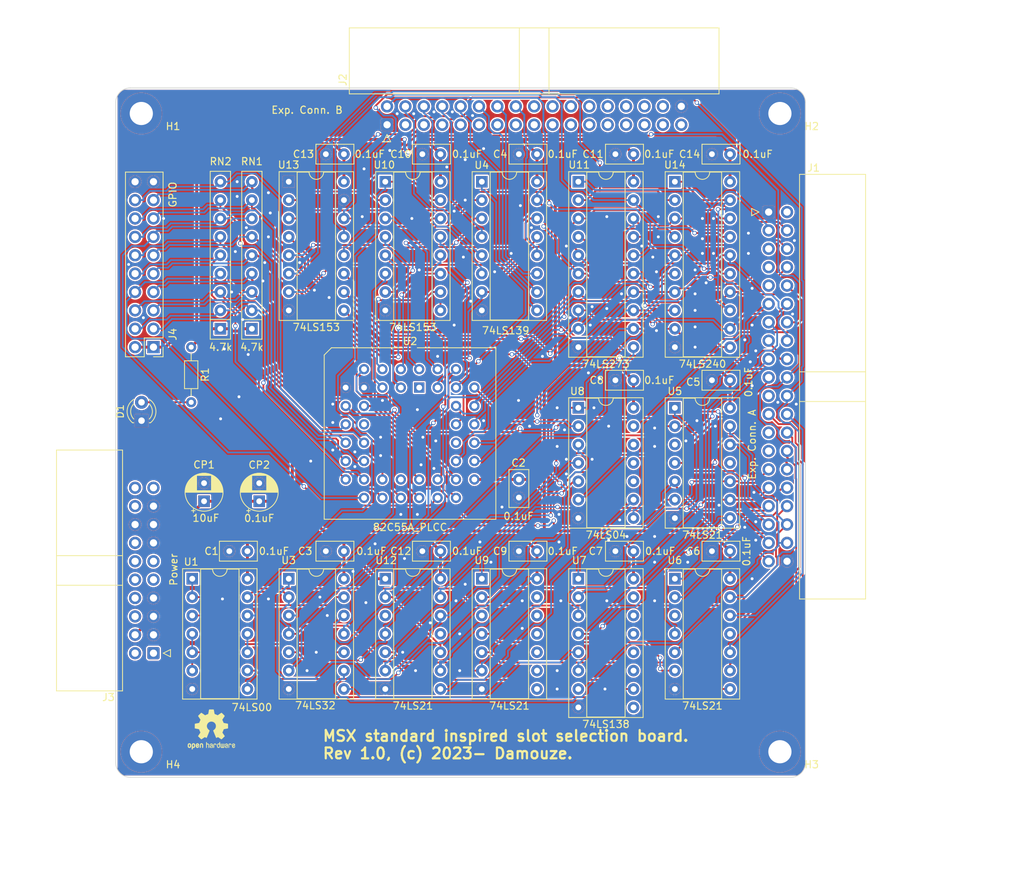
<source format=kicad_pcb>
(kicad_pcb (version 20221018) (generator pcbnew)
  (title_block (title "MSX standard inspired slot selection board.") (date "2023-09-22") (rev "1.0"))
  (layers (0 "F.Cu" mixed) (31 "B.Cu" mixed) (34 "B.Paste" user) (35 "F.Paste" user) (36 "B.SilkS" user "B.Silkscreen") (37 "F.SilkS" user "F.Silkscreen") (38 "B.Mask" user) (39 "F.Mask" user) (44 "Edge.Cuts" user))
  (net 0 "")
  (net 1 "/+5V")
  (net 2 "/GND")
  (net 3 "/~{RESET_SW}")
  (net 4 "/~{NMI}")
  (net 5 "/~{RESET}")
  (net 6 "/BUS_CLK")
  (net 7 "/CPU_CLK")
  (net 8 "/~{B_M1}")
  (net 9 "/~{B_IORQ}")
  (net 10 "/~{B_MREQ}")
  (net 11 "/~{B_WR}")
  (net 12 "/~{B_RD}")
  (net 13 "/~{WAIT}")
  (net 14 "/~{B_RFSH}")
  (net 15 "/M_A21")
  (net 16 "/M_A20")
  (net 17 "/M_A19")
  (net 18 "/M_A18")
  (net 19 "/M_A17")
  (net 20 "/M_A16")
  (net 21 "/-12V")
  (net 22 "/+12V")
  (net 23 "/USER2")
  (net 24 "/USER1")
  (net 25 "/USER3")
  (net 26 "/USER0")
  (net 27 "/B_D7")
  (net 28 "/PWR_OK")
  (net 29 "/B_D6")
  (net 30 "/B_D5")
  (net 31 "/B_D4")
  (net 32 "/B_D3")
  (net 33 "/B_D2")
  (net 34 "/B_D1")
  (net 35 "/B_D0")
  (net 36 "/B_A15")
  (net 37 "/B_A14")
  (net 38 "/B_A13")
  (net 39 "/B_A12")
  (net 40 "/~{INT7}")
  (net 41 "/B_A11")
  (net 42 "/~{INT6}")
  (net 43 "/B_A10")
  (net 44 "/~{INT5}")
  (net 45 "/B_A9")
  (net 46 "/~{INT4}")
  (net 47 "/B_A8")
  (net 48 "/~{INT3}")
  (net 49 "/B_A7")
  (net 50 "/~{INT2}")
  (net 51 "/B_A6")
  (net 52 "/B_A5")
  (net 53 "/B_A4")
  (net 54 "/B_A3")
  (net 55 "/B_A2")
  (net 56 "/B_A1")
  (net 57 "/B_A0")
  (net 58 "/~{INT0}")
  (net 59 "/~{INT1}")
  (net 60 "/~{SLTSL3}")
  (net 61 "/~{INT}")
  (net 62 "/~{B_BUSACK}")
  (net 63 "/~{SLTSL2}")
  (net 64 "/~{SLTSL1}")
  (net 65 "/~{SLTSL0}")
  (net 66 "/~{SBSLTSL33}")
  (net 67 "/~{SBSLTSL32}")
  (net 68 "/~{SBSLTSL31}")
  (net 69 "/~{SBSLTSL30}")
  (net 70 "/USER7")
  (net 71 "/M_A15")
  (net 72 "/USER6")
  (net 73 "/M_A14")
  (net 74 "/USER5")
  (net 75 "/USER4")
  (net 76 "/+3.3V")
  (net 77 "/+5V2")
  (net 78 "/+5VSB")
  (net 79 "/~{PS_ON}")
  (net 80 "/+5V4")
  (net 81 "/+5V3")
  (net 82 "/+3.3V2")
  (net 83 "/+3.3V3")
  (net 84 "/~{BUSREQ}")
  (net 85 "/~{CS1H}")
  (net 86 "/~{CS1L}")
  (net 87 "/~{CS0H}")
  (net 88 "/~{CS0L}")
  (net 89 "/~{PPI_RD}")
  (net 90 "/RESET")
  (net 91 "/~{PPI_WR}")
  (net 92 "/~{CS3H}")
  (net 93 "/~{CS3L}")
  (net 94 "/~{CS2H}")
  (net 95 "/~{CS2L}")
  (net 96 "/Y5")
  (net 97 "Net-(U1-Pad3)")
  (net 98 "Net-(U1-Pad6)")
  (net 99 "Net-(U10-Ea)")
  (net 100 "Net-(U1-Pad10)")
  (net 101 "/Y7")
  (net 102 "/Y6")
  (net 103 "/Y4")
  (net 104 "/Y3")
  (net 105 "/Y2")
  (net 106 "/Y1")
  (net 107 "/Y0")
  (net 108 "Net-(D1-A)")
  (net 109 "/PC7")
  (net 110 "/PC6")
  (net 111 "/PC5")
  (net 112 "/PC4")
  (net 113 "/PC3")
  (net 114 "/PC2")
  (net 115 "/PC1")
  (net 116 "/PC0")
  (net 117 "/PB7")
  (net 118 "/PB6")
  (net 119 "/PB5")
  (net 120 "/PB4")
  (net 121 "/PB3")
  (net 122 "/PB2")
  (net 123 "/PB1")
  (net 124 "/PB0")
  (net 129 "Net-(U7-E2)")
  (net 130 "Net-(U4A-E)")
  (net 131 "Net-(U10-Za)")
  (net 132 "Net-(U10-Zb)")
  (net 133 "Net-(U13-Zb)")
  (net 134 "Net-(U13-Za)")
  (net 135 "Net-(U5-Pad6)")
  (net 136 "Net-(U5-Pad8)")
  (net 137 "Net-(U6-Pad6)")
  (net 138 "Net-(U6-Pad8)")
  (net 139 "/#FFFF")
  (net 140 "/~{#FFFF}")
  (net 141 "Net-(U12-Pad6)")
  (net 142 "Net-(U11-Cp)")
  (net 143 "Net-(U14-OEa)")
  (net 144 "Net-(U12-Pad8)")
  (net 154 "/~{SSCS0L}")
  (net 155 "/~{SSCS0H}")
  (net 156 "/~{SSCS1L}")
  (net 157 "/~{SSCS1H}")
  (net 158 "/~{SSCS2L}")
  (net 159 "/~{SSCS2H}")
  (net 160 "/~{SSCS3L}")
  (net 161 "/~{SSCS3H}")
  (footprint "MountingHole:MountingHole_3.2mm_M3_ISO7380_Pad" (layer "F.Cu") (at 28.925 28.925)
    (fp_text reference "H1")
    (fp_text value "MountingHole_Pad")
  )
  (footprint "Symbol:OSHW-Logo2_7.3x6mm_SilkScreen" (layer "F.Cu") (at 38.608 114.046)
    (fp_text reference "REF**" hide)
    (fp_text value "OSHW-Logo2_7.3x6mm_SilkScreen" hide)
  )
  (footprint "Package_DIP:DIP-16_W7.62mm_Socket" (layer "F.Cu") (at 75.954 38.354)
    (fp_text reference "U4")
    (fp_text value "74LS139")
  )
  (footprint "LED_THT:LED_D3.0mm" (layer "F.Cu") (at 28.956 71.374 90)
    (fp_text reference "D1")
    (fp_text value "PWR_LED")
  )
  (footprint "Capacitor_THT:C_Disc_D5.0mm_W2.5mm_P2.50mm" (layer "F.Cu") (at 83.574 34.544 180)
    (fp_text reference "C4")
    (fp_text value "0.1uF")
  )
  (footprint "Package_LCC:PLCC-44_THT-Socket" (layer "F.Cu") (at 67.31 66.802)
    (fp_text reference "U2")
    (fp_text value "82C55A_PLCC")
  )
  (footprint "Capacitor_THT:CP_Radial_D5.0mm_P2.50mm" (layer "F.Cu") (at 37.592 82.51 90)
    (fp_text reference "CP1")
    (fp_text value "10uF")
  )
  (footprint "Capacitor_THT:C_Disc_D5.0mm_W2.5mm_P2.50mm" (layer "F.Cu") (at 110.236 89.408 180)
    (fp_text reference "C6")
    (fp_text value "0.1uF")
  )
  (footprint "Package_DIP:DIP-14_W7.62mm_Socket" (layer "F.Cu") (at 62.623 93.218)
    (fp_text reference "U12")
    (fp_text value "74LS21")
  )
  (footprint "Capacitor_THT:C_Disc_D5.0mm_W2.5mm_P2.50mm" (layer "F.Cu") (at 110.236 34.544 180)
    (fp_text reference "C14")
    (fp_text value "0.1uF")
  )
  (footprint "Capacitor_THT:C_Disc_D5.0mm_W2.5mm_P2.50mm" (layer "F.Cu") (at 70.243 89.408 180)
    (fp_text reference "C12")
    (fp_text value "0.1uF")
  )
  (footprint "Package_DIP:DIP-14_W7.62mm_Socket" (layer "F.Cu") (at 75.954 93.218)
    (fp_text reference "U9")
    (fp_text value "74LS21")
  )
  (footprint "Connector_PinHeader_2.54mm:PinHeader_2x10_P2.54mm_Vertical" (layer "F.Cu") (at 30.607 61.214 180)
    (fp_text reference "J4")
    (fp_text value "GPIO")
  )
  (footprint "Package_DIP:DIP-20_W7.62mm_Socket" (layer "F.Cu") (at 102.616 38.354)
    (fp_text reference "U14")
    (fp_text value "74LS240")
  )
  (footprint "Capacitor_THT:C_Disc_D5.0mm_W2.5mm_P2.50mm" (layer "F.Cu") (at 83.574 89.408 180)
    (fp_text reference "C9")
    (fp_text value "0.1uF")
  )
  (footprint "MountingHole:MountingHole_3.2mm_M3_ISO7380_Pad" (layer "F.Cu") (at 117.125 28.925)
    (fp_text reference "H2")
    (fp_text value "MountingHole_Pad")
  )
  (footprint "Capacitor_THT:C_Disc_D5.0mm_W2.5mm_P2.50mm" (layer "F.Cu") (at 96.905 34.544 180)
    (fp_text reference "C11")
    (fp_text value "0.1uF")
  )
  (footprint "Package_DIP:DIP-20_W7.62mm_Socket" (layer "F.Cu") (at 89.285 38.354)
    (fp_text reference "U11")
    (fp_text value "74LS273")
  )
  (footprint "Capacitor_THT:C_Disc_D5.0mm_W2.5mm_P2.50mm" (layer "F.Cu") (at 70.243 34.544 180)
    (fp_text reference "C10")
    (fp_text value "0.1uF")
  )
  (footprint "Package_DIP:DIP-16_W7.62mm_Socket" (layer "F.Cu") (at 89.285 93.218)
    (fp_text reference "U7")
    (fp_text value "74LS138")
  )
  (footprint "Capacitor_THT:C_Disc_D5.0mm_W2.5mm_P2.50mm" (layer "F.Cu") (at 43.581 89.408 180)
    (fp_text reference "C1")
    (fp_text value "0.1uF")
  )
  (footprint "Resistor_THT:R_Array_SIP9" (layer "F.Cu") (at 39.846 58.674 90)
    (fp_text reference "RN2")
    (fp_text value "4.7k")
  )
  (footprint "Connector_IDC:IDC-Header_2x20_P2.54mm_Horizontal" (layer "F.Cu") (at 115.57 42.545)
    (fp_text reference "J1")
    (fp_text value "Exp. Conn. A")
  )
  (footprint "Package_DIP:DIP-14_W7.62mm_Socket" (layer "F.Cu") (at 89.285 69.596)
    (fp_text reference "U8")
    (fp_text value "74LS04")
  )
  (footprint "Package_DIP:DIP-14_W7.62mm_Socket" (layer "F.Cu") (at 102.616 69.596)
    (fp_text reference "U5")
    (fp_text value "74LS21")
  )
  (footprint "Package_DIP:DIP-16_W7.62mm_Socket" (layer "F.Cu") (at 49.292 38.354)
    (fp_text reference "U13")
    (fp_text value "74LS153")
  )
  (footprint "Package_DIP:DIP-14_W7.62mm_Socket" (layer "F.Cu") (at 102.616 93.218)
    (fp_text reference "U6")
    (fp_text value "74LS21")
  )
  (footprint "Capacitor_THT:C_Disc_D5.0mm_W2.5mm_P2.50mm" (layer "F.Cu") (at 96.905 89.408 180)
    (fp_text reference "C7")
    (fp_text value "0.1uF")
  )
  (footprint "Capacitor_THT:C_Disc_D5.0mm_W2.5mm_P2.50mm" (layer "F.Cu") (at 81.074 79.502 -90)
    (fp_text reference "C2")
    (fp_text value "0.1uF")
  )
  (footprint "Resistor_THT:R_Array_SIP9" (layer "F.Cu") (at 44.196 58.674 90)
    (fp_text reference "RN1")
    (fp_text value "4.7k")
  )
  (footprint "Package_DIP:DIP-16_W7.62mm_Socket" (layer "F.Cu") (at 62.623 38.354)
    (fp_text reference "U10")
    (fp_text value "74LS153")
  )
  (footprint "Package_DIP:DIP-14_W7.62mm_Socket" (layer "F.Cu") (at 49.292 93.218)
    (fp_text reference "U3")
    (fp_text value "74LS32")
  )
  (footprint "Capacitor_THT:C_Disc_D5.0mm_W2.5mm_P2.50mm" (layer "F.Cu") (at 56.912 89.408 180)
    (fp_text reference "C3")
    (fp_text value "0.1uF")
  )
  (footprint "Capacitor_THT:CP_Radial_D5.0mm_P2.50mm" (layer "F.Cu") (at 45.212 82.51 90)
    (fp_text reference "CP2")
    (fp_text value "0.1uF")
  )
  (footprint "Capacitor_THT:C_Disc_D5.0mm_W2.5mm_P2.50mm" (layer "F.Cu") (at 110.236 65.786 180)
    (fp_text reference "C5")
    (fp_text value "0.1uF")
  )
  (footprint "Package_DIP:DIP-14_W7.62mm_Socket" (layer "F.Cu") (at 35.961 93.218)
    (fp_text reference "U1")
    (fp_text value "74LS00")
  )
  (footprint "Capacitor_THT:C_Disc_D5.0mm_W2.5mm_P2.50mm" (layer "F.Cu") (at 96.905 65.786 180)
    (fp_text reference "C8")
    (fp_text value "0.1uF")
  )
  (footprint "Capacitor_THT:C_Disc_D5.0mm_W2.5mm_P2.50mm" (layer "F.Cu") (at 56.912 34.544 180)
    (fp_text reference "C13")
    (fp_text value "0.1uF")
  )
  (footprint "Connector_IDC:IDC-Header_2x10_P2.54mm_Horizontal" (layer "F.Cu") (at 30.607 103.505 180)
    (fp_text reference "J3")
    (fp_text value "Power")
  )
  (footprint "MountingHole:MountingHole_3.2mm_M3_ISO7380_Pad" (layer "F.Cu") (at 28.925 117.125)
    (fp_text reference "H4")
    (fp_text value "MountingHole_Pad")
  )
  (footprint "Connector_IDC:IDC-Header_2x17_P2.54mm_Horizontal" (layer "F.Cu") (at 62.865 30.48 90)
    (fp_text reference "J2")
    (fp_text value "Exp. Conn. B")
  )
  (footprint "Resistor_THT:R_Axial_DIN0204_L3.6mm_D1.6mm_P7.62mm_Horizontal" (layer "F.Cu") (at 35.814 61.214 -90)
    (fp_text reference "R1")
    (fp_text value "470")
  )
  (footprint "MountingHole:MountingHole_3.2mm_M3_ISO7380_Pad" (layer "F.Cu") (at 117.125 117.125)
    (fp_text reference "H3")
    (fp_text value "MountingHole_Pad")
  )
  (gr_line (start 25.4 27.4) (end 25.4 118.65) (stroke (width 0.1)) (layer "Edge.Cuts"))
  (gr_line (start 120.65 27.4) (end 120.65 118.65) (stroke (width 0.1)) (layer "Edge.Cuts"))
  (gr_arc (start 120.65 118.65) (mid 120.064214 120.064214) (end 118.65 120.65) (stroke (width 0.1)) (layer "Edge.Cuts"))
  (gr_arc (start 27.4 120.65) (mid 25.985786 120.064214) (end 25.4 118.65) (stroke (width 0.1)) (layer "Edge.Cuts"))
  (gr_arc (start 25.4 27.4) (mid 25.985786 25.985786) (end 27.4 25.4) (stroke (width 0.1)) (layer "Edge.Cuts"))
  (gr_arc (start 118.65 25.4) (mid 120.064214 25.985786) (end 120.65 27.4) (stroke (width 0.1)) (layer "Edge.Cuts"))
  (gr_line (start 27.4 120.65) (end 118.65 120.65) (stroke (width 0.1)) (layer "Edge.Cuts"))
  (gr_line (start 27.4 25.4) (end 118.65 25.4) (stroke (width 0.1)) (layer "Edge.Cuts"))
  (gr_text "MSX standard inspired slot selection board.\nRev ${REVISION}, (c) 2023- Damouze.\n\n" (at 53.848 120.65) (layer "F.SilkS") (effects (font (size 1.5 1.5) (thickness 0.3) bold) (justify left bottom)))
  (segment (start 49.784 72.898) (end 49.784 82.51) (width 0.4) (layer "F.Cu") (net 1))
  (segment (start 56.912 91.313) (end 59.5179 91.313) (width 0.4) (layer "F.Cu") (net 1))
  (segment (start 55.372 86.614) (end 66.802 86.614) (width 0.4) (layer "F.Cu") (net 1))
  (segment (start 66.802 86.614) (end 67.449 86.614) (width 0.4) (layer "F.Cu") (net 1))
  (segment (start 56.912 34.544) (end 54.88 32.512) (width 0.4) (layer "F.Cu") (net 1))
  (segment (start 48.514 82.51) (end 49.784 82.51) (width 0.4) (layer "F.Cu") (net 1))
  (segment (start 110.236 34.544) (end 110.236 38.354) (width 0.4) (layer "F.Cu") (net 1))
  (segment (start 42.6783 58.9916) (end 42.9959 58.674) (width 0.4) (layer "F.Cu") (net 1))
  (segment (start 31.857 88.245) (end 31.857 99.207) (width 0.4) (layer "F.Cu") (net 1))
  (segment (start 67.31 32.512) (end 68.211 32.512) (width 0.4) (layer "F.Cu") (net 1))
  (segment (start 83.574 89.408) (end 80.78 86.614) (width 0.4) (layer "F.Cu") (net 1))
  (segment (start 49.784 82.51) (end 50.038 82.51) (width 0.4) (layer "F.Cu") (net 1))
  (segment (start 80.772 32.512) (end 81.534 32.512) (width 0.4) (layer "F.Cu") (net 1))
  (segment (start 62.623 93.218) (end 61.4229 93.218) (width 0.4) (layer "F.Cu") (net 1))
  (segment (start 28.067 61.214) (end 30.607 61.214) (width 0.4) (layer "F.Cu") (net 1))
  (segment (start 35.814 61.214) (end 36.576 60.452) (width 0.4) (layer "F.Cu") (net 1))
  (segment (start 36.576 59.69) (end 37.338 60.452) (width 0.4) (layer "F.Cu") (net 1))
  (segment (start 67.449 86.614) (end 66.802 86.614) (width 0.4) (layer "F.Cu") (net 1))
  (segment (start 80.78 86.614) (end 80.264 86.614) (width 0.4) (layer "F.Cu") (net 1))
  (segment (start 54.102 86.614) (end 55.372 86.614) (width 0.4) (layer "F.Cu") (net 1))
  (segment (start 36.576 59.69) (end 33.782 59.69) (width 0.4) (layer "F.Cu") (net 1))
  (segment (start 81.074 79.502) (end 82.804 79.502) (width 0.4) (layer "F.Cu") (net 1))
  (segment (start 110.236 89.408) (end 110.236 93.218) (width 0.4) (layer "F.Cu") (net 1))
  (segment (start 86.106 65.532) (end 86.106 32.512) (width 0.4) (layer "F.Cu") (net 1))
  (segment (start 33.782 59.69) (end 32.258 61.214) (width 0.4) (layer "F.Cu") (net 1))
  (segment (start 65.786 34.29) (end 65.786 34.036) (width 0.4) (layer "F.Cu") (net 1))
  (segment (start 54.88 32.512) (end 50.038 32.512) (width 0.4) (layer "F.Cu") (net 1))
  (segment (start 43.581 87.443) (end 48.514 82.51) (width 0.4) (layer "F.Cu") (net 1))
  (segment (start 37.338 60.452) (end 49.784 72.898) (width 0.4) (layer "F.Cu") (net 1))
  (segment (start 83.574 34.544) (end 83.574 38.354) (width 0.4) (layer "F.Cu") (net 1))
  (segment (start 70.243 89.408) (end 70.243 93.218) (width 0.4) (layer "F.Cu") (net 1))
  (segment (start 80.264 86.614) (end 80.78 86.614) (width 0.4) (layer "F.Cu") (net 1))
  (segment (start 96.905 89.408) (end 94.111 86.614) (width 0.4) (layer "F.Cu") (net 1))
  (segment (start 94.873 63.754) (end 94.488 63.754) (width 0.4) (layer "F.Cu") (net 1))
  (segment (start 108.204 63.754) (end 110.236 65.786) (width 0.4) (layer "F.Cu") (net 1))
  (segment (start 36.576 59.69) (end 36.576 58.362) (width 0.4) (layer "F.Cu") (net 1))
  (segment (start 96.905 65.786) (end 94.873 63.754) (width 0.4) (layer "F.Cu") (net 1))
  (segment (start 43.581 89.408) (end 43.581 87.443) (width 0.4) (layer "F.Cu") (net 1))
  (segment (start 94.873 32.512) (end 108.204 32.512) (width 0.4) (layer "F.Cu") (net 1))
  (segment (start 83.574 89.408) (end 83.574 93.218) (width 0.4) (layer "F.Cu") (net 1))
  (segment (start 110.236 65.786) (end 110.236 69.596) (width 0.4) (layer "F.Cu") (net 1))
  (segment (start 43.581 89.408) (end 43.581 93.218) (width 0.4) (layer "F.Cu") (net 1))
  (segment (start 96.905 65.786) (end 96.905 69.596) (width 0.4) (layer "F.Cu") (net 1))
  (segment (start 65.786 34.036) (end 67.31 32.512) (width 0.4) (layer "F.Cu") (net 1))
  (segment (start 56.912 34.544) (end 56.912 38.354) (width 0.4) (layer "F.Cu") (net 1))
  (segment (start 29.317 99.715) (end 28.067 100.965) (width 0.4) (layer "F.Cu") (net 1))
  (segment (start 36.576 34.544) (end 38.608 32.512) (width 0.4) (layer "F.Cu") (net 1))
  (segment (start 56.912 88.154) (end 55.372 86.614) (width 0.4) (layer "F.Cu") (net 1))
  (segment (start 70.243 34.544) (end 70.243 38.354) (width 0.4) (layer "F.Cu") (net 1))
  (segment (start 38.3339 58.362) (end 38.6459 58.674) (width 0.4) (layer "F.Cu") (net 1))
  (segment (start 36.576 58.362) (end 38.3339 58.362) (width 0.4) (layer "F.Cu") (net 1))
  (segment (start 68.326 32.512) (end 80.772 32.512) (width 0.4) (layer "F.Cu") (net 1))
  (segment (start 86.106 65.532) (end 87.884 63.754) (width 0.4) (layer "F.Cu") (net 1))
  (segment (start 56.912 89.408) (end 56.912 88.154) (width 0.4) (layer "F.Cu") (net 1))
  (segment (start 94.488 63.754) (end 94.873 63.754) (width 0.4) (layer "F.Cu") (net 1))
  (segment (start 50.038 32.512) (end 54.88 32.512) (width 0.4) (layer "F.Cu") (net 1))
  (segment (start 45.212 82.51) (end 37.592 82.51) (width 0.4) (layer "F.Cu") (net 1))
  (segment (start 67.449 86.614) (end 80.264 86.614) (width 0.4) (layer "F.Cu") (net 1))
  (segment (start 70.243 34.544) (end 68.211 32.512) (width 0.4) (layer "F.Cu") (net 1))
  (segment (start 83.566 34.544) (end 81.534 32.512) (width 0.4) (layer "F.Cu") (net 1))
  (segment (start 50.038 82.51) (end 50.038 82.55) (width 0.4) (layer "F.Cu") (net 1))
  (segment (start 94.873 63.754) (end 108.204 63.754) (width 0.4) (layer "F.Cu") (net 1))
  (segment (start 81.534 32.512) (end 80.772 32.512) (width 0.4) (layer "F.Cu") (net 1))
  (segment (start 32.258 61.214) (end 30.607 61.214) (width 0.4) (layer "F.Cu") (net 1))
  (segment (start 41.0461 58.674) (end 41.3637 58.9916) (width 0.4) (layer "F.Cu") (net 1))
  (segment (start 84.582 81.28) (end 84.582 67.056) (width 0.4) (layer "F.Cu") (net 1))
  (segment (start 81.074 79.502) (end 74.93 79.502) (width 0.4) (layer "F.Cu") (net 1))
  (segment (start 37.592 82.51) (end 31.857 88.245) (width 0.4) (layer "F.Cu") (net 1))
  (segment (start 82.804 79.502) (end 84.582 81.28) (width 0.4) (layer "F.Cu") (net 1))
  (segment (start 84.582 86.614) (end 84.582 81.28) (width 0.4) (layer "F.Cu") (net 1))
  (segment (start 87.884 63.754) (end 94.488 63.754) (width 0.4) (layer "F.Cu") (net 1))
  (segment (start 96.905 34.544) (end 96.905 38.354) (width 0.4) (layer "F.Cu") (net 1))
  (segment (start 31.857 99.207) (end 31.349 99.715) (width 0.4) (layer "F.Cu") (net 1))
  (segment (start 45.212 82.51) (end 48.514 82.51) (width 0.4) (layer "F.Cu") (net 1))
  (segment (start 56.912 89.408) (end 56.912 91.313) (width 0.4) (layer "F.Cu") (net 1))
  (segment (start 39.846 58.674) (end 41.0461 58.674) (width 0.4) (layer "F.Cu") (net 1))
  (segment (start 84.582 67.056) (end 86.106 65.532) (width 0.4) (layer "F.Cu") (net 1))
  (segment (start 56.912 91.313) (end 56.912 93.218) (width 0.4) (layer "F.Cu") (net 1))
  (segment (start 107.442 86.614) (end 110.236 89.408) (width 0.4) (layer "F.Cu") (net 1))
  (segment (start 31.349 99.715) (end 29.317 99.715) (width 0.4) (layer "F.Cu") (net 1))
  (segment (start 81.534 32.512) (end 86.106 32.512) (width 0.4) (layer "F.Cu") (net 1))
  (segment (start 36.576 60.452) (end 37.338 60.452) (width 0.4) (layer "F.Cu") (net 1))
  (segment (start 38.608 32.512) (end 50.038 32.512) (width 0.4) (layer "F.Cu") (net 1))
  (segment (start 108.204 32.512) (end 110.236 34.544) (width 0.4) (layer "F.Cu") (net 1))
  (segment (start 59.5179 91.313) (end 61.4229 93.218) (width 0.4) (layer "F.Cu") (net 1))
  (segment (start 54.88 32.512) (end 65.278 32.512) (width 0.4) (layer "F.Cu") (net 1))
  (segment (start 96.905 89.408) (end 96.905 93.218) (width 0.4) (layer "F.Cu") (net 1))
  (segment (start 44.196 58.674) (end 42.9959 58.674) (width 0.4) (layer "F.Cu") (net 1))
  (segment (start 50.038 82.55) (end 54.102 86.614) (width 0.4) (layer "F.Cu") (net 1))
  (segment (start 94.111 86.614) (end 107.442 86.614) (width 0.4) (layer "F.Cu") (net 1))
  (segment (start 36.576 58.362) (end 36.576 34.544) (width 0.4) (layer "F.Cu") (net 1))
  (segment (start 96.905 34.544) (end 94.873 32.512) (width 0.4) (layer "F.Cu") (net 1))
  (segment (start 68.211 32.512) (end 68.326 32.512) (width 0.4) (layer "F.Cu") (net 1))
  (segment (start 84.582 86.614) (end 94.111 86.614) (width 0.4) (layer "F.Cu") (net 1))
  (segment (start 41.3637 58.9916) (end 42.6783 58.9916) (width 0.4) (layer "F.Cu") (net 1))
  (segment (start 80.78 86.614) (end 84.582 86.614) (width 0.4) (layer "F.Cu") (net 1))
  (segment (start 83.574 34.544) (end 83.566 34.544) (width 0.4) (layer "F.Cu") (net 1))
  (segment (start 93.726 32.512) (end 94.873 32.512) (width 0.4) (layer "F.Cu") (net 1))
  (segment (start 39.846 58.674) (end 38.6459 58.674) (width 0.4) (layer "F.Cu") (net 1))
  (segment (start 86.106 32.512) (end 93.726 32.512) (width 0.4) (layer "F.Cu") (net 1))
  (segment (start 70.243 89.408) (end 67.449 86.614) (width 0.4) (layer "F.Cu") (net 1))
  (via (at 65.786 34.29) (size 0.6) (drill 0.4) (layers "F.Cu" "B.Cu") (net 1))
  (via (at 65.278 32.512) (size 0.6) (drill 0.4) (layers "F.Cu" "B.Cu") (net 1))
  (segment (start 70.243 105.918) (end 70.243 104.7179) (width 0.4) (layer "B.Cu") (net 1))
  (segment (start 70.643 104.7179) (end 70.243 104.7179) (width 0.4) (layer "B.Cu") (net 1))
  (segment (start 65.278 33.782) (end 65.786 34.29) (width 0.4) (layer "B.Cu") (net 1))
  (segment (start 82.3739 93.593) (end 76.3989 99.568) (width 0.4) (layer "B.Cu") (net 1))
  (segment (start 71.5828 103.7781) (end 70.643 104.7179) (width 0.4) (layer "B.Cu") (net 1))
  (segment (start 76.3989 99.568) (end 75.5012 99.568) (width 0.4) (layer "B.Cu") (net 1))
  (segment (start 75.5012 99.568) (end 71.5828 103.4864) (width 0.4) (layer "B.Cu") (net 1))
  (segment (start 82.3739 93.218) (end 82.3739 93.593) (width 0.4) (layer "B.Cu") (net 1))
  (segment (start 65.278 32.512) (end 65.278 33.782) (width 0.4) (layer "B.Cu") (net 1))
  (segment (start 83.574 93.218) (end 82.3739 93.218) (width 0.4) (layer "B.Cu") (net 1))
  (segment (start 71.5828 103.4864) (end 71.5828 103.7781) (width 0.4) (layer "B.Cu") (net 1))
  (via (at 64.262 28.956) (size 0.6) (drill 0.4) (layers "F.Cu" "B.Cu") (net 2))
  (via (at 113.03 63.246) (size 0.6) (drill 0.4) (layers "F.Cu" "B.Cu") (net 2))
  (via (at 71.12 36.322) (size 0.6) (drill 0.4) (layers "F.Cu" "B.Cu") (net 2))
  (via (at 87.63 78.74) (size 0.6) (drill 0.4) (layers "F.Cu" "B.Cu") (net 2))
  (via (at 72.136 58.166) (size 0.6) (drill 0.4) (layers "F.Cu" "B.Cu") (net 2))
  (via (at 54.864 54.356) (size 0.6) (drill 0.4) (layers "F.Cu" "B.Cu") (net 2))
  (via (at 92.202 65.532) (size 0.6) (drill 0.4) (layers "F.Cu" "B.Cu") (net 2))
  (via (at 107.95 48.26) (size 0.6) (drill 0.4) (layers "F.Cu" "B.Cu") (net 2))
  (via (at 99.822 87.376) (size 0.6) (drill 0.4) (layers "F.Cu" "B.Cu") (net 2))
  (via (at 32.004 43.434) (size 0.6) (drill 0.4) (layers "F.Cu" "B.Cu") (net 2))
  (via (at 113.284 66.548) (size 0.6) (drill 0.4) (layers "F.Cu" "B.Cu") (net 2))
  (via (at 75.692 88.138) (size 0.6) (drill 0.4) (layers "F.Cu" "B.Cu") (net 2))
  (via (at 78.74 83.312) (size 0.6) (drill 0.4) (layers "F.Cu" "B.Cu") (net 2))
  (via (at 113.792 87.884) (size 0.6) (drill 0.4) (layers "F.Cu" "B.Cu") (net 2))
  (via (at 87.376 72.644) (size 0.6) (drill 0.4) (layers "F.Cu" "B.Cu") (net 2))
  (via (at 108.204 72.136) (size 0.6) (drill 0.4) (layers "F.Cu" "B.Cu") (net 2))
  (via (at 104.14 74.168) (size 0.6) (drill 0.4) (layers "F.Cu" "B.Cu") (net 2))
  (via (at 91.186 55.626) (size 0.6) (drill 0.4) (layers "F.Cu" "B.Cu") (net 2))
  (via (at 94.996 85.09) (size 0.6) (drill 0.4) (layers "F.Cu" "B.Cu") (net 2))
  (via (at 53.594 95.758) (size 0.6) (drill 0.4) (layers "F.Cu" "B.Cu") (net 2))
  (via (at 42.418 68.072) (size 0.6) (drill 0.4) (layers "F.Cu" "B.Cu") (net 2))
  (via (at 41.402 53.594) (size 0.6) (drill 0.4) (layers "F.Cu" "B.Cu") (net 2))
  (via (at 99.822 90.932) (size 0.6) (drill 0.4) (layers "F.Cu" "B.Cu") (net 2))
  (via (at 82.55 72.136) (size 0.6) (drill 0.4) (layers "F.Cu" "B.Cu") (net 2))
  (via (at 105.664 71.374) (size 0.6) (drill 0.4) (layers "F.Cu" "B.Cu") (net 2))
  (via (at 69.85 62.484) (size 0.6) (drill 0.4) (layers "F.Cu" "B.Cu") (net 2))
  (via (at 72.898 105.918) (size 0.6) (drill 0.4) (layers "F.Cu" "B.Cu") (net 2))
  (via (at 119.126 46.482) (size 0.6) (drill 0.4) (layers "F.Cu" "B.Cu") (net 2))
  (via (at 58.42 77.724) (size 0.6) (drill 0.4) (layers "F.Cu" "B.Cu") (net 2))
  (via (at 77.724 50.8) (size 0.6) (drill 0.4) (layers "F.Cu" "B.Cu") (net 2))
  (via (at 55.372 71.628) (size 0.6) (drill 0.4) (layers "F.Cu" "B.Cu") (net 2))
  (via (at 46.482 96.012) (size 0.6) (drill 0.4) (layers "F.Cu" "B.Cu") (net 2))
  (via (at 58.166 92.202) (size 0.6) (drill 0.4) (layers "F.Cu" "B.Cu") (net 2))
  (via (at 81.026 68.58) (size 0.6) (drill 0.4) (layers "F.Cu" "B.Cu") (net 2))
  (via (at 45.72 52.07) (size 0.6) (drill 0.4) (layers "F.Cu" "B.Cu") (net 2))
  (via (at 66.294 43.434) (size 0.6) (drill 0.4) (layers "F.Cu" "B.Cu") (net 2))
  (via (at 66.802 105.918) (size 0.6) (drill 0.4) (layers "F.Cu" "B.Cu") (net 2))
  (via (at 51.816 105.918) (size 0.6) (drill 0.4) (layers "F.Cu" "B.Cu") (net 2))
  (via (at 65.278 90.424) (size 0.6) (drill 0.4) (layers "F.Cu" "B.Cu") (net 2))
  (via (at 86.36 108.458) (size 0.6) (drill 0.4) (layers "F.Cu" "B.Cu") (net 2))
  (via (at 65.024 103.378) (size 0.6) (drill 0.4) (layers "F.Cu" "B.Cu") (net 2))
  (via (at 100.33 45.974) (size 0.6) (drill 0.4) (layers "F.Cu" "B.Cu") (net 2))
  (via (at 76.2 33.782) (size 0.6) (drill 0.4) (layers "F.Cu" "B.Cu") (net 2))
  (via (at 106.426 46.228) (size 0.6) (drill 0.4) (layers "F.Cu" "B.Cu") (net 2))
  (via (at 113.284 53.086) (size 0.6) (drill 0.4) (layers "F.Cu" "B.Cu") (net 2))
  (via (at 59.436 43.18) (size 0.6) (drill 0.4) (layers "F.Cu" "B.Cu") (net 2))
  (via (at 91.186 76.708) (size 0.6) (drill 0.4) (layers "F.Cu" "B.Cu") (net 2))
  (via (at 86.36 105.918) (size 0.6) (drill 0.4) (layers "F.Cu" "B.Cu") (net 2))
  (via (at 112.268 86.106) (size 0.6) (drill 0.4) (layers "F.Cu" "B.Cu") (net 2))
  (via (at 74.422 54.864) (size 0.6) (drill 0.4) (layers "F.Cu" "B.Cu") (net 2))
  (via (at 105.41 58.42) (size 0.6) (drill 0.4) (layers "F.Cu" "B.Cu") (net 2))
  (via (at 99.822 74.93) (size 0.6) (drill 0.4) (layers "F.Cu" "B.Cu") (net 2))
  (via (at 27.178 49.784) (size 0.6) (drill 0.4) (layers "F.Cu" "B.Cu") (net 2))
  (via (at 76.2 71.374) (size 0.6) (drill 0.4) (layers "F.Cu" "B.Cu") (net 2))
  (via (at 107.95 43.434) (size 0.6) (drill 0.4) (layers "F.Cu" "B.Cu") (net 2))
  (via (at 105.41 53.848) (size 0.6) (drill 0.4) (layers "F.Cu" "B.Cu") (net 2))
  (via (at 98.044 47.244) (size 0.6) (drill 0.4) (layers "F.Cu" "B.Cu") (net 2))
  (via (at 29.21 57.15) (size 0.6) (drill 0.4) (layers "F.Cu" "B.Cu") (net 2))
  (via (at 62.23 68.58) (size 0.6) (drill 0.4) (layers "F.Cu" "B.Cu") (net 2))
  (via (at 86.614 88.138) (size 0.6) (drill 0.4) (layers "F.Cu" "B.Cu") (net 2))
  (via (at 86.36 69.596) (size 0.6) (drill 0.4) (layers "F.Cu" "B.Cu") (net 2))
  (via (at 106.426 43.434) (size 0.6) (drill 0.4) (layers "F.Cu" "B.Cu") (net 2))
  (via (at 93.218 96.266) (size 0.6) (drill 0.4) (layers "F.Cu" "B.Cu") (net 2))
  (via (at 61.214 88.392) (size 0.6) (drill 0.4) (layers "F.Cu" "B.Cu") (net 2))
  (via (at 67.056 84.328) (size 0.6) (drill 0.4) (layers "F.Cu" "B.Cu") (net 2))
  (via (at 67.818 73.66) (size 0.6) (drill 0.4) (layers "F.Cu" "B.Cu") (net 2))
  (via (at 41.91 48.006) (size 0.6) (drill 0.4) (layers "F.Cu" "B.Cu") (net 2))
  (via (at 50.8 49.53) (size 0.6) (drill 0.4) (layers "F.Cu" "B.Cu") (net 2))
  (via (at 58.42 75.692) (size 0.6) (drill 0.4) (layers "F.Cu" "B.Cu") (net 2))
  (via (at 59.944 96.52) (size 0.6) (drill 0.4) (layers "F.Cu" "B.Cu") (net 2))
  (via (at 72.898 100.838) (size 0.6) (drill 0.4) (layers "F.Cu" "B.Cu") (net 2))
  (via (at 86.614 84.328) (size 0.6) (drill 0.4) (layers "F.Cu" "B.Cu") (net 2))
  (via (at 81.534 100.076) (size 0.6) (drill 0.4) (layers "F.Cu" "B.Cu") (net 2))
  (via (at 99.568 48.768) (size 0.6) (drill 0.4) (layers "F.Cu" "B.Cu") (net 2))
  (via (at 86.36 74.93) (size 0.6) (drill 0.4) (layers "F.Cu" "B.Cu") (net 2))
  (via (at 100.076 58.928) (size 0.6) (drill 0.4) (layers "F.Cu" "B.Cu") (net 2))
  (via (at 116.84 68.834) (size 0.6) (drill 0.4) (layers "F.Cu" "B.Cu") (net 2))
  (via (at 87.63 47.244) (size 0.6) (drill 0.4) (layers "F.Cu" "B.Cu") (net 2))
  (via (at 45.974 49.53) (size 0.6) (drill 0.4) (layers "F.Cu" "B.Cu") (net 2))
  (via (at 69.342 28.702) (size 0.6) (drill 0.4) (layers "F.Cu" "B.Cu") (net 2))
  (via (at 84.328 62.484) (size 0.6) (drill 0.4) (layers "F.Cu" "B.Cu") (net 2))
  (via (at 64.77 84.328) (size 0.6) (drill 0.4) (layers "F.Cu" "B.Cu") (net 2))
  (via (at 55.372 69.088) (size 0.6) (drill 0.4) (layers "F.Cu" "B.Cu") (net 2))
  (via (at 66.548 28.956) (size 0.6) (drill 0.4) (layers "F.Cu" "B.Cu") (net 2))
  (via (at 67.31 50.546) (size 0.6) (drill 0.4) (layers "F.Cu" "B.Cu") (net 2))
  (via (at 108.712 83.058) (size 0.6) (drill 0.4) (layers "F.Cu" "B.Cu") (net 2))
  (via (at 93.218 43.18) (size 0.6) (drill 0.4) (layers "F.Cu" "B.Cu") (net 2))
  (via (at 105.41 50.546) (size 0.6) (drill 0.4) (layers "F.Cu" "B.Cu") (net 2))
  (via (at 106.934 52.324) (size 0.6) (drill 0.4) (layers "F.Cu" "B.Cu") (net 2))
  (via (at 61.976 73.66) (size 0.6) (drill 0.4) (layers "F.Cu" "B.Cu") (net 2))
  (via (at 81.534 96.266) (size 0.6) (drill 0.4) (layers "F.Cu" "B.Cu") (net 2))
  (via (at 72.136 42.418) (size 0.6) (drill 0.4) (layers "F.Cu" "B.Cu") (net 2))
  (via (at 99.822 96.266) (size 0.6) (drill 0.4) (layers "F.Cu" "B.Cu") (net 2))
  (via (at 104.394 90.932) (size 0.6) (drill 0.4) (layers "F.Cu" "B.Cu") (net 2))
  (via (at 90.678 64.77) (size 0.6) (drill 0.4) (layers "F.Cu" "B.Cu") (net 2))
  (via (at 67.564 77.47) (size 0.6) (drill 0.4) (layers "F.Cu" "B.Cu") (net 2))
  (via (at 61.976 76.2) (size 0.6) (drill 0.4) (layers "F.Cu" "B.Cu") (net 2))
  (via (at 55.372 75.438) (size 0.6) (drill 0.4) (layers "F.Cu" "B.Cu") (net 2))
  (via (at 87.63 76.708) (size 0.6) (drill 0.4) (layers "F.Cu" "B.Cu") (net 2))
  (via (at 91.44 69.596) (size 0.6) (drill 0.4) (layers "F.Cu" "B.Cu") (net 2))
  (via (at 73.66 93.98) (size 0.6) (drill 0.4) (layers "F.Cu" "B.Cu") (net 2))
  (via (at 72.39 96.266) (size 0.6) (drill 0.4) (layers "F.Cu" "B.Cu") (net 2))
  (via (at 95.25 53.848) (size 0.6) (drill 0.4) (layers "F.Cu" "B.Cu") (net 2))
  (via (at 67.056 69.85) (size 0.6) (drill 0.4) (layers "F.Cu" "B.Cu") (net 2))
  (via (at 105.41 61.214) (size 0.6) (drill 0.4) (layers "F.Cu" "B.Cu") (net 2))
  (via (at 40.386 61.468) (size 0.6) (drill 0.4) (layers "F.Cu" "B.Cu") (net 2))
  (via (at 42.164 40.386) (size 0.6) (drill 0.4) (layers "F.Cu" "B.Cu") (net 2))
  (via (at 73.406 48.768) (size 0.6) (drill 0.4) (layers "F.Cu" "B.Cu") (net 2))
  (via (at 46.482 39.878) (size 0.6) (drill 0.4) (layers "F.Cu" "B.Cu") (net 2))
  (via (at 43.688 62.23) (size 0.6) (drill 0.4) (layers "F.Cu" "B.Cu") (net 2))
  (via (at 52.324 76.962) (size 0.6) (drill 0.4) (layers "F.Cu" "B.Cu") (net 2))
  (via (at 93.472 72.136) (size 0.6) (drill 0.4) (layers "F.Cu" "B.Cu") (net 2))
  (via (at 42.926 57.404) (size 0.6) (drill 0.4) (layers "F.Cu" "B.Cu") (net 2))
  (via (at 46.736 42.672) (size 0.6) (drill 0.4) (layers "F.Cu" "B.Cu") (net 2))
  (via (at 82.804 44.704) (size 0.6) (drill 0.4) (layers "F.Cu" "B.Cu") (net 2))
  (via (at 69.342 77.978) (size 0.6) (drill 0.4) (layers "F.Cu" "B.Cu") (net 2))
  (via (at 105.41 56.134) (size 0.6) (drill 0.4) (layers "F.Cu" "B.Cu") (net 2))
  (via (at 118.872 56.642) (size 0.6) (drill 0.4) (layers "F.Cu" "B.Cu") (net 2))
  (via (at 112.776 45.466) (size 0.6) (drill 0.4) (layers "F.Cu" "B.Cu") (net 2))
  (via (at 113.792 85.344) (size 0.6) (drill 0.4) (layers "F.Cu" "B.Cu") (net 2))
  (via (at 93.218 55.88) (size 0.6) (drill 0.4) (layers "F.Cu" "B.Cu") (net 2))
  (via (at 119.38 69.088) (size 0.6) (drill 0.4) (layers "F.Cu" "B.Cu") (net 2))
  (via (at 80.01 48.26) (size 0.6) (drill 0.4) (layers "F.Cu" "B.Cu") (net 2))
  (via (at 73.66 40.894) (size 0.6) (drill 0.4) (layers "F.Cu" "B.Cu") (net 2))
  (via (at 46.482 45.974) (size 0.6) (drill 0.4) (layers "F.Cu" "B.Cu") (net 2))
  (via (at 88.138 57.15) (size 0.6) (drill 0.4) (layers "F.Cu" "B.Cu") (net 2))
  (via (at 92.964 108.458) (size 0.6) (drill 0.4) (layers "F.Cu" "B.Cu") (net 2))
  (via (at 69.596 74.168) (size 0.6) (drill 0.4) (layers "F.Cu" "B.Cu") (net 2))
  (via (at 74.676 29.21) (size 0.6) (drill 0.4) (layers "F.Cu" "B.Cu") (net 2))
  (via (at 96.012 87.376) (size 0.6) (drill 0.4) (layers "F.Cu" "B.Cu") (net 2))
  (via (at 113.792 61.722) (size 0.6) (drill 0.4) (layers "F.Cu" "B.Cu") (net 2))
  (via (at 90.932 58.166) (size 0.6) (drill 0.4) (layers "F.Cu" "B.Cu") (net 2))
  (via (at 40.132 96.012) (size 0.6) (drill 0.4) (layers "F.Cu" "B.Cu") (net 2))
  (via (at 81.28 41.656) (size 0.6) (drill 0.4) (layers "F.Cu" "B.Cu") (net 2))
  (via (at 71.882 28.702) (size 0.6) (drill 0.4) (layers "F.Cu" "B.Cu") (net 2))
  (via (at 54.61 98.298) (size 0.6) (drill 0.4) (layers "F.Cu" "B.Cu") (net 2))
  (via (at 42.164 38.354) (size 0.6) (drill 0.4) (layers "F.Cu" "B.Cu") (net 2))
  (via (at 112.776 48.26) (size 0.6) (drill 0.4) (layers "F.Cu" "B.Cu") (net 2))
  (via (at 112.268 60.198) (size 0.6) (drill 0.4) (layers "F.Cu" "B.Cu") (net 2))
  (via (at 113.538 81.28) (size 0.6) (drill 0.4) (layers "F.Cu" "B.Cu") (net 2))
  (via (at 43.434 44.704) (size 0.6) (drill 0.4) (layers "F.Cu" "B.Cu") (net 2))
  (via (at 39.878 71.12) (size 0.6) (drill 0.4) (layers "F.Cu" "B.Cu") (net 2))
  (via (at 68.834 99.314) (size 0.6) (drill 0.4) (layers "F.Cu" "B.Cu") (net 2))
  (via (at 86.868 96.266) (size 0.6) (drill 0.4) (layers "F.Cu" "B.Cu") (net 2))
  (via (at 100.076 50.8) (size 0.6) (drill 0.4) (layers "F.Cu" "B.Cu") (net 2))
  (via (at 63.246 34.036) (size 0.6) (drill 0.4) (layers "F.Cu" "B.Cu") (net 2))
  (via (at 53.086 103.378) (size 0.6) (drill 0.4) (layers "F.Cu" "B.Cu") (net 2))
  (via (at 77.216 90.932) (size 0.6) (drill 0.4) (layers "F.Cu" "B.Cu") (net 2))
  (via (at 100.33 43.18) (size 0.6) (drill 0.4) (layers "F.Cu" "B.Cu") (net 2))
  (via (at 99.822 72.39) (size 0.6) (drill 0.4) (layers "F.Cu" "B.Cu") (net 2))
  (via (at 113.284 58.166) (size 0.6) (drill 0.4) (layers "F.Cu" "B.Cu") (net 2))
  (via (at 93.472 87.884) (size 0.6) (drill 0.4) (layers "F.Cu" "B.Cu") (net 2))
  (via (at 106.426 48.26) (size 0.6) (drill 0.4) (layers "F.Cu" "B.Cu") (net 2))
  (via (at 52.832 53.34) (size 0.6) (drill 0.4) (layers "F.Cu" "B.Cu") (net 2))
  (via (at 59.69 36.576) (size 0.6) (drill 0.4) (layers "F.Cu" "B.Cu") (net 2))
  (via (at 73.66 35.306) (size 0.6) (drill 0.4) (layers "F.Cu" "B.Cu") (net 2))
  (via (at 113.284 93.218) (size 0.6) (drill 0.4) (layers "F.Cu" "B.Cu") (net 2))
  (segment (start 89.285 69.596) (end 87.9958 69.596) (width 0.25) (layer "F.Cu") (net 5))
  (segment (start 85.5536 72.0382) (end 85.5536 78.8373) (width 0.25) (layer "F.Cu") (net 5))
  (segment (start 64.4219 106.2147) (end 63.5703 107.0663) (width 0.25) (layer "F.Cu") (net 5))
  (segment (start 87.9958 69.596) (end 85.5536 72.0382) (width 0.25) (layer "F.Cu") (net 5))
  (segment (start 45.8544 107.0663) (end 44.7061 105.918) (width 0.25) (layer "F.Cu") (net 5))
  (segment (start 63.5703 107.0663) (end 45.8544 107.0663) (width 0.25) (layer "F.Cu") (net 5))
  (segment (start 43.581 105.918) (end 44.7061 105.918) (width 0.25) (layer "F.Cu") (net 5))
  (segment (start 85.5536 78.8373) (end 86.7011 79.9848) (width 0.25) (layer "F.Cu") (net 5))
  (via (at 86.7011 79.9848) (size 0.6) (drill 0.4) (layers "F.Cu" "B.Cu") (net 5))
  (via (at 64.4219 106.2147) (size 0.6) (drill 0.4) (layers "F.Cu" "B.Cu") (net 5))
  (segment (start 106.902584 51.0026) (end 106.2234 51.0026) (width 0.25) (layer "B.Cu") (net 5))
  (segment (start 70.6068 102.108) (end 68.5286 102.108) (width 0.25) (layer "B.Cu") (net 5))
  (segment (start 87.6048 80.8885) (end 87.6048 81.669884) (width 0.25) (layer "B.Cu") (net 5))
  (segment (start 107.188 42.3194) (end 107.188 50.038016) (width 0.25) (layer "B.Cu") (net 5))
  (segment (start 107.2687 50.118716) (end 107.2687 50.636484) (width 0.25) (layer "B.Cu") (net 5))
  (segment (start 107.7548 41.7526) (end 105.4813 39.4791) (width 0.25) (layer "B.Cu") (net 5))
  (segment (start 96.5793 59.944) (end 90.4101 66.1132) (width 0.25) (layer "B.Cu") (net 5))
  (segment (start 107.7548 41.7526) (end 107.188 42.3194) (width 0.25) (layer "B.Cu") (net 5))
  (segment (start 68.5286 102.108) (end 64.4219 106.2147) (width 0.25) (layer "B.Cu") (net 5))
  (segment (start 71.6166 101.0982) (end 70.6068 102.108) (width 0.25) (layer "B.Cu") (net 5))
  (segment (start 115.57 44.5597) (end 110.7556 39.7453) (width 0.25) (layer "B.Cu") (net 5))
  (segment (start 98.044 57.432396) (end 98.044 59.1512) (width 0.25) (layer "B.Cu") (net 5))
  (segment (start 103.741 53.485) (end 103.741 54.059991) (width 0.25) (layer "B.Cu") (net 5))
  (segment (start 107.2687 50.636484) (end 106.902584 51.0026) (width 0.25) (layer "B.Cu") (net 5))
  (segment (start 97.2512 59.944) (end 96.5793 59.944) (width 0.25) (layer "B.Cu") (net 5))
  (segment (start 82.324 88.9853) (end 82.324 91.0479) (width 0.25) (layer "B.Cu") (net 5))
  (segment (start 110.7556 39.7453) (end 109.7621 39.7453) (width 0.25) (layer "B.Cu") (net 5))
  (segment (start 86.7011 79.9848) (end 87.6048 80.8885) (width 0.25) (layer "B.Cu") (net 5))
  (segment (start 90.4101 66.1132) (end 90.4101 69.596) (width 0.25) (layer "B.Cu") (net 5))
  (segment (start 82.324 91.0479) (end 76.3439 97.028) (width 0.25) (layer "B.Cu") (net 5))
  (segment (start 90.4101 69.596) (end 89.285 69.596) (width 0.25) (layer "B.Cu") (net 5))
  (segment (start 87.6048 81.669884) (end 87.376 81.898684) (width 0.25) (layer "B.Cu") (net 5))
  (segment (start 91.5352 39.4791) (end 90.4101 38.354) (width 0.25) (layer "B.Cu") (net 5))
  (segment (start 76.3439 97.028) (end 75.6146 97.028) (width 0.25) (layer "B.Cu") (net 5))
  (segment (start 109.7621 39.7453) (end 107.7548 41.7526) (width 0.25) (layer "B.Cu") (net 5))
  (segment (start 87.376 81.898684) (end 87.376 86.36) (width 0.25) (layer "B.Cu") (net 5))
  (segment (start 89.285 38.354) (end 90.4101 38.354) (width 0.25) (layer "B.Cu") (net 5))
  (segment (start 98.044 59.1512) (end 97.2512 59.944) (width 0.25) (layer "B.Cu") (net 5))
  (segment (start 87.376 86.36) (end 85.9303 87.8057) (width 0.25) (layer "B.Cu") (net 5))
  (segment (start 103.741 54.059991) (end 102.936991 54.864) (width 0.25) (layer "B.Cu") (net 5))
  (segment (start 75.6146 97.028) (end 71.6166 101.026) (width 0.25) (layer "B.Cu") (net 5))
  (segment (start 115.57 45.085) (end 115.57 44.5597) (width 0.25) (layer "B.Cu") (net 5))
  (segment (start 83.5036 87.8057) (end 82.324 88.9853) (width 0.25) (layer "B.Cu") (net 5))
  (segment (start 105.4813 39.4791) (end 91.5352 39.4791) (width 0.25) (layer "B.Cu") (net 5))
  (segment (start 102.936991 54.864) (end 100.612396 54.864) (width 0.25) (layer "B.Cu") (net 5))
  (segment (start 85.9303 87.8057) (end 83.5036 87.8057) (width 0.25) (layer "B.Cu") (net 5))
  (segment (start 106.2234 51.0026) (end 103.741 53.485) (width 0.25) (layer "B.Cu") (net 5))
  (segment (start 107.188 50.038016) (end 107.2687 50.118716) (width 0.25) (layer "B.Cu") (net 5))
  (segment (start 71.6166 101.026) (end 71.6166 101.0982) (width 0.25) (layer "B.Cu") (net 5))
  (segment (start 100.612396 54.864) (end 98.044 57.432396) (width 0.25) (layer "B.Cu") (net 5))
  (segment (start 108.861 65.5278) (end 112.522 61.8668) (width 0.25) (layer "B.Cu") (net 8))
  (segment (start 89.5664 104.7929) (end 90.4101 103.9492) (width 0.25) (layer "B.Cu") (net 8))
  (segment (start 112.522 61.8668) (end 112.522 60.823) (width 0.25) (layer "B.Cu") (net 8))
  (segment (start 112.659 57.907116) (end 115.321116 55.245) (width 0.25) (layer "B.Cu") (net 8))
  (segment (start 115.321116 55.245) (end 115.57 55.245) (width 0.25) (layer "B.Cu") (net 8))
  (segment (start 97.2832 94.488) (end 106.8821 84.8891) (width 0.25) (layer "B.Cu") (net 8))
  (segment (start 106.7201 68.392891) (end 108.861 66.251991) (width 0.25) (layer "B.Cu") (net 8))
  (segment (start 112.526884 60.823) (end 112.893 60.456884) (width 0.25) (layer "B.Cu") (net 8))
  (segment (start 89.285 105.918) (end 89.285 104.7929) (width 0.25) (layer "B.Cu") (net 8))
  (segment (start 90.4101 103.9492) (end 90.4101 100.5962) (width 0.25) (layer "B.Cu") (net 8))
  (segment (start 108.861 66.251991) (end 108.861 65.5278) (width 0.25) (layer "B.Cu") (net 8))
  (segment (start 106.8821 84.8891) (end 106.8821 71.3758) (width 0.25) (layer "B.Cu") (net 8))
  (segment (start 96.5183 94.488) (end 97.2832 94.488) (width 0.25) (layer "B.Cu") (net 8))
  (segment (start 112.522 60.823) (end 112.526884 60.823) (width 0.25) (layer "B.Cu") (net 8))
  (segment (start 112.659 59.705116) (end 112.659 57.907116) (width 0.25) (layer "B.Cu") (net 8))
  (segment (start 112.893 59.939116) (end 112.659 59.705116) (width 0.25) (layer "B.Cu") (net 8))
  (segment (start 106.8821 71.3758) (end 106.7201 71.2138) (width 0.25) (layer "B.Cu") (net 8))
  (segment (start 112.893 60.456884) (end 112.893 59.939116) (width 0.25) (layer "B.Cu") (net 8))
  (segment (start 106.7201 71.2138) (end 106.7201 68.392891) (width 0.25) (layer "B.Cu") (net 8))
  (segment (start 90.4101 100.5962) (end 96.5183 94.488) (width 0.25) (layer "B.Cu") (net 8))
  (segment (start 89.285 104.7929) (end 89.5664 104.7929) (width 0.25) (layer "B.Cu") (net 8))
  (segment (start 92.6457 99.7627) (end 91.5704 100.838) (width 0.25) (layer "F.Cu") (net 9))
  (segment (start 91.5704 100.838) (end 89.285 100.838) (width 0.25) (layer "F.Cu") (net 9))
  (via (at 92.6457 99.7627) (size 0.6) (drill 0.4) (layers "F.Cu" "B.Cu") (net 9))
  (segment (start 114.3 62.473299) (end 115.083299 61.69) (width 0.25) (layer "B.Cu") (net 9))
  (segment (start 116.001 61.69) (end 116.7452 60.9458) (width 0.25) (layer "B.Cu") (net 9))
  (segment (start 112.209 66.224604) (end 112.209 65.589604) (width 0.25) (layer "B.Cu") (net 9))
  (segment (start 107.3322 71.1893) (end 107.1702 71.0273) (width 0.25) (layer "B.Cu") (net 9))
  (segment (start 107.3322 85.1689) (end 107.3322 71.1893) (width 0.25) (layer "B.Cu") (net 9))
  (segment (start 116.7452 58.9602) (end 115.57 57.785) (width 0.25) (layer "B.Cu") (net 9))
  (segment (start 107.1702 70.001604) (end 109.151004 68.0208) (width 0.25) (layer "B.Cu") (net 9))
  (segment (start 115.083299 61.69) (end 116.001 61.69) (width 0.25) (layer "B.Cu") (net 9))
  (segment (start 110.412804 68.0208) (end 112.209 66.224604) (width 0.25) (layer "B.Cu") (net 9))
  (segment (start 114.3 63.498604) (end 114.3 62.473299) (width 0.25) (layer "B.Cu") (net 9))
  (segment (start 95.2356 97.1728) (end 97.0888 97.1728) (width 0.25) (layer "B.Cu") (net 9))
  (segment (start 112.209 65.589604) (end 114.3 63.498604) (width 0.25) (layer "B.Cu") (net 9))
  (segment (start 109.151004 68.0208) (end 110.412804 68.0208) (width 0.25) (layer "B.Cu") (net 9))
  (segment (start 116.7452 60.9458) (end 116.7452 58.9602) (width 0.25) (layer "B.Cu") (net 9))
  (segment (start 92.6457 99.7627) (end 95.2356 97.1728) (width 0.25) (layer "B.Cu") (net 9))
  (segment (start 98.3386 95.923) (end 98.3386 94.1625) (width 0.25) (layer "B.Cu") (net 9))
  (segment (start 107.1702 71.0273) (end 107.1702 70.001604) (width 0.25) (layer "B.Cu") (net 9))
  (segment (start 98.3386 94.1625) (end 107.3322 85.1689) (width 0.25) (layer "B.Cu") (net 9))
  (segment (start 97.0888 97.1728) (end 98.3386 95.923) (width 0.25) (layer "B.Cu") (net 9))
  (segment (start 110.8648 62.8588) (end 112.236 64.23) (width 0.25) (layer "F.Cu") (net 10))
  (segment (start 112.236 64.23) (end 118.4354 64.23) (width 0.25) (layer "F.Cu") (net 10))
  (segment (start 118.4354 64.23) (end 119.3177 63.3477) (width 0.25) (layer "F.Cu") (net 10))
  (segment (start 115.57 60.566903) (end 115.57 60.325) (width 0.25) (layer "F.Cu") (net 10))
  (segment (start 118.596701 61.69) (end 116.693097 61.69) (width 0.25) (layer "F.Cu") (net 10))
  (segment (start 119.3177 62.410999) (end 118.596701 61.69) (width 0.25) (layer "F.Cu") (net 10))
  (segment (start 94.9791 62.7032) (end 95.1347 62.8588) (width 0.25) (layer "F.Cu") (net 10))
  (segment (start 119.3177 63.3477) (end 119.3177 62.410999) (width 0.25) (layer "F.Cu") (net 10))
  (segment (start 116.693097 61.69) (end 115.57 60.566903) (width 0.25) (layer "F.Cu") (net 10))
  (segment (start 95.1347 62.8588) (end 110.8648 62.8588) (width 0.25) (layer "F.Cu") (net 10))
  (via (at 94.9791 62.7032) (size 0.6) (drill 0.4) (layers "F.Cu" "B.Cu") (net 10))
  (segment (start 62.377 96.8832) (end 63.1304 96.8832) (width 0.25) (layer "B.Cu") (net 10))
  (segment (start 59.2965 99.9637) (end 62.377 96.8832) (width 0.25) (layer "B.Cu") (net 10))
  (segment (start 55.7683 101.3628) (end 56.4203 102.0148) (width 0.25) (layer "B.Cu") (net 10))
  (segment (start 89.4793 73.551) (end 93.0215 70.0088) (width 0.25) (layer "B.Cu") (net 10))
  (segment (start 63.1304 96.8832) (end 68.993 91.0206) (width 0.25) (layer "B.Cu") (net 10))
  (segment (start 68.993 91.0206) (end 68.993 89.0123) (width 0.25) (layer "B.Cu") (net 10))
  (segment (start 57.3796 102.0148) (end 59.2965 100.0979) (width 0.25) (layer "B.Cu") (net 10))
  (segment (start 93.0215 64.6608) (end 94.9791 62.7032) (width 0.25) (layer "B.Cu") (net 10))
  (segment (start 84.4543 73.551) (end 89.4793 73.551) (width 0.25) (layer "B.Cu") (net 10))
  (segment (start 55.7683 99.4417) (end 55.7683 101.3628) (width 0.25) (layer "B.Cu") (net 10))
  (segment (start 56.912 98.298) (end 55.7683 99.4417) (width 0.25) (layer "B.Cu") (net 10))
  (segment (start 59.2965 100.0979) (end 59.2965 99.9637) (width 0.25) (layer "B.Cu") (net 10))
  (segment (start 93.0215 70.0088) (end 93.0215 64.6608) (width 0.25) (layer "B.Cu") (net 10))
  (segment (start 68.993 89.0123) (end 84.4543 73.551) (width 0.25) (layer "B.Cu") (net 10))
  (segment (start 56.4203 102.0148) (end 57.3796 102.0148) (width 0.25) (layer "B.Cu") (net 10))
  (segment (start 92.386 75.8658) (end 94.8458 73.406) (width 0.25) (layer "F.Cu") (net 11))
  (segment (start 94.8458 73.406) (end 105.1577 73.406) (width 0.25) (layer "F.Cu") (net 11))
  (segment (start 86.2331 76.8349) (end 87.2022 75.8658) (width 0.25) (layer "F.Cu") (net 11))
  (segment (start 86.2331 77.2815) (end 86.2331 76.8349) (width 0.25) (layer "F.Cu") (net 11))
  (segment (start 50.4171 103.378) (end 51.5422 104.5031) (width 0.25) (layer "F.Cu") (net 11))
  (segment (start 59.1508 104.5031) (end 59.2293 104.4246) (width 0.25) (layer "F.Cu") (net 11))
  (segment (start 105.1577 73.406) (end 107.7953 70.7684) (width 0.25) (layer "F.Cu") (net 11))
  (segment (start 87.2022 75.8658) (end 92.386 75.8658) (width 0.25) (layer "F.Cu") (net 11))
  (segment (start 49.292 103.378) (end 50.4171 103.378) (width 0.25) (layer "F.Cu") (net 11))
  (segment (start 51.5422 104.5031) (end 59.1508 104.5031) (width 0.25) (layer "F.Cu") (net 11))
  (via (at 59.2293 104.4246) (size 0.6) (drill 0.4) (layers "F.Cu" "B.Cu") (net 11))
  (via (at 86.2331 77.2815) (size 0.6) (drill 0.4) (layers "F.Cu" "B.Cu") (net 11))
  (via (at 107.7953 70.7684) (size 0.6) (drill 0.4) (layers "F.Cu" "B.Cu") (net 11))
  (segment (start 115.57 62.865) (end 112.659 65.776) (width 0.25) (layer "B.Cu") (net 11))
  (segment (start 112.659 66.411) (end 110.5992 68.4708) (width 0.25) (layer "B.Cu") (net 11))
  (segment (start 62.9044 99.7129) (end 63.7481 98.8692) (width 0.25) (layer "B.Cu") (net 11))
  (segment (start 63.7481 98.101) (end 77.2022 84.6469) (width 0.25) (layer "B.Cu") (net 11))
  (segment (start 110.5992 68.4708) (end 109.3374 68.4708) (width 0.25) (layer "B.Cu") (net 11))
  (segment (start 61.6908 101.9631) (end 62.623 101.9631) (width 0.25) (layer "B.Cu") (net 11))
  (segment (start 77.2022 84.6469) (end 80.0923 84.6469) (width 0.25) (layer "B.Cu") (net 11))
  (segment (start 80.0923 84.6469) (end 86.2331 78.5061) (width 0.25) (layer "B.Cu") (net 11))
  (segment (start 112.659 65.776) (end 112.659 66.411) (width 0.25) (layer "B.Cu") (net 11))
  (segment (start 59.2293 104.4246) (end 61.6908 101.9631) (width 0.25) (layer "B.Cu") (net 11))
  (segment (start 62.623 100.838) (end 62.623 101.9631) (width 0.25) (layer "B.Cu") (net 11))
  (segment (start 107.7953 70.0129) (end 107.7953 70.7684) (width 0.25) (layer "B.Cu") (net 11))
  (segment (start 62.623 99.7129) (end 62.9044 99.7129) (width 0.25) (layer "B.Cu") (net 11))
  (segment (start 86.2331 78.5061) (end 86.2331 77.2815) (width 0.25) (layer "B.Cu") (net 11))
  (segment (start 63.7481 98.8692) (end 63.7481 98.101) (width 0.25) (layer "B.Cu") (net 11))
  (segment (start 62.623 100.838) (end 62.623 99.7129) (width 0.25) (layer "B.Cu") (net 11))
  (segment (start 109.3374 68.4708) (end 107.7953 70.0129) (width 0.25) (layer "B.Cu") (net 11))
  (segment (start 115.57 65.8936) (end 115.57 65.405) (width 0.25) (layer "F.Cu") (net 12))
  (segment (start 93.0487 76.0908) (end 103.3569 76.0908) (width 0.25) (layer "F.Cu") (net 12))
  (segment (start 88.8984 78.486) (end 90.6535 78.486) (width 0.25) (layer "F.Cu") (net 12))
  (segment (start 85.4769 82.0003) (end 86.8673 80.6099) (width 0.25) (layer "F.Cu") (net 12))
  (segment (start 108.5817 70.866) (end 110.5976 70.866) (width 0.25) (layer "F.Cu") (net 12))
  (segment (start 87.3262 80.0582) (end 88.8984 78.486) (width 0.25) (layer "F.Cu") (net 12))
  (segment (start 90.6535 78.486) (end 93.0487 76.0908) (width 0.25) (layer "F.Cu") (net 12))
  (segment (start 103.3569 76.0908) (end 108.5817 70.866) (width 0.25) (layer "F.Cu") (net 12))
  (segment (start 86.8673 80.6099) (end 86.9601 80.6099) (width 0.25) (layer "F.Cu") (net 12))
  (segment (start 110.5976 70.866) (end 115.57 65.8936) (width 0.25) (layer "F.Cu") (net 12))
  (segment (start 86.9601 80.6099) (end 87.3262 80.2438) (width 0.25) (layer "F.Cu") (net 12))
  (segment (start 85.4769 84.4625) (end 85.4769 82.0003) (width 0.25) (layer "F.Cu") (net 12))
  (segment (start 87.3262 80.2438) (end 87.3262 80.0582) (width 0.25) (layer "F.Cu") (net 12))
  (via (at 85.4769 84.4625) (size 0.6) (drill 0.4) (layers "F.Cu" "B.Cu") (net 12))
  (segment (start 78.3641 88.920988) (end 78.3641 92.9188) (width 0.25) (layer "B.Cu") (net 12))
  (segment (start 64.410504 105.5897) (end 64.163016 105.5897) (width 0.25) (layer "B.Cu") (net 12))
  (segment (start 63.1062 107.0955) (end 60.5723 107.0955) (width 0.25) (layer "B.Cu") (net 12))
  (segment (start 70.170991 99.247009) (end 68.834 100.584) (width 0.25) (layer "B.Cu") (net 12))
  (segment (start 55.2217 104.7565) (end 52.9351 107.0431) (width 0.25) (layer "B.Cu") (net 12))
  (segment (start 70.243 99.247009) (end 70.170991 99.247009) (width 0.25) (layer "B.Cu") (net 12))
  (segment (start 60.5723 107.0955) (end 58.2333 104.7565) (width 0.25) (layer "B.Cu") (net 12))
  (segment (start 63.7969 106.4048) (end 63.1062 107.0955) (width 0.25) (layer "B.Cu") (net 12))
  (segment (start 47.6966 95.6572) (end 49.0107 94.3431) (width 0.25) (layer "B.Cu") (net 12))
  (segment (start 85.4769 84.4625) (end 82.822588 84.4625) (width 0.25) (layer "B.Cu") (net 12))
  (segment (start 76.9397 94.3432) (end 75.3229 94.3432) (width 0.25) (layer "B.Cu") (net 12))
  (segment (start 78.3641 92.9188) (end 76.9397 94.3432) (width 0.25) (layer "B.Cu") (net 12))
  (segment (start 68.834 101.166204) (end 64.410504 105.5897) (width 0.25) (layer "B.Cu") (net 12))
  (segment (start 48.7662 107.0431) (end 47.6966 105.9735) (width 0.25) (layer "B.Cu") (net 12))
  (segment (start 58.2333 104.7565) (end 55.2217 104.7565) (width 0.25) (layer "B.Cu") (net 12))
  (segment (start 49.0107 94.3431) (end 49.292 94.3431) (width 0.25) (layer "B.Cu") (net 12))
  (segment (start 75.3229 94.3432) (end 71.3681 98.298) (width 0.25) (layer "B.Cu") (net 12))
  (segment (start 47.6966 105.9735) (end 47.6966 95.6572) (width 0.25) (layer "B.Cu") (net 12))
  (segment (start 70.243 98.298) (end 70.243 99.247009) (width 0.25) (layer "B.Cu") (net 12))
  (segment (start 71.3681 98.298) (end 70.243 98.298) (width 0.25) (layer "B.Cu") (net 12))
  (segment (start 63.7969 105.955816) (end 63.7969 106.4048) (width 0.25) (layer "B.Cu") (net 12))
  (segment (start 52.9351 107.0431) (end 48.7662 107.0431) (width 0.25) (layer "B.Cu") (net 12))
  (segment (start 49.292 94.3431) (end 49.292 93.218) (width 0.25) (layer "B.Cu") (net 12))
  (segment (start 64.163016 105.5897) (end 63.7969 105.955816) (width 0.25) (layer "B.Cu") (net 12))
  (segment (start 68.834 100.584) (end 68.834 101.166204) (width 0.25) (layer "B.Cu") (net 12))
  (segment (start 82.822588 84.4625) (end 78.3641 88.920988) (width 0.25) (layer "B.Cu") (net 12))
  (segment (start 118.596701 71.85) (end 119.285 72.538299) (width 0.25) (layer "F.Cu") (net 14))
  (segment (start 43.0606 109.5857) (end 37.0861 103.6112) (width 0.25) (layer "F.Cu") (net 14))
  (segment (start 37.0861 103.378) (end 35.961 103.378) (width 0.25) (layer "F.Cu") (net 14))
  (segment (start 119.285 72.538299) (end 119.285 74.441903) (width 0.25) (layer "F.Cu") (net 14))
  (segment (start 120.28 100.192) (end 110.8863 109.5857) (width 0.25) (layer "F.Cu") (net 14))
  (segment (start 119.285 74.441903) (end 119.735 74.891903) (width 0.25) (layer "F.Cu") (net 14))
  (segment (start 119.735 74.891903) (end 119.735 76.795507) (width 0.25) (layer "F.Cu") (net 14))
  (segment (start 120.28 77.47) (end 120.28 100.192) (width 0.25) (layer "F.Cu") (net 14))
  (segment (start 110.8863 109.5857) (end 43.0606 109.5857) (width 0.25) (layer "F.Cu") (net 14))
  (segment (start 115.57 70.485) (end 116.935 71.85) (width 0.25) (layer "F.Cu") (net 14))
  (segment (start 119.735 76.795507) (end 120.28 77.340507) (width 0.25) (layer "F.Cu") (net 14))
  (segment (start 120.28 77.340507) (end 120.28 77.47) (width 0.25) (layer "F.Cu") (net 14))
  (segment (start 116.935 71.85) (end 118.596701 71.85) (width 0.25) (layer "F.Cu") (net 14))
  (segment (start 37.0861 103.6112) (end 37.0861 103.378) (width 0.25) (layer "F.Cu") (net 14))
  (segment (start 35.961 103.378) (end 35.961 100.838) (width 0.25) (layer "B.Cu") (net 14))
  (segment (start 112.6512 44.5671) (end 104.8742 44.5671) (width 0.25) (layer "F.Cu") (net 27))
  (segment (start 101.6517 44.3983) (end 102.616 43.434) (width 0.25) (layer "F.Cu") (net 27))
  (segment (start 97.8693 44.3983) (end 101.6517 44.3983) (width 0.25) (layer "F.Cu") (net 27))
  (segment (start 102.616 43.434) (end 103.7411 43.434) (width 0.25) (layer "F.Cu") (net 27))
  (segment (start 113.3104 43.9079) (end 112.6512 44.5671) (width 0.25) (layer "F.Cu") (net 27))
  (segment (start 96.905 43.434) (end 97.8693 44.3983) (width 0.25) (layer "F.Cu") (net 27))
  (segment (start 118.11 45.085) (end 116.9329 43.9079) (width 0.25) (layer "F.Cu") (net 27))
  (segment (start 104.8742 44.5671) (end 103.7411 43.434) (width 0.25) (layer "F.Cu") (net 27))
  (segment (start 116.9329 43.9079) (end 113.3104 43.9079) (width 0.25) (layer "F.Cu") (net 27))
  (segment (start 75.2788 68.1378) (end 71.622896 68.1378) (width 0.25) (layer "B.Cu") (net 27))
  (segment (start 71.622896 68.1378) (end 71.2479 68.512796) (width 0.25) (layer "B.Cu") (net 27))
  (segment (start 88.5526 54.864) (end 75.2788 68.1378) (width 0.25) (layer "B.Cu") (net 27))
  (segment (start 71.062 69.882584) (end 71.062 78.174) (width 0.25) (layer "B.Cu") (net 27))
  (segment (start 96.905 44.5591) (end 96.6236 44.5591) (width 0.25) (layer "B.Cu") (net 27))
  (segment (start 92.458604 54.864) (end 88.5526 54.864) (width 0.25) (layer "B.Cu") (net 27))
  (segment (start 71.2479 69.696684) (end 71.062 69.882584) (width 0.25) (layer "B.Cu") (net 27))
  (segment (start 71.062 78.174) (end 72.39 79.502) (width 0.25) (layer "B.Cu") (net 27))
  (segment (start 95.5989 51.9751) (end 95.347504 51.9751) (width 0.25) (layer "B.Cu") (net 27))
  (segment (start 71.2479 68.512796) (end 71.2479 69.696684) (width 0.25) (layer "B.Cu") (net 27))
  (segment (start 96.905 43.434) (end 96.905 44.5591) (width 0.25) (layer "B.Cu") (net 27))
  (segment (start 95.7799 45.4028) (end 95.7799 51.7941) (width 0.25) (layer "B.Cu") (net 27))
  (segment (start 95.7799 51.7941) (end 95.5989 51.9751) (width 0.25) (layer "B.Cu") (net 27))
  (segment (start 96.6236 44.5591) (end 95.7799 45.4028) (width 0.25) (layer "B.Cu") (net 27))
  (segment (start 95.347504 51.9751) (end 92.458604 54.864) (width 0.25) (layer "B.Cu") (net 27))
  (segment (start 105.1559 47.0992) (end 103.7411 48.514) (width 0.25) (layer "F.Cu") (net 29))
  (segment (start 100.5701 48.514) (end 102.616 48.514) (width 0.25) (layer "F.Cu") (net 29))
  (segment (start 102.616 48.514) (end 103.7411 48.514) (width 0.25) (layer "F.Cu") (net 29))
  (segment (start 112.6591 47.0992) (end 105.1559 47.0992) (width 0.25) (layer "F.Cu") (net 29))
  (segment (start 118.11 47.625) (end 116.9322 46.4472) (width 0.25) (layer "F.Cu") (net 29))
  (segment (start 98.0301 45.974) (end 100.5701 48.514) (width 0.25) (layer "F.Cu") (net 29))
  (segment (start 116.9322 46.4472) (end 113.3111 46.4472) (width 0.25) (layer "F.Cu") (net 29))
  (segment (start 113.3111 46.4472) (end 112.6591 47.0992) (width 0.25) (layer "F.Cu") (net 29))
  (segment (start 96.905 45.974) (end 98.0301 45.974) (width 0.25) (layer "F.Cu") (net 29))
  (segment (start 102.616 49.022) (end 100.838 50.8) (width 0.25) (layer "B.Cu") (net 29))
  (segment (start 75.8937 76.962) (end 74.93 76.962) (width 0.25) (layer "B.Cu") (net 29))
  (segment (start 100.838 54.002) (end 97.3796 57.4604) (width 0.25) (layer "B.Cu") (net 29))
  (segment (start 100.838 50.8) (end 100.838 54.002) (width 0.25) (layer "B.Cu") (net 29))
  (segment (start 95.3953 57.4604) (end 75.8937 76.962) (width 0.25) (layer "B.Cu") (net 29))
  (segment (start 102.616 48.514) (end 102.616 49.022) (width 0.25) (layer "B.Cu") (net 29))
  (segment (start 97.3796 57.4604) (end 95.3953 57.4604) (width 0.25) (layer "B.Cu") (net 29))
  (segment (start 112.3693 52.469) (end 109.770009 52.469) (width 0.25) (layer "F.Cu") (net 30))
  (segment (start 103.124 53.086) (end 102.616 53.594) (width 0.25) (layer "F.Cu") (net 30))
  (segment (start 118.11 50.165) (end 116.9348 51.3402) (width 0.25) (layer "F.Cu") (net 30))
  (segment (start 113.4981 51.3402) (end 112.3693 52.469) (width 0.25) (layer "F.Cu") (net 30))
  (segment (start 96.905 53.594) (end 102.616 53.594) (width 0.25) (layer "F.Cu") (net 30))
  (segment (start 109.153009 53.086) (end 103.124 53.086) (width 0.25) (layer "F.Cu") (net 30))
  (segment (start 116.9348 51.3402) (end 113.4981 51.3402) (width 0.25) (layer "F.Cu") (net 30))
  (segment (start 109.770009 52.469) (end 109.153009 53.086) (width 0.25) (layer "F.Cu") (net 30))
  (segment (start 73.4908 75.8612) (end 73.4908 74.3755) (width 0.25) (layer "B.Cu") (net 30))
  (segment (start 73.4908 74.3755) (end 74.9481 72.9182) (width 0.25) (layer "B.Cu") (net 30))
  (segment (start 82.853184 63.109) (end 85.268284 63.109) (width 0.25) (layer "B.Cu") (net 30))
  (segment (start 72.39 76.962) (end 73.4908 75.8612) (width 0.25) (layer "B.Cu") (net 30))
  (segment (start 74.9481 72.9182) (end 76.1798 72.9182) (width 0.25) (layer "B.Cu") (net 30))
  (segment (start 76.1798 72.9182) (end 76.8662 72.2318) (width 0.25) (layer "B.Cu") (net 30))
  (segment (start 88.433284 59.944) (end 90.555 59.944) (width 0.25) (layer "B.Cu") (net 30))
  (segment (start 76.8662 69.095984) (end 82.853184 63.109) (width 0.25) (layer "B.Cu") (net 30))
  (segment (start 85.268284 63.109) (end 88.433284 59.944) (width 0.25) (layer "B.Cu") (net 30))
  (segment (start 90.555 59.944) (end 96.905 53.594) (width 0.25) (layer "B.Cu") (net 30))
  (segment (start 76.8662 72.2318) (end 76.8662 69.095984) (width 0.25) (layer "B.Cu") (net 30))
  (segment (start 102.616 58.674) (end 101.4909 58.674) (width 0.25) (layer "F.Cu") (net 31))
  (segment (start 98.9509 56.134) (end 98.0301 56.134) (width 0.25) (layer "F.Cu") (net 31))
  (segment (start 108.622296 60.089) (end 107.882396 59.3491) (width 0.25) (layer "F.Cu") (net 31))
  (segment (start 103.2911 59.3491) (end 102.616 58.674) (width 0.25) (layer "F.Cu") (net 31))
  (segment (start 118.406701 59.15) (end 111.56 59.15) (width 0.25) (layer "F.Cu") (net 31))
  (segment (start 119.304499 58.271701) (end 119.285 58.271701) (width 0.25) (layer "F.Cu") (net 31))
  (segment (start 107.882396 59.3491) (end 103.2911 59.3491) (width 0.25) (layer "F.Cu") (net 31))
  (segment (start 120.142 54.737) (end 120.142 57.4342) (width 0.25) (layer "F.Cu") (net 31))
  (segment (start 101.4909 58.674) (end 98.9509 56.134) (width 0.25) (layer "F.Cu") (net 31))
  (segment (start 110.621 60.089) (end 108.622296 60.089) (width 0.25) (layer "F.Cu") (net 31))
  (segment (start 118.11 52.705) (end 120.142 54.737) (width 0.25) (layer "F.Cu") (net 31))
  (segment (start 119.285 58.271701) (end 118.406701 59.15) (width 0.25) (layer "F.Cu") (net 31))
  (segment (start 96.905 56.134) (end 98.0301 56.134) (width 0.25) (layer "F.Cu") (net 31))
  (segment (start 111.56 59.15) (end 110.621 60.089) (width 0.25) (layer "F.Cu") (net 31))
  (segment (start 120.142 57.4342) (end 119.304499 58.271701) (width 0.25) (layer "F.Cu") (net 31))
  (segment (start 77.7218 74.422) (end 74.93 74.422) (width 0.25) (layer "B.Cu") (net 31))
  (segment (start 95.7799 56.3639) (end 77.7218 74.422) (width 0.25) (layer "B.Cu") (net 31))
  (segment (start 95.7799 56.134) (end 95.7799 56.3639) (width 0.25) (layer "B.Cu") (net 31))
  (segment (start 96.905 56.134) (end 95.7799 56.134) (width 0.25) (layer "B.Cu") (net 31))
  (segment (start 118.11 55.245) (end 116.713 56.642) (width 0.25) (layer "F.Cu") (net 32))
  (segment (start 116.713 56.642) (end 116.088701 56.642) (width 0.25) (layer "F.Cu") (net 32))
  (segment (start 99.5457 58.0384) (end 98.9113 57.404) (width 0.25) (layer "F.Cu") (net 32))
  (segment (start 112.3 56.61) (end 110.236 58.674) (width 0.25) (layer "F.Cu") (net 32))
  (segment (start 91.6801 57.404) (end 90.4101 56.134) (width 0.25) (layer "F.Cu") (net 32))
  (segment (start 116.088701 56.642) (end 116.056701 56.61) (width 0.25) (layer "F.Cu") (net 32))
  (segment (start 98.9113 57.404) (end 91.6801 57.404) (width 0.25) (layer "F.Cu") (net 32))
  (segment (start 89.285 56.134) (end 90.4101 56.134) (width 0.25) (layer "F.Cu") (net 32))
  (segment (start 116.056701 56.61) (end 112.3 56.61) (width 0.25) (layer "F.Cu") (net 32))
  (via (at 99.5457 58.0384) (size 0.6) (drill 0.4) (layers "F.Cu" "B.Cu") (net 32))
  (segment (start 109.1109 58.674) (end 107.9202 57.4833) (width 0.25) (layer "B.Cu") (net 32))
  (segment (start 76.4162 68.909588) (end 85.894988 59.4308) (width 0.25) (layer "B.Cu") (net 32))
  (segment (start 88.819009 57.549) (end 89.059784 57.549) (width 0.25) (layer "B.Cu") (net 32))
  (segment (start 88.16 58.208009) (end 88.819009 57.549) (width 0.25) (layer "B.Cu") (net 32))
  (segment (start 85.894988 59.4308) (end 87.177984 59.4308) (width 0.25) (layer "B.Cu") (net 32))
  (segment (start 110.236 58.674) (end 109.1109 58.674) (width 0.25) (layer "B.Cu") (net 32))
  (segment (start 74.93 71.882) (end 74.93 71.443805) (width 0.25) (layer "B.Cu") (net 32))
  (segment (start 88.16 58.448784) (end 88.16 58.208009) (width 0.25) (layer "B.Cu") (net 32))
  (segment (start 76.4162 69.957605) (end 76.4162 68.909588) (width 0.25) (layer "B.Cu") (net 32))
  (segment (start 74.93 71.443805) (end 76.4162 69.957605) (width 0.25) (layer "B.Cu") (net 32))
  (segment (start 107.9202 57.4833) (end 100.1008 57.4833) (width 0.25) (layer "B.Cu") (net 32))
  (segment (start 89.285 57.323784) (end 89.285 56.134) (width 0.25) (layer "B.Cu") (net 32))
  (segment (start 87.177984 59.4308) (end 88.16 58.448784) (width 0.25) (layer "B.Cu") (net 32))
  (segment (start 89.059784 57.549) (end 89.285 57.323784) (width 0.25) (layer "B.Cu") (net 32))
  (segment (start 100.1008 57.4833) (end 99.5457 58.0384) (width 0.25) (layer "B.Cu") (net 32))
  (segment (start 73.4264 66.8382) (end 73.4264 70.8456) (width 0.25) (layer "F.Cu") (net 33))
  (segment (start 119.154804 57.785) (end 119.692 57.247804) (width 0.25) (layer "F.Cu") (net 33))
  (segment (start 118.11 57.785) (end 119.154804 57.785) (width 0.25) (layer "F.Cu") (net 33))
  (segment (start 73.4264 70.8456) (end 72.39 71.882) (width 0.25) (layer "F.Cu") (net 33))
  (segment (start 118.677804 53.9092) (end 111.6763 53.9092) (width 0.25) (layer "F.Cu") (net 33))
  (segment (start 89.285 53.594) (end 90.5232 54.8322) (width 0.25) (layer "F.Cu") (net 33))
  (segment (start 80.1063 62.2061) (end 78.0585 62.2061) (width 0.25) (layer "F.Cu") (net 33))
  (segment (start 98.753784 54.8322) (end 98.928784 55.0072) (width 0.25) (layer "F.Cu") (net 33))
  (segment (start 98.928784 55.0072) (end 108.8228 55.0072) (width 0.25) (layer "F.Cu") (net 33))
  (segment (start 119.692 54.923396) (end 118.677804 53.9092) (width 0.25) (layer "F.Cu") (net 33))
  (segment (start 111.3611 53.594) (end 110.236 53.594) (width 0.25) (layer "F.Cu") (net 33))
  (segment (start 108.8228 55.0072) (end 110.236 53.594) (width 0.25) (layer "F.Cu") (net 33))
  (segment (start 90.5232 54.8322) (end 98.753784 54.8322) (width 0.25) (layer "F.Cu") (net 33))
  (segment (start 78.0585 62.2061) (end 73.4264 66.8382) (width 0.25) (layer "F.Cu") (net 33))
  (segment (start 111.6763 53.9092) (end 111.3611 53.594) (width 0.25) (layer "F.Cu") (net 33))
  (segment (start 119.692 57.247804) (end 119.692 54.923396) (width 0.25) (layer "F.Cu") (net 33))
  (via (at 80.1063 62.2061) (size 0.6) (drill 0.4) (layers "F.Cu" "B.Cu") (net 33))
  (segment (start 80.574104 62.2061) (end 89.186204 53.594) (width 0.25) (layer "B.Cu") (net 33))
  (segment (start 80.1063 62.2061) (end 80.574104 62.2061) (width 0.25) (layer "B.Cu") (net 33))
  (segment (start 89.186204 53.594) (end 89.285 53.594) (width 0.25) (layer "B.Cu") (net 33))
  (segment (start 107.9858 49.6391) (end 90.4101 49.6391) (width 0.25) (layer "F.Cu") (net 34))
  (segment (start 87.3278 51.3931) (end 87.3278 56.9928) (width 0.25) (layer "F.Cu") (net 34))
  (segment (start 89.662 45.974) (end 90.678 46.99) (width 0.25) (layer "F.Cu") (net 34))
  (segment (start 90.678 49.3712) (end 90.4101 49.6391) (width 0.25) (layer "F.Cu") (net 34))
  (segment (start 90.678 46.99) (end 90.678 49.3712) (width 0.25) (layer "F.Cu") (net 34))
  (segment (start 89.285 45.974) (end 89.662 45.974) (width 0.25) (layer "F.Cu") (net 34))
  (segment (start 90.4101 49.6391) (end 90.1202 49.929) (width 0.25) (layer "F.Cu") (net 34))
  (segment (start 90.1202 49.929) (end 88.7919 49.929) (width 0.25) (layer "F.Cu") (net 34))
  (segment (start 109.1109 48.514) (end 107.9858 49.6391) (width 0.25) (layer "F.Cu") (net 34))
  (segment (start 88.7919 49.929) (end 87.3278 51.3931) (width 0.25) (layer "F.Cu") (net 34))
  (segment (start 110.236 48.514) (end 109.1109 48.514) (width 0.25) (layer "F.Cu") (net 34))
  (via (at 87.3278 56.9928) (size 0.6) (drill 0.4) (layers "F.Cu" "B.Cu") (net 34))
  (segment (start 116.935 58.271701) (end 116.935 57.298299) (width 0.25) (layer "B.Cu") (net 34))
  (segment (start 115.9831 53.975) (end 115.1605 53.975) (width 0.25) (layer "B.Cu") (net 34))
  (segment (start 118.11 60.325) (end 118.11 59.446701) (width 0.25) (layer "B.Cu") (net 34))
  (segment (start 110.236 49.6391) (end 110.236 48.514) (width 0.25) (layer "B.Cu") (net 34))
  (segment (start 74.93 68.834) (end 74.93 69.342) (width 0.25) (layer "B.Cu") (net 34))
  (segment (start 115.1605 53.975) (end 110.8246 49.6391) (width 0.25) (layer "B.Cu") (net 34))
  (segment (start 87.3278 56.9928) (end 87.060196 56.9928) (width 0.25) (layer "B.Cu") (net 34))
  (segment (start 116.935 54.9269) (end 115.9831 53.975) (width 0.25) (layer "B.Cu") (net 34))
  (segment (start 75.1762 68.5878) (end 74.93 68.834) (width 0.25) (layer "B.Cu") (net 34))
  (segment (start 117.348 56.144701) (end 116.935 55.731701) (width 0.25) (layer "B.Cu") (net 34))
  (segment (start 75.465196 68.5878) (end 75.1762 68.5878) (width 0.25) (layer "B.Cu") (net 34))
  (segment (start 116.935 55.731701) (end 116.935 54.9269) (width 0.25) (layer "B.Cu") (net 34))
  (segment (start 87.060196 56.9928) (end 75.465196 68.5878) (width 0.25) (layer "B.Cu") (net 34))
  (segment (start 110.8246 49.6391) (end 110.236 49.6391) (width 0.25) (layer "B.Cu") (net 34))
  (segment (start 116.935 57.298299) (end 117.348 56.885299) (width 0.25) (layer "B.Cu") (net 34))
  (segment (start 118.11 59.446701) (end 116.935 58.271701) (width 0.25) (layer "B.Cu") (net 34))
  (segment (start 117.348 56.885299) (end 117.348 56.144701) (width 0.25) (layer "B.Cu") (net 34))
  (segment (start 113.989084 62.4088) (end 96.2494 62.4088) (width 0.25) (layer "F.Cu") (net 35))
  (segment (start 91.5676 42.2765) (end 107.8003 42.2765) (width 0.25) (layer "F.Cu") (net 35))
  (segment (start 118.11 62.865) (end 117.231701 62.865) (width 0.25) (layer "F.Cu") (net 35))
  (segment (start 86.631 58.2027) (end 86.631 46.088) (width 0.25) (layer "F.Cu") (net 35))
  (segment (start 117.231701 62.865) (end 116.056701 61.69) (width 0.25) (layer "F.Cu") (net 35))
  (segment (start 86.631 46.088) (end 89.285 43.434) (width 0.25) (layer "F.Cu") (net 35))
  (segment (start 88.3723 59.944) (end 87.0766 58.6483) (width 0.25) (layer "F.Cu") (net 35))
  (segment (start 107.8003 42.2765) (end 108.9578 43.434) (width 0.25) (layer "F.Cu") (net 35))
  (segment (start 87.0766 58.6483) (end 86.9191 58.8058) (width 0.25) (layer "F.Cu") (net 35))
  (segment (start 108.9578 43.434) (end 109.1109 43.434) (width 0.25) (layer "F.Cu") (net 35))
  (segment (start 93.7846 59.944) (end 88.3723 59.944) (width 0.25) (layer "F.Cu") (net 35))
  (segment (start 114.707884 61.69) (end 113.989084 62.4088) (width 0.25) (layer "F.Cu") (net 35))
  (segment (start 87.0766 58.6483) (end 86.631 58.2027) (width 0.25) (layer "F.Cu") (net 35))
  (segment (start 96.2494 62.4088) (end 93.7846 59.944) (width 0.25) (layer "F.Cu") (net 35))
  (segment (start 110.236 43.434) (end 109.1109 43.434) (width 0.25) (layer "F.Cu") (net 35))
  (segment (start 90.4101 43.434) (end 91.5676 42.2765) (width 0.25) (layer "F.Cu") (net 35))
  (segment (start 116.056701 61.69) (end 114.707884 61.69) (width 0.25) (layer "F.Cu") (net 35))
  (segment (start 89.285 43.434) (end 90.4101 43.434) (width 0.25) (layer "F.Cu") (net 35))
  (via (at 86.9191 58.8058) (size 0.6) (drill 0.4) (layers "F.Cu" "B.Cu") (net 35))
  (segment (start 75.9662 68.723192) (end 75.9662 69.771209) (width 0.25) (layer "B.Cu") (net 35))
  (segment (start 86.9191 58.8058) (end 85.883592 58.8058) (width 0.25) (layer "B.Cu") (net 35))
  (segment (start 73.4504 70.4024) (end 72.39 69.342) (width 0.25) (layer "B.Cu") (net 35))
  (segment (start 75.335009 70.4024) (end 73.4504 70.4024) (width 0.25) (layer "B.Cu") (net 35))
  (segment (start 85.883592 58.8058) (end 75.9662 68.723192) (width 0.25) (layer "B.Cu") (net 35))
  (segment (start 75.9662 69.771209) (end 75.335009 70.4024) (width 0.25) (layer "B.Cu") (net 35))
  (segment (start 99.3332 31.7959) (end 99.1421 31.987) (width 0.25) (layer "F.Cu") (net 36))
  (segment (start 99.1421 31.987) (end 66.8715 31.987) (width 0.25) (layer "F.Cu") (net 36))
  (segment (start 60.5979 38.2606) (end 60.5979 39.7034) (width 0.25) (layer "F.Cu") (net 36))
  (segment (start 66.8715 31.987) (end 60.5979 38.2606) (width 0.25) (layer "F.Cu") (net 36))
  (segment (start 49.292 40.894) (end 50.4171 40.894) (width 0.25) (layer "F.Cu") (net 36))
  (segment (start 60.5979 39.7034) (end 51.6077 39.7034) (width 0.25) (layer "F.Cu") (net 36))
  (segment (start 62.623 40.894) (end 61.4979 40.894) (width 0.25) (layer "F.Cu") (net 36))
  (segment (start 60.5979 39.994) (end 61.4979 40.894) (width 0.25) (layer "F.Cu") (net 36))
  (segment (start 51.6077 39.7034) (end 50.4171 40.894) (width 0.25) (layer "F.Cu") (net 36))
  (segment (start 60.5979 39.7034) (end 60.5979 39.994) (width 0.25) (layer "F.Cu") (net 36))
  (via (at 99.3332 31.7959) (size 0.6) (drill 0.4) (layers "F.Cu" "B.Cu") (net 36))
  (segment (start 114.3916 67.3839) (end 114.3916 71.0151) (width 0.25) (layer "B.Cu") (net 36))
  (segment (start 118.5263 89.535) (end 117.4608 89.535) (width 0.25) (layer "B.Cu") (net 36))
  (segment (start 118.5826 74.295) (end 119.3509 75.0633) (width 0.25) (layer "B.Cu") (net 36))
  (segment (start 119.3509 75.0633) (end 119.3509 88.7104) (width 0.25) (layer "B.Cu") (net 36))
  (segment (start 116.8933 50.707) (end 117.527 51.3407) (width 0.25) (layer "B.Cu") (net 36))
  (segment (start 116.9348 72.6888) (end 116.9348 73.5507) (width 0.25) (layer "B.Cu") (net 36))
  (segment (start 99.3332 31.7959) (end 109.1539 31.7959) (width 0.25) (layer "B.Cu") (net 36))
  (segment (start 115.2263 71.8498) (end 116.0958 71.8498) (width 0.25) (layer "B.Cu") (net 36))
  (segment (start 116.8933 39.5353) (end 116.8933 50.707) (width 0.25) (layer "B.Cu") (net 36))
  (segment (start 116.0958 71.8498) (end 116.9348 72.6888) (width 0.25) (layer "B.Cu") (net 36))
  (segment (start 117.4608 89.535) (end 116.84 90.1558) (width 0.25) (layer "B.Cu") (net 36))
  (segment (start 117.6791 74.295) (end 118.5826 74.295) (width 0.25) (layer "B.Cu") (net 36))
  (segment (start 119.888 52.324) (end 119.888 63.627) (width 0.25) (layer "B.Cu") (net 36))
  (segment (start 116.84 90.1558) (end 116.84 91.287) (width 0.25) (layer "B.Cu") (net 36))
  (segment (start 116.84 91.287) (end 112.369 95.758) (width 0.25) (layer "B.Cu") (net 36))
  (segment (start 115.1005 66.675) (end 114.3916 67.3839) (width 0.25) (layer "B.Cu") (net 36))
  (segment (start 116.9348 73.5507) (end 117.6791 74.295) (width 0.25) (layer "B.Cu") (net 36))
  (segment (start 112.369 95.758) (end 110.236 95.758) (width 0.25) (layer "B.Cu") (net 36))
  (segment (start 114.3916 71.0151) (end 115.2263 71.8498) (width 0.25) (layer "B.Cu") (net 36))
  (segment (start 118.11 65.405) (end 116.84 66.675) (width 0.25) (layer "B.Cu") (net 36))
  (segment (start 116.84 66.675) (end 115.1005 66.675) (width 0.25) (layer "B.Cu") (net 36))
  (segment (start 119.3509 88.7104) (end 118.5263 89.535) (width 0.25) (layer "B.Cu") (net 36))
  (segment (start 119.888 63.627) (end 118.11 65.405) (width 0.25) (layer "B.Cu") (net 36))
  (segment (start 109.1539 31.7959) (end 116.8933 39.5353) (width 0.25) (layer "B.Cu") (net 36))
  (segment (start 118.9047 51.3407) (end 119.888 52.324) (width 0.25) (layer "B.Cu") (net 36))
  (segment (start 117.527 51.3407) (end 118.9047 51.3407) (width 0.25) (layer "B.Cu") (net 36))
  (segment (start 70.971701 29.305) (end 69.998299 29.305) (width 0.25) (layer "F.Cu") (net 37))
  (segment (start 65.8237 31.796) (end 61.6195 31.796) (width 0.25) (layer "F.Cu") (net 37))
  (segment (start 56.912 43.434) (end 58.0371 43.434) (width 0.25) (layer "F.Cu") (net 37))
  (segment (start 74.6346 26.7114) (end 74.2 27.146) (width 0.25) (layer "F.Cu") (net 37))
  (segment (start 72.125299 29.718) (end 71.384701 29.718) (width 0.25) (layer "F.Cu") (net 37))
  (segment (start 66.7698 29.9311) (end 66.7698 30.8499) (width 0.25) (layer "F.Cu") (net 37))
  (segment (start 69.839299 29.464) (end 68.590701 29.464) (width 0.25) (layer "F.Cu") (net 37))
  (segment (start 71.384701 29.718) (end 70.971701 29.305) (width 0.25) (layer "F.Cu") (net 37))
  (segment (start 104.9418 26.7114) (end 74.6346 26.7114) (width 0.25) (layer "F.Cu") (net 37))
  (segment (start 69.998299 29.305) (end 69.839299 29.464) (width 0.25) (layer "F.Cu") (net 37))
  (segment (start 70.243 43.434) (end 69.1179 43.434) (width 0.25) (layer "F.Cu") (net 37))
  (segment (start 68.590701 29.464) (end 68.431701 29.305) (width 0.25) (layer "F.Cu") (net 37))
  (segment (start 66.7698 30.8499) (end 65.8237 31.796) (width 0.25) (layer "F.Cu") (net 37))
  (segment (start 58.0371 43.434) (end 59.1734 44.5703) (width 0.25) (layer "F.Cu") (net 37))
  (segment (start 74.2 28.426701) (end 73.321701 29.305) (width 0.25) (layer "F.Cu") (net 37))
  (segment (start 67.9816 44.5703) (end 69.1179 43.434) (width 0.25) (layer "F.Cu") (net 37))
  (segment (start 59.1734 44.5703) (end 67.9816 44.5703) (width 0.25) (layer "F.Cu") (net 37))
  (segment (start 72.538299 29.305) (end 72.125299 29.718) (width 0.25) (layer "F.Cu") (net 37))
  (segment (start 105.6551 27.4247) (end 104.9418 26.7114) (width 0.25) (layer "F.Cu") (net 37))
  (segment (start 68.431701 29.305) (end 67.3959 29.305) (width 0.25) (layer "F.Cu") (net 37))
  (segment (start 74.2 27.146) (end 74.2 28.426701) (width 0.25) (layer "F.Cu") (net 37))
  (segment (start 67.3959 29.305) (end 66.7698 29.9311) (width 0.25) (layer "F.Cu") (net 37))
  (segment (start 73.321701 29.305) (end 72.538299 29.305) (width 0.25) (layer "F.Cu") (net 37))
  (via (at 61.6195 31.796) (size 0.6) (drill 0.4) (layers "F.Cu" "B.Cu") (net 37))
  (via (at 105.6551 27.4247) (size 0.6) (drill 0.4) (layers "F.Cu" "B.Cu") (net 37))
  (segment (start 118.11 68.834) (end 118.11 67.945) (width 0.25) (layer "B.Cu") (net 37))
  (segment (start 58.3268 35.0887) (end 58.3268 41.1272) (width 0.25) (layer "B.Cu") (net 37))
  (segment (start 120.142 64.009396) (end 120.338 63.813396) (width 0.25) (layer "B.Cu") (net 37))
  (segment (start 56.912 43.434) (end 56.912 42.3089) (width 0.25) (layer "B.Cu") (net 37))
  (segment (start 118.5153 71.66) (end 117.623299 71.66) (width 0.25) (layer "B.Cu") (net 37))
  (segment (start 120.338 63.813396) (end 120.338 52.137604) (width 0.25) (layer "B.Cu") (net 37))
  (segment (start 61.6195 31.796) (end 58.3268 35.0887) (width 0.25) (layer "B.Cu") (net 37))
  (segment (start 118.11 67.945) (end 120.142 65.913) (width 0.25) (layer "B.Cu") (net 37))
  (segment (start 117.845299 69.088) (end 117.856 69.088) (width 0.25) (layer "B.Cu") (net 37))
  (segment (start 117.856 69.088) (end 118.11 68.834) (width 0.25) (layer "B.Cu") (net 37))
  (segment (start 58.3268 41.1272) (end 57.1451 42.3089) (width 0.25) (layer "B.Cu") (net 37))
  (segment (start 119.8011 72.9458) (end 118.5153 71.66) (width 0.25) (layer "B.Cu") (net 37))
  (segment (start 110.236 98.298) (end 113.787604 98.298) (width 0.25) (layer "B.Cu") (net 37))
  (segment (start 117.623299 71.66) (end 116.935 70.971701) (width 0.25) (layer "B.Cu") (net 37))
  (segment (start 57.1451 42.3089) (end 56.912 42.3089) (width 0.25) (layer "B.Cu") (net 37))
  (segment (start 120.142 41.9116) (end 105.6551 27.4247) (width 0.25) (layer "B.Cu") (net 37))
  (segment (start 120.338 52.137604) (end 120.142 51.941604) (width 0.25) (layer "B.Cu") (net 37))
  (segment (start 113.787604 98.298) (end 119.8011 92.284504) (width 0.25) (layer "B.Cu") (net 37))
  (segment (start 120.142 65.913) (end 120.142 64.009396) (width 0.25) (layer "B.Cu") (net 37))
  (segment (start 120.142 51.941604) (end 120.142 41.9116) (width 0.25) (layer "B.Cu") (net 37))
  (segment (start 119.8011 92.284504) (end 119.8011 72.9458) (width 0.25) (layer "B.Cu") (net 37))
  (segment (start 116.935 70.971701) (end 116.935 69.998299) (width 0.25) (layer "B.Cu") (net 37))
  (segment (start 116.935 69.998299) (end 117.845299 69.088) (width 0.25) (layer "B.Cu") (net 37))
  (segment (start 110.4691 102.2529) (end 110.236 102.2529) (width 0.25) (layer "B.Cu") (net 38))
  (segment (start 120.259 92.463) (end 110.4691 102.2529) (width 0.25) (layer "B.Cu") (net 38))
  (segment (start 110.236 103.378) (end 110.236 102.2529) (width 0.25) (layer "B.Cu") (net 38))
  (segment (start 118.11 70.485) (end 120.259 72.634) (width 0.25) (layer "B.Cu") (net 38))
  (segment (start 120.259 72.634) (end 120.259 92.463) (width 0.25) (layer "B.Cu") (net 38))
  (segment (start 119.83 77.526903) (end 119.83 91.626396) (width 0.25) (layer "F.Cu") (net 39))
  (segment (start 119.38 95.882) (end 110.236 105.026) (width 0.25) (layer "F.Cu") (net 39))
  (segment (start 110.236 105.026) (end 110.236 105.918) (width 0.25) (layer "F.Cu") (net 39))
  (segment (start 118.835 73.75) (end 118.835 74.628299) (width 0.25) (layer "F.Cu") (net 39))
  (segment (start 118.11 73.025) (end 118.835 73.75) (width 0.25) (layer "F.Cu") (net 39))
  (segment (start 119.285 76.981903) (end 119.83 77.526903) (width 0.25) (layer "F.Cu") (net 39))
  (segment (start 119.83 91.626396) (end 119.38 92.076396) (width 0.25) (layer "F.Cu") (net 39))
  (segment (start 119.38 92.076396) (end 119.38 95.882) (width 0.25) (layer "F.Cu") (net 39))
  (segment (start 118.835 74.628299) (end 119.285 75.078299) (width 0.25) (layer "F.Cu") (net 39))
  (segment (start 119.285 75.078299) (end 119.285 76.981903) (width 0.25) (layer "F.Cu") (net 39))
  (segment (start 118.11 76.443299) (end 119.285 77.618299) (width 0.25) (layer "F.Cu") (net 41))
  (segment (start 119.38 79.432285) (end 119.38 91.44) (width 0.25) (layer "F.Cu") (net 41))
  (segment (start 118.11 75.565) (end 118.11 76.443299) (width 0.25) (layer "F.Cu") (net 41))
  (segment (start 119.285 77.618299) (end 119.285 79.337285) (width 0.25) (layer "F.Cu") (net 41))
  (segment (start 106.426 99.568) (end 102.616 103.378) (width 0.25) (layer "F.Cu") (net 41))
  (segment (start 119.38 91.44) (end 111.252 99.568) (width 0.25) (layer "F.Cu") (net 41))
  (segment (start 111.252 99.568) (end 106.426 99.568) (width 0.25) (layer "F.Cu") (net 41))
  (segment (start 119.285 79.337285) (end 119.38 79.432285) (width 0.25) (layer "F.Cu") (net 41))
  (segment (start 118.11 78.105) (end 118.11 77.226701) (width 0.25) (layer "F.Cu") (net 43))
  (segment (start 111.3611 74.21) (end 110.702 73.5509) (width 0.25) (layer "F.Cu") (net 43))
  (segment (start 116.935 75.229) (end 115.916 74.21) (width 0.25) (layer "F.Cu") (net 43))
  (segment (start 110.702 73.5509) (end 109.77 73.5509) (width 0.25) (layer "F.Cu") (net 43))
  (segment (start 115.916 74.21) (end 111.3611 74.21) (width 0.25) (layer "F.Cu") (net 43))
  (segment (start 118.11 77.226701) (end 116.935 76.051701) (width 0.25) (layer "F.Cu") (net 43))
  (segment (start 109.77 73.5509) (end 108.1526 75.1683) (width 0.25) (layer "F.Cu") (net 43))
  (segment (start 108.1526 75.1683) (end 108.1526 77.1379) (width 0.25) (layer "F.Cu") (net 43))
  (segment (start 116.935 76.051701) (end 116.935 75.229) (width 0.25) (layer "F.Cu") (net 43))
  (via (at 108.1526 77.1379) (size 0.6) (drill 0.4) (layers "F.Cu" "B.Cu") (net 43))
  (segment (start 107.7822 85.3556) (end 101.449 91.6888) (width 0.25) (layer "B.Cu") (net 43))
  (segment (start 102.616 99.7129) (end 102.616 100.838) (width 0.25) (layer "B.Cu") (net 43))
  (segment (start 102.3828 99.7129) (end 102.616 99.7129) (width 0.25) (layer "B.Cu") (net 43))
  (segment (start 101.449 91.6888) (end 101.449 98.7791) (width 0.25) (layer "B.Cu") (net 43))
  (segment (start 107.7822 77.5083) (end 107.7822 85.3556) (width 0.25) (layer "B.Cu") (net 43))
  (segment (start 108.1526 77.1379) (end 107.7822 77.5083) (width 0.25) (layer "B.Cu") (net 43))
  (segment (start 101.449 98.7791) (end 102.3828 99.7129) (width 0.25) (layer "B.Cu") (net 43))
  (segment (start 118.11 80.645) (end 117.475 80.645) (width 0.25) (layer "F.Cu") (net 45))
  (segment (start 116.745 83.90955) (end 116.10455 84.55) (width 0.25) (layer "F.Cu") (net 45))
  (segment (start 117.475 80.645) (end 116.745 81.375) (width 0.25) (layer "F.Cu") (net 45))
  (segment (start 112.7453 84.55) (end 111.2443 86.051) (width 0.25) (layer "F.Cu") (net 45))
  (segment (start 116.10455 84.55) (end 112.7453 84.55) (width 0.25) (layer "F.Cu") (net 45))
  (segment (start 116.745 81.375) (end 116.745 83.90955) (width 0.25) (layer "F.Cu") (net 45))
  (via (at 111.2443 86.051) (size 0.6) (drill 0.4) (layers "F.Cu" "B.Cu") (net 45))
  (segment (start 102.616 95.758) (end 103.7411 95.758) (width 0.25) (layer "B.Cu") (net 45))
  (segment (start 111.2443 86.051) (end 108.986 88.3093) (width 0.25) (layer "B.Cu") (net 45))
  (segment (start 108.986 88.3093) (end 108.986 90.5131) (width 0.25) (layer "B.Cu") (net 45))
  (segment (start 108.986 90.5131) (end 103.7411 95.758) (width 0.25) (layer "B.Cu") (net 45))
  (segment (start 109.804 86.9425) (end 109.017 86.1555) (width 0.25) (layer "F.Cu") (net 47))
  (segment (start 116.745 86.401701) (end 116.204201 86.9425) (width 0.25) (layer "F.Cu") (net 47))
  (segment (start 116.204201 86.9425) (end 109.804 86.9425) (width 0.25) (layer "F.Cu") (net 47))
  (segment (start 116.745 84.55) (end 116.745 86.401701) (width 0.25) (layer "F.Cu") (net 47))
  (segment (start 118.11 83.185) (end 116.745 84.55) (width 0.25) (layer "F.Cu") (net 47))
  (via (at 109.017 86.1555) (size 0.6) (drill 0.4) (layers "F.Cu" "B.Cu") (net 47))
  (segment (start 102.616 93.218) (end 103.632 93.218) (width 0.25) (layer "B.Cu") (net 47))
  (segment (start 103.632 93.218) (end 106.172 90.678) (width 0.25) (layer "B.Cu") (net 47))
  (segment (start 106.172 90.678) (end 106.172 88.238592) (width 0.25) (layer "B.Cu") (net 47))
  (segment (start 108.255092 86.1555) (end 109.017 86.1555) (width 0.25) (layer "B.Cu") (net 47))
  (segment (start 106.172 88.238592) (end 108.255092 86.1555) (width 0.25) (layer "B.Cu") (net 47))
  (segment (start 111.1969 96.9195) (end 74.6327 96.9195) (width 0.25) (layer "F.Cu") (net 49))
  (segment (start 116.745 87.09) (end 116.745 88.751701) (width 0.25) (layer "F.Cu") (net 49))
  (segment (start 72.2823 94.5691) (end 38.275 94.5691) (width 0.25) (layer "F.Cu") (net 49))
  (segment (start 116.586 90.159299) (end 116.745 90.318299) (width 0.25) (layer "F.Cu") (net 49))
  (segment (start 74.6327 96.9195) (end 72.2823 94.5691) (width 0.25) (layer "F.Cu") (net 49))
  (segment (start 118.11 85.725) (end 116.745 87.09) (width 0.25) (layer "F.Cu") (net 49))
  (segment (start 38.275 94.5691) (end 37.0861 95.758) (width 0.25) (layer "F.Cu") (net 49))
  (segment (start 116.745 88.751701) (end 116.586 88.910701) (width 0.25) (layer "F.Cu") (net 49))
  (segment (start 116.745 90.318299) (end 116.745 91.3714) (width 0.25) (layer "F.Cu") (net 49))
  (segment (start 116.745 91.3714) (end 111.1969 96.9195) (width 0.25) (layer "F.Cu") (net 49))
  (segment (start 37.0861 95.758) (end 35.961 95.758) (width 0.25) (layer "F.Cu") (net 49))
  (segment (start 116.586 88.910701) (end 116.586 90.159299) (width 0.25) (layer "F.Cu") (net 49))
  (segment (start 110.4691 73.2611) (end 110.236 73.2611) (width 0.25) (layer "B.Cu") (net 49))
  (segment (start 113.3458 76.1378) (end 110.4691 73.2611) (width 0.25) (layer "B.Cu") (net 49))
  (segment (start 116.7452 84.3602) (end 116.7452 82.6592) (width 0.25) (layer "B.Cu") (net 49))
  (segment (start 118.11 85.725) (end 116.7452 84.3602) (width 0.25) (layer "B.Cu") (net 49))
  (segment (start 35.961 95.758) (end 35.961 93.218) (width 0.25) (layer "B.Cu") (net 49))
  (segment (start 115.1334 81.915) (end 113.3458 80.1274) (width 0.25) (layer "B.Cu") (net 49))
  (segment (start 113.3458 80.1274) (end 113.3458 76.1378) (width 0.25) (layer "B.Cu") (net 49))
  (segment (start 110.236 72.136) (end 110.236 73.2611) (width 0.25) (layer "B.Cu") (net 49))
  (segment (start 116.7452 82.6592) (end 116.001 81.915) (width 0.25) (layer "B.Cu") (net 49))
  (segment (start 116.001 81.915) (end 115.1334 81.915) (width 0.25) (layer "B.Cu") (net 49))
  (segment (start 89.750991 109.583) (end 90.41 108.923991) (width 0.25) (layer "B.Cu") (net 51))
  (segment (start 55.787 108.0286) (end 55.787 108.923991) (width 0.25) (layer "B.Cu") (net 51))
  (segment (start 56.446009 109.583) (end 57.3414 109.583) (width 0.25) (layer "B.Cu") (net 51))
  (segment (start 112.7206 79.744084) (end 112.8956 79.569084) (width 0.25) (layer "B.Cu") (net 51))
  (segment (start 115.9692 84.455) (end 115.1693 84.455) (width 0.25) (layer "B.Cu") (net 51))
  (segment (start 102.9699 102.108) (end 108.5732 96.5047) (width 0.25) (layer "B.Cu") (net 51))
  (segment (start 112.8956 79.569084) (end 112.8956 76.323996) (width 0.25) (layer "B.Cu") (net 51))
  (segment (start 56.912 105.918) (end 56.912 107.0431) (width 0.25) (layer "B.Cu") (net 51))
  (segment (start 110.6435 94.488) (end 114.0244 91.1071) (width 0.25) (layer "B.Cu") (net 51))
  (segment (start 116.9348 88.6568) (end 116.9348 88.265) (width 0.25) (layer "B.Cu") (net 51))
  (segment (start 114.0244 90.6157) (end 115.1051 89.535) (width 0.25) (layer "B.Cu") (net 51))
  (segment (start 96.52 102.108) (end 102.9699 102.108) (width 0.25) (layer "B.Cu") (net 51))
  (segment (start 88.5248 110.1032) (end 89.045 109.583) (width 0.25) (layer "B.Cu") (net 51))
  (segment (start 55.7696 107.8923) (end 55.7696 108.0112) (width 0.25) (layer "B.Cu") (net 51))
  (segment (start 115.1051 89.535) (end 116.0566 89.535) (width 0.25) (layer "B.Cu") (net 51))
  (segment (start 118.11 88.265) (end 116.9348 88.265) (width 0.25) (layer "B.Cu") (net 51))
  (segment (start 115.1693 84.455) (end 112.7206 82.0063) (width 0.25) (layer "B.Cu") (net 51))
  (segment (start 57.8616 110.1032) (end 88.5248 110.1032) (width 0.25) (layer "B.Cu") (net 51))
  (segment (start 112.8956 76.323996) (end 111.247604 74.676) (width 0.25) (layer "B.Cu") (net 51))
  (segment (start 57.3414 109.583) (end 57.8616 110.1032) (width 0.25) (layer "B.Cu") (net 51))
  (segment (start 109.9086 94.488) (end 110.6435 94.488) (width 0.25) (layer "B.Cu") (net 51))
  (segment (start 114.0244 91.1071) (end 114.0244 90.6157) (width 0.25) (layer "B.Cu") (net 51))
  (segment (start 56.912 107.0431) (end 56.6188 107.0431) (width 0.25) (layer "B.Cu") (net 51))
  (segment (start 90.41 108.218) (end 96.52 102.108) (width 0.25) (layer "B.Cu") (net 51))
  (segment (start 111.247604 74.676) (end 110.236 74.676) (width 0.25) (layer "B.Cu") (net 51))
  (segment (start 55.787 108.923991) (end 56.446009 109.583) (width 0.25) (layer "B.Cu") (net 51))
  (segment (start 108.5732 96.5047) (end 108.5732 95.8234) (width 0.25) (layer "B.Cu") (net 51))
  (segment (start 89.045 109.583) (end 89.750991 109.583) (width 0.25) (layer "B.Cu") (net 51))
  (segment (start 116.9348 85.4206) (end 115.9692 84.455) (width 0.25) (layer "B.Cu") (net 51))
  (segment (start 56.6188 107.0431) (end 55.7696 107.8923) (width 0.25) (layer "B.Cu") (net 51))
  (segment (start 55.7696 108.0112) (end 55.787 108.0286) (width 0.25) (layer "B.Cu") (net 51))
  (segment (start 116.9348 88.265) (end 116.9348 85.4206) (width 0.25) (layer "B.Cu") (net 51))
  (segment (start 112.7206 82.0063) (end 112.7206 79.744084) (width 0.25) (layer "B.Cu") (net 51))
  (segment (start 108.5732 95.8234) (end 109.9086 94.488) (width 0.25) (layer "B.Cu") (net 51))
  (segment (start 116.0566 89.535) (end 116.9348 88.6568) (width 0.25) (layer "B.Cu") (net 51))
  (segment (start 90.41 108.923991) (end 90.41 108.218) (width 0.25) (layer "B.Cu") (net 51))
  (segment (start 110.236 79.756) (end 111.3611 79.756) (width 0.25) (layer "F.Cu") (net 52))
  (segment (start 105.0808 79.756) (end 104.9479 79.8889) (width 0.25) (layer "F.Cu") (net 52))
  (segment (start 115.57 78.105) (end 113.7064 79.9686) (width 0.25) (layer "F.Cu") (net 52))
  (segment (start 110.236 79.756) (end 109.1109 79.756) (width 0.25) (layer "F.Cu") (net 52))
  (segment (start 113.7064 79.9686) (end 111.5737 79.9686) (width 0.25) (layer "F.Cu") (net 52))
  (segment (start 109.1109 79.756) (end 105.0808 79.756) (width 0.25) (layer "F.Cu") (net 52))
  (segment (start 111.5737 79.9686) (end 111.3611 79.756) (width 0.25) (layer "F.Cu") (net 52))
  (via (at 104.9479 79.8889) (size 0.6) (drill 0.4) (layers "F.Cu" "B.Cu") (net 52))
  (segment (start 102.9434 83.566) (end 101.156 83.566) (width 0.25) (layer "B.Cu") (net 52))
  (segment (start 95.7799 88.9421) (end 95.7799 91.4181) (width 0.25) (layer "B.Cu") (net 52))
  (segment (start 89.285 97.1729) (end 89.285 98.298) (width 0.25) (layer "B.Cu") (net 52))
  (segment (start 101.156 83.566) (end 95.7799 88.9421) (width 0.25) (layer "B.Cu") (net 52))
  (segment (start 104.9479 81.5615) (end 102.9434 83.566) (width 0.25) (layer "B.Cu") (net 52))
  (segment (start 89.0518 97.1729) (end 89.285 97.1729) (width 0.25) (layer "B.Cu") (net 52))
  (segment (start 88.1024 95.3495) (end 88.1024 96.2235) (width 0.25) (layer "B.Cu") (net 52))
  (segment (start 95.7799 91.4181) (end 92.8548 94.3432) (width 0.25) (layer "B.Cu") (net 52))
  (segment (start 104.9479 79.8889) (end 104.9479 81.5615) (width 0.25) (layer "B.Cu") (net 52))
  (segment (start 88.1024 96.2235) (end 89.0518 97.1729) (width 0.25) (layer "B.Cu") (net 52))
  (segment (start 92.8548 94.3432) (end 89.1087 94.3432) (width 0.25) (layer "B.Cu") (net 52))
  (segment (start 89.1087 94.3432) (end 88.1024 95.3495) (width 0.25) (layer "B.Cu") (net 52))
  (segment (start 113.919 82.296) (end 115.57 80.645) (width 0.25) (layer "F.Cu") (net 53))
  (segment (start 110.236 82.296) (end 106.9155 82.296) (width 0.25) (layer "F.Cu") (net 53))
  (segment (start 111.3611 82.296) (end 113.919 82.296) (width 0.25) (layer "F.Cu") (net 53))
  (segment (start 110.236 82.296) (end 111.3611 82.296) (width 0.25) (layer "F.Cu") (net 53))
  (segment (start 106.9155 82.296) (end 106.2078 83.0037) (width 0.25) (layer "F.Cu") (net 53))
  (via (at 106.2078 83.0037) (size 0.6) (drill 0.4) (layers "F.Cu" "B.Cu") (net 53))
  (segment (start 106.2078 83.0037) (end 98.2281 90.9834) (width 0.25) (layer "B.Cu") (net 53))
  (segment (start 93.041196 94.7932) (end 90.2498 94.7932) (width 0.25) (layer "B.Cu") (net 53))
  (segment (start 90.2498 94.7932) (end 89.285 95.758) (width 0.25) (layer "B.Cu") (net 53))
  (segment (start 96.850996 90.9834) (end 93.041196 94.7932) (width 0.25) (layer "B.Cu") (net 53))
  (segment (start 98.2281 90.9834) (end 96.850996 90.9834) (width 0.25) (layer "B.Cu") (net 53))
  (segment (start 106.119 83.82) (end 102.616 80.317) (width 0.25) (layer "F.Cu") (net 54))
  (segment (start 114.935 83.82) (end 110.810991 83.82) (width 0.25) (layer "F.Cu") (net 54))
  (segment (start 115.57 83.185) (end 114.935 83.82) (width 0.25) (layer "F.Cu") (net 54))
  (segment (start 102.616 80.317) (end 102.616 79.756) (width 0.25) (layer "F.Cu") (net 54))
  (segment (start 109.661009 83.82) (end 106.119 83.82) (width 0.25) (layer "F.Cu") (net 54))
  (segment (start 110.810991 83.82) (end 110.701991 83.711) (width 0.25) (layer "F.Cu") (net 54))
  (segment (start 110.701991 83.711) (end 109.770009 83.711) (width 0.25) (layer "F.Cu") (net 54))
  (segment (start 109.770009 83.711) (end 109.661009 83.82) (width 0.25) (layer "F.Cu") (net 54))
  (segment (start 100.969604 83.116) (end 100.969604 81.402396) (width 0.25) (layer "B.Cu") (net 54))
  (segment (start 89.285 90.552396) (end 93.731396 86.106) (width 0.25) (layer "B.Cu") (net 54))
  (segment (start 97.979604 86.106) (end 100.969604 83.116) (width 0.25) (layer "B.Cu") (net 54))
  (segment (start 89.285 93.218) (end 89.285 90.552396) (width 0.25) (layer "B.Cu") (net 54))
  (segment (start 93.731396 86.106) (end 97.979604 86.106) (width 0.25) (layer "B.Cu") (net 54))
  (segment (start 100.969604 81.402396) (end 102.616 79.756) (width 0.25) (layer "B.Cu") (net 54))
  (segment (start 103.7411 77.216) (end 104.8662 78.3411) (width 0.25) (layer "F.Cu") (net 55))
  (segment (start 111.3015 78.3411) (end 112.2706 79.3102) (width 0.25) (layer "F.Cu") (net 55))
  (segment (start 104.8662 78.3411) (end 111.3015 78.3411) (width 0.25) (layer "F.Cu") (net 55))
  (segment (start 102.616 77.216) (end 103.7411 77.216) (width 0.25) (layer "F.Cu") (net 55))
  (via (at 112.2706 79.3102) (size 0.6) (drill 0.4) (layers "F.Cu" "B.Cu") (net 55))
  (segment (start 112.2706 82.4256) (end 112.2706 79.3102) (width 0.25) (layer "B.Cu") (net 55))
  (segment (start 115.57 85.725) (end 112.2706 82.4256) (width 0.25) (layer "B.Cu") (net 55))
  (segment (start 102.616 72.136) (end 101.4909 72.136) (width 0.25) (layer "F.Cu") (net 56))
  (segment (start 108.5815 70.1107) (end 105.7664 70.1107) (width 0.25) (layer "F.Cu") (net 56))
  (segment (start 87.5138 71.0108) (end 86.2077 72.3169) (width 0.25) (layer "F.Cu") (net 56))
  (segment (start 100.3657 71.0108) (end 87.5138 71.0108) (width 0.25) (layer "F.Cu") (net 56))
  (segment (start 103.1786 72.136) (end 102.616 72.136) (width 0.25) (layer "F.Cu") (net 56))
  (segment (start 66.710996 72.9601) (end 63.8977 70.146804) (width 0.25) (layer "F.Cu") (net 56))
  (segment (start 81.246 72.4936) (end 80.7795 72.9601) (width 0.25) (layer "F.Cu") (net 56))
  (segment (start 63.8977 70.146804) (end 63.8977 69.8993) (width 0.25) (layer "F.Cu") (net 56))
  (segment (start 105.7664 70.1107) (end 103.7411 72.136) (width 0.25) (layer "F.Cu") (net 56))
  (segment (start 101.4909 72.136) (end 100.3657 71.0108) (width 0.25) (layer "F.Cu") (net 56))
  (segment (start 80.7795 72.9601) (end 66.710996 72.9601) (width 0.25) (layer "F.Cu") (net 56))
  (segment (start 103.1786 72.136) (end 103.7411 72.136) (width 0.25) (layer "F.Cu") (net 56))
  (via (at 108.5815 70.1107) (size 0.6) (drill 0.4) (layers "F.Cu" "B.Cu") (net 56))
  (via (at 81.246 72.4936) (size 0.6) (drill 0.4) (layers "F.Cu" "B.Cu") (net 56))
  (via (at 86.2077 72.3169) (size 0.6) (drill 0.4) (layers "F.Cu" "B.Cu") (net 56))
  (via (at 63.8977 69.8993) (size 0.6) (drill 0.4) (layers "F.Cu" "B.Cu") (net 56))
  (segment (start 111.4742 79.3887) (end 110.5715 78.486) (width 0.25) (layer "B.Cu") (net 56))
  (segment (start 108.8672 77.4448) (end 108.8672 70.3964) (width 0.25) (layer "B.Cu") (net 56))
  (segment (start 115.57 88.265) (end 115.57 88.138) (width 0.25) (layer "B.Cu") (net 56))
  (segment (start 63.8977 69.8993) (end 63.4067 70.3903) (width 0.25) (layer "B.Cu") (net 56))
  (segment (start 109.9084 78.486) (end 108.8672 77.4448) (width 0.25) (layer "B.Cu") (net 56))
  (segment (start 108.8672 70.3964) (end 108.5815 70.1107) (width 0.25) (layer "B.Cu") (net 56))
  (segment (start 115.57 88.138) (end 111.4742 84.0422) (width 0.25) (layer "B.Cu") (net 56))
  (segment (start 63.4067 70.3903) (end 58.1983 70.3903) (width 0.25) (layer "B.Cu") (net 56))
  (segment (start 81.5635 72.8111) (end 81.246 72.4936) (width 0.25) (layer "B.Cu") (net 56))
  (segment (start 110.5715 78.486) (end 109.9084 78.486) (width 0.25) (layer "B.Cu") (net 56))
  (segment (start 111.4742 84.0422) (end 111.4742 79.3887) (width 0.25) (layer "B.Cu") (net 56))
  (segment (start 86.2077 72.3169) (end 85.7135 72.8111) (width 0.25) (layer "B.Cu") (net 56))
  (segment (start 58.1983 70.3903) (end 57.15 69.342) (width 0.25) (layer "B.Cu") (net 56))
  (segment (start 85.7135 72.8111) (end 81.5635 72.8111) (width 0.25) (layer "B.Cu") (net 56))
  (segment (start 101.4366 83.5326) (end 98.8802 86.089) (width 0.25) (layer "F.Cu") (net 57))
  (segment (start 74.7261 85.8669) (end 71.3536 82.4944) (width 0.25) (layer "F.Cu") (net 57))
  (segment (start 98.8802 86.089) (end 86.31245 86.089) (width 0.25) (layer "F.Cu") (net 57))
  (segment (start 66.2651 79.9236) (end 66.2651 75.060196) (width 0.25) (layer "F.Cu") (net 57))
  (segment (start 104.2377 83.5326) (end 101.4366 83.5326) (width 0.25) (layer "F.Cu") (net 57))
  (segment (start 67.1135 80.772) (end 66.2651 79.9236) (width 0.25) (layer "F.Cu") (net 57))
  (segment (start 83.6994 85.8669) (end 74.7261 85.8669) (width 0.25) (layer "F.Cu") (net 57))
  (segment (start 109.9195 88.2571) (end 105.195 83.5326) (width 0.25) (layer "F.Cu") (net 57))
  (segment (start 70.0457 80.772) (end 67.1135 80.772) (width 0.25) (layer "F.Cu") (net 57))
  (segment (start 60.546904 69.342) (end 59.69 69.342) (width 0.25) (layer "F.Cu") (net 57))
  (segment (start 115.57 90.805) (end 113.0221 88.2571) (width 0.25) (layer "F.Cu") (net 57))
  (segment (start 71.3536 82.4944) (end 71.3536 82.0799) (width 0.25) (layer "F.Cu") (net 57))
  (segment (start 86.31245 86.089) (end 85.8891 85.66565) (width 0.25) (layer "F.Cu") (net 57))
  (segment (start 66.2651 75.060196) (end 60.546904 69.342) (width 0.25) (layer "F.Cu") (net 57))
  (segment (start 85.8891 85.66565) (end 85.8891 85.1882) (width 0.25) (layer "F.Cu") (net 57))
  (segment (start 113.0221 88.2571) (end 109.9195 88.2571) (width 0.25) (layer "F.Cu") (net 57))
  (segment (start 105.195 83.5326) (end 104.2377 83.5326) (width 0.25) (layer "F.Cu") (net 57))
  (segment (start 71.3536 82.0799) (end 70.0457 80.772) (width 0.25) (layer "F.Cu") (net 57))
  (via (at 83.6994 85.8669) (size 0.6) (drill 0.4) (layers "F.Cu" "B.Cu") (net 57))
  (via (at 104.2377 83.5326) (size 0.6) (drill 0.4) (layers "F.Cu" "B.Cu") (net 57))
  (via (at 85.8891 85.1882) (size 0.6) (drill 0.4) (layers "F.Cu" "B.Cu") (net 57))
  (segment (start 104.2377 83.5326) (end 105.6014 82.1689) (width 0.25) (layer "B.Cu") (net 57))
  (segment (start 102.616 69.596) (end 102.616 70.7211) (width 0.25) (layer "B.Cu") (net 57))
  (segment (start 105.6014 82.1689) (end 105.6014 73.4252) (width 0.25) (layer "B.Cu") (net 57))
  (segment (start 102.8973 70.7211) (end 102.616 70.7211) (width 0.25) (layer "B.Cu") (net 57))
  (segment (start 105.6014 73.4252) (end 102.8973 70.7211) (width 0.25) (layer "B.Cu") (net 57))
  (segment (start 85.8891 85.1882) (end 85.2104 85.8669) (width 0.25) (layer "B.Cu") (net 57))
  (segment (start 85.2104 85.8669) (end 83.6994 85.8669) (width 0.25) (layer "B.Cu") (net 57))
  (segment (start 74.2686 62.7349) (end 72.3929 62.7349) (width 0.25) (layer "F.Cu") (net 60))
  (segment (start 75.954 53.594) (end 77.0791 53.594) (width 0.25) (layer "F.Cu") (net 60))
  (segment (start 85.1634 45.9896) (end 85.1634 42.4834) (width 0.25) (layer "F.Cu") (net 60))
  (segment (start 70.243 103.378) (end 70.243 102.2529) (width 0.25) (layer "F.Cu") (net 60))
  (segment (start 70.9034 64.2244) (end 70.9034 69.1573) (width 0.25) (layer "F.Cu") (net 60))
  (segment (start 70.9034 69.1573) (end 70.6229 69.4378) (width 0.25) (layer "F.Cu") (net 60))
  (segment (start 62.623 95.758) (end 63.7481 95.758) (width 0.25) (layer "F.Cu") (net 60))
  (segment (start 63.7481 95.758) (end 63.7481 95.9912) (width 0.25) (layer "F.Cu") (net 60))
  (segment (start 77.0791 53.594) (end 77.0791 53.406) (width 0.25) (layer "F.Cu") (net 60))
  (segment (start 63.7481 95.9912) (end 70.0098 102.2529) (width 0.25) (layer "F.Cu") (net 60))
  (segment (start 85.1634 42.4834) (end 83.574 40.894) (width 0.25) (layer "F.Cu") (net 60))
  (segment (start 70.0098 102.2529) (end 70.243 102.2529) (width 0.25) (layer "F.Cu") (net 60))
  (segment (start 77.0791 53.406) (end 83.1297 47.3554) (width 0.25) (layer "F.Cu") (net 60))
  (segment (start 72.3929 62.7349) (end 70.9034 64.2244) (width 0.25) (layer "F.Cu") (net 60))
  (segment (start 83.7976 47.3554) (end 85.1634 45.9896) (width 0.25) (layer "F.Cu") (net 60))
  (segment (start 83.1297 47.3554) (end 83.7976 47.3554) (width 0.25) (layer "F.Cu") (net 60))
  (via (at 74.2686 62.7349) (size 0.6) (drill 0.4) (layers "F.Cu" "B.Cu") (net 60))
  (via (at 70.6229 69.4378) (size 0.6) (drill 0.4) (layers "F.Cu" "B.Cu") (net 60))
  (segment (start 84.7004 31.6564) (end 84.7004 38.8756) (width 0.25) (layer "B.Cu") (net 60))
  (segment (start 74.0936 56.2982) (end 74.0936 62.5599) (width 0.25) (layer "B.Cu") (net 60))
  (segment (start 70.612 83.0667) (end 64.0378 89.6409) (width 0.25) (layer "B.Cu") (net 60))
  (segment (start 84.455 31.411) (end 84.7004 31.6564) (width 0.25) (layer "B.Cu") (net 60))
  (segment (start 70.612 81.338591) (end 70.8862 81.612791) (width 0.25) (layer "B.Cu") (net 60))
  (segment (start 70.8862 82.471209) (end 70.612 82.745409) (width 0.25) (layer "B.Cu") (net 60))
  (segment (start 83.6821 26.765) (end 84.455 27.5379) (width 0.25) (layer "B.Cu") (net 60))
  (segment (start 70.612 69.4487) (end 70.612 78.798591) (width 0.25) (layer "B.Cu") (net 60))
  (segment (start 70.8862 79.931209) (end 70.612 80.205409) (width 0.25) (layer "B.Cu") (net 60))
  (segment (start 70.8862 79.072791) (end 70.8862 79.931209) (width 0.25) (layer "B.Cu") (net 60))
  (segment (start 70.8862 81.612791) (end 70.8862 82.471209) (width 0.25) (layer "B.Cu") (net 60))
  (segment (start 62.623 94.6329) (end 62.623 95.758) (width 0.25) (layer "B.Cu") (net 60))
  (segment (start 75.954 54.4378) (end 74.0936 56.2982) (width 0.25) (layer "B.Cu") (net 60))
  (segment (start 74.0936 62.5599) (end 74.2686 62.7349) (width 0.25) (layer "B.Cu") (net 60))
  (segment (start 64.0378 93.9314) (end 63.3363 94.6329) (width 0.25) (layer "B.Cu") (net 60))
  (segment (start 63.3363 94.6329) (end 62.623 94.6329) (width 0.25) (layer "B.Cu") (net 60))
  (segment (start 84.7004 38.8756) (end 83.574 40.002) (width 0.25) (layer "B.Cu") (net 60))
  (segment (start 84.455 27.5379) (end 84.455 31.411) (width 0.25) (layer "B.Cu") (net 60))
  (segment (start 83.574 40.002) (end 83.574 40.894) (width 0.25) (layer "B.Cu") (net 60))
  (segment (start 75.954 53.594) (end 75.954 54.4378) (width 0.25) (layer "B.Cu") (net 60))
  (segment (start 70.612 78.798591) (end 70.8862 79.072791) (width 0.25) (layer "B.Cu") (net 60))
  (segment (start 70.612 82.745409) (end 70.612 83.0667) (width 0.25) (layer "B.Cu") (net 60))
  (segment (start 64.0378 89.6409) (end 64.0378 93.9314) (width 0.25) (layer "B.Cu") (net 60))
  (segment (start 70.6229 69.4378) (end 70.612 69.4487) (width 0.25) (layer "B.Cu") (net 60))
  (segment (start 70.612 80.205409) (end 70.612 81.338591) (width 0.25) (layer "B.Cu") (net 60))
  (segment (start 62.865 27.94) (end 64.04 26.765) (width 0.25) (layer "B.Cu") (net 60))
  (segment (start 64.04 26.765) (end 83.6821 26.765) (width 0.25) (layer "B.Cu") (net 60))
  (segment (start 65.405 28.829) (end 65.881 29.305) (width 0.25) (layer "B.Cu") (net 63))
  (segment (start 65.405 27.94) (end 65.405 28.829) (width 0.25) (layer "B.Cu") (net 63))
  (segment (start 75.954 50.3) (end 75.954 51.054) (width 0.25) (layer "B.Cu") (net 63))
  (segment (start 69.346005 42.740005) (end 69.118 42.968009) (width 0.25) (layer "B.Cu") (net 63))
  (segment (start 66.5838 39.9778) (end 69.346005 42.740005) (width 0.25) (layer "B.Cu") (net 63))
  (segment (start 69.118 42.968009) (end 69.118 43.899991) (width 0.25) (layer "B.Cu") (net 63))
  (segment (start 69.777009 44.559) (end 71.165 44.559) (width 0.25) (layer "B.Cu") (net 63))
  (segment (start 66.5838 29.997099) (end 66.5838 39.9778) (width 0.25) (layer "B.Cu") (net 63))
  (segment (start 69.118 43.899991) (end 69.777009 44.559) (width 0.25) (layer "B.Cu") (net 63))
  (segment (start 71.165 44.559) (end 74.829 48.223) (width 0.25) (layer "B.Cu") (net 63))
  (segment (start 65.891701 29.305) (end 66.5838 29.997099) (width 0.25) (layer "B.Cu") (net 63))
  (segment (start 65.881 29.305) (end 65.891701 29.305) (width 0.25) (layer "B.Cu") (net 63))
  (segment (start 74.829 48.223) (end 74.829 49.175) (width 0.25) (layer "B.Cu") (net 63))
  (segment (start 74.829 49.175) (end 75.954 50.3) (width 0.25) (layer "B.Cu") (net 63))
  (segment (start 75.756395 48.514) (end 75.954 48.514) (width 0.25) (layer "B.Cu") (net 64))
  (segment (start 69.0757 41.3564) (end 69.8833 42.164) (width 0.25) (layer "B.Cu") (net 64))
  (segment (start 71.368 44.125605) (end 75.756395 48.514) (width 0.25) (layer "B.Cu") (net 64))
  (segment (start 69.1584 30.031699) (end 69.1584 30.9286) (width 0.25) (layer "B.Cu") (net 64))
  (segment (start 71.368 42.968009) (end 71.368 44.125605) (width 0.25) (layer "B.Cu") (net 64))
  (segment (start 68.431701 29.305) (end 69.1584 30.031699) (width 0.25) (layer "B.Cu") (net 64))
  (segment (start 67.945 27.94) (end 67.945 28.829) (width 0.25) (layer "B.Cu") (net 64))
  (segment (start 68.421 29.305) (end 68.431701 29.305) (width 0.25) (layer "B.Cu") (net 64))
  (segment (start 69.0757 31.0113) (end 69.0757 41.3564) (width 0.25) (layer "B.Cu") (net 64))
  (segment (start 70.563991 42.164) (end 71.368 42.968009) (width 0.25) (layer "B.Cu") (net 64))
  (segment (start 69.1584 30.9286) (end 69.0757 31.0113) (width 0.25) (layer "B.Cu") (net 64))
  (segment (start 67.945 28.829) (end 68.421 29.305) (width 0.25) (layer "B.Cu") (net 64))
  (segment (start 69.8833 42.164) (end 70.563991 42.164) (width 0.25) (layer "B.Cu") (net 64))
  (segment (start 70.971701 29.305) (end 71.755 30.088299) (width 0.25) (layer "B.Cu") (net 65))
  (segment (start 71.755 30.088299) (end 71.755 40.8831) (width 0.25) (layer "B.Cu") (net 65))
  (segment (start 70.485 27.94) (end 70.485 28.829) (width 0.25) (layer "B.Cu") (net 65))
  (segment (start 70.485 28.829) (end 70.961 29.305) (width 0.25) (layer "B.Cu") (net 65))
  (segment (start 70.961 29.305) (end 70.971701 29.305) (width 0.25) (layer "B.Cu") (net 65))
  (segment (start 75.7208 44.8489) (end 75.954 44.8489) (width 0.25) (layer "B.Cu") (net 65))
  (segment (start 71.755 40.8831) (end 75.7208 44.8489) (width 0.25) (layer "B.Cu") (net 65))
  (segment (start 75.954 44.8489) (end 75.954 45.974) (width 0.25) (layer "B.Cu") (net 65))
  (segment (start 74.377 30.170299) (end 73.511701 29.305) (width 0.25) (layer "B.Cu") (net 66))
  (segment (start 78.38 49.036396) (end 78.38 36.9346) (width 0.25) (layer "B.Cu") (net 66))
  (segment (start 78.38 36.9346) (end 74.377 32.9316) (width 0.25) (layer "B.Cu") (net 66))
  (segment (start 82.449 53.105396) (end 78.38 49.036396) (width 0.25) (layer "B.Cu") (net 66))
  (segment (start 73.501 29.305) (end 73.025 28.829) (width 0.25) (layer "B.Cu") (net 66))
  (segment (start 74.377 32.9316) (end 74.377 30.170299) (width 0.25) (layer "B.Cu") (net 66))
  (segment (start 83.574 56.134) (end 82.449 55.009) (width 0.25) (layer "B.Cu") (net 66))
  (segment (start 82.449 55.009) (end 82.449 53.105396) (width 0.25) (layer "B.Cu") (net 66))
  (segment (start 73.511701 29.305) (end 73.501 29.305) (width 0.25) (layer "B.Cu") (net 66))
  (segment (start 73.025 28.829) (end 73.025 27.94) (width 0.25) (layer "B.Cu") (net 66))
  (segment (start 78.83 48.85) (end 83.574 53.594) (width 0.25) (layer "B.Cu") (net 67))
  (segment (start 75.565 27.94) (end 76.93 29.305) (width 0.25) (layer "B.Cu") (net 67))
  (segment (start 78.391 31.655) (end 78.83 32.094) (width 0.25) (layer "B.Cu") (net 67))
  (segment (start 76.93 29.305) (end 76.93 30.966701) (width 0.25) (layer "B.Cu") (net 67))
  (segment (start 78.83 32.094) (end 78.83 48.85) (width 0.25) (layer "B.Cu") (net 67))
  (segment (start 77.618299 31.655) (end 78.391 31.655) (width 0.25) (layer "B.Cu") (net 67))
  (segment (start 76.93 30.966701) (end 77.618299 31.655) (width 0.25) (layer "B.Cu") (net 67))
  (segment (start 79.28 29.115) (end 79.28 48.663604) (width 0.25) (layer "B.Cu") (net 68))
  (segment (start 79.28 48.663604) (end 81.670396 51.054) (width 0.25) (layer "B.Cu") (net 68))
  (segment (start 81.670396 51.054) (end 83.574 51.054) (width 0.25) (layer "B.Cu") (net 68))
  (segment (start 78.105 27.94) (end 79.28 29.115) (width 0.25) (layer "B.Cu") (net 68))
  (segment (start 80.645 27.94) (end 81.8202 29.1152) (width 0.25) (layer "B.Cu") (net 69))
  (segment (start 81.8202 29.1152) (end 81.8202 32.0128) (width 0.25) (layer "B.Cu") (net 69))
  (segment (start 82.042 35.166991) (end 82.042 46.0901) (width 0.25) (layer "B.Cu") (net 69))
  (segment (start 83.574 47.3889) (end 83.574 48.514) (width 0.25) (layer "B.Cu") (net 69))
  (segment (start 82.199 35.009991) (end 82.042 35.166991) (width 0.25) (layer "B.Cu") (net 69))
  (segment (start 81.8202 32.0128) (end 82.042 32.2346) (width 0.25) (layer "B.Cu") (net 69))
  (segment (start 82.042 32.2346) (end 82.042 33.921009) (width 0.25) (layer "B.Cu") (net 69))
  (segment (start 82.042 33.921009) (end 82.199 34.078009) (width 0.25) (layer "B.Cu") (net 69))
  (segment (start 82.199 34.078009) (end 82.199 35.009991) (width 0.25) (layer "B.Cu") (net 69))
  (segment (start 82.042 46.0901) (end 83.3408 47.3889) (width 0.25) (layer "B.Cu") (net 69))
  (segment (start 83.3408 47.3889) (end 83.574 47.3889) (width 0.25) (layer "B.Cu") (net 69))
  (segment (start 67.8063 51.054) (end 70.243 51.054) (width 0.25) (layer "F.Cu") (net 85))
  (segment (start 64.8863 53.974) (end 67.8063 51.054) (width 0.25) (layer "F.Cu") (net 85))
  (via (at 64.8863 53.974) (size 0.6) (drill 0.4) (layers "F.Cu" "B.Cu") (net 85))
  (segment (start 65.0868 54.1745) (end 64.8863 53.974) (width 0.25) (layer "B.Cu") (net 85))
  (segment (start 65.0868 63.9452) (end 65.0868 54.1745) (width 0.25) (layer "B.Cu") (net 85))
  (segment (start 64.77 64.262) (end 65.0868 63.9452) (width 0.25) (layer "B.Cu") (net 85))
  (segment (start 63.7219 65.7539) (end 63.7219 58.437716) (width 0.25) (layer "B.Cu") (net 86))
  (segment (start 63.7219 58.437716) (end 64.008 58.151616) (width 0.25) (layer "B.Cu") (net 86))
  (segment (start 64.008 58.151616) (end 64.008 49.899) (width 0.25) (layer "B.Cu") (net 86))
  (segment (start 64.008 49.899) (end 62.623 48.514) (width 0.25) (layer "B.Cu") (net 86))
  (segment (start 64.77 66.802) (end 63.7219 65.7539) (width 0.25) (layer "B.Cu") (net 86))
  (segment (start 61.8041 54.7242) (end 67.9877 54.7242) (width 0.25) (layer "F.Cu") (net 87))
  (segment (start 67.9877 54.7242) (end 69.1179 53.594) (width 0.25) (layer "F.Cu") (net 87))
  (segment (start 70.243 53.594) (end 69.1179 53.594) (width 0.25) (layer "F.Cu") (net 87))
  (segment (start 61.6643 54.5844) (end 61.8041 54.7242) (width 0.25) (layer "F.Cu") (net 87))
  (via (at 61.6643 54.5844) (size 0.6) (drill 0.4) (layers "F.Cu" "B.Cu") (net 87))
  (segment (start 62.23 64.262) (end 61.4792 63.5112) (width 0.25) (layer "B.Cu") (net 87))
  (segment (start 61.4792 54.7695) (end 61.6643 54.5844) (width 0.25) (layer "B.Cu") (net 87))
  (segment (start 61.4792 63.5112) (end 61.4792 54.7695) (width 0.25) (layer "B.Cu") (net 87))
  (segment (start 62.623 51.054) (end 62.623 52.1791) (width 0.25) (layer "B.Cu") (net 88))
  (segment (start 61.0292 65.6012) (end 61.0292 53.5397) (width 0.25) (layer "B.Cu") (net 88))
  (segment (start 62.3898 52.1791) (end 62.623 52.1791) (width 0.25) (layer "B.Cu") (net 88))
  (segment (start 62.23 66.802) (end 61.0292 65.6012) (width 0.25) (layer "B.Cu") (net 88))
  (segment (start 61.0292 53.5397) (end 62.3898 52.1791) (width 0.25) (layer "B.Cu") (net 88))
  (segment (start 49.292 98.298) (end 50.4171 98.298) (width 0.25) (layer "B.Cu") (net 89))
  (segment (start 58.6282 67.222) (end 58.6282 65.3238) (width 0.25) (layer "B.Cu") (net 89))
  (segment (start 50.4171 97.5186) (end 63.7166 84.2191) (width 0.25) (layer "B.Cu") (net 89))
  (segment (start 63.7166 70.9645) (end 64.5244 70.1567) (width 0.25) (layer "B.Cu") (net 89))
  (segment (start 63.7166 84.2191) (end 63.7166 70.9645) (width 0.25) (layer "B.Cu") (net 89))
  (segment (start 58.6282 65.3238) (end 59.69 64.262) (width 0.25) (layer "B.Cu") (net 89))
  (segment (start 59.253 67.8468) (end 58.6282 67.222) (width 0.25) (layer "B.Cu") (net 89))
  (segment (start 50.4171 98.298) (end 50.4171 97.5186) (width 0.25) (layer "B.Cu") (net 89))
  (segment (start 64.5244 69.5893) (end 62.7819 67.8468) (width 0.25) (layer "B.Cu") (net 89))
  (segment (start 64.5244 70.1567) (end 64.5244 69.5893) (width 0.25) (layer "B.Cu") (net 89))
  (segment (start 62.7819 67.8468) (end 59.253 67.8468) (width 0.25) (layer "B.Cu") (net 89))
  (segment (start 79.6132 71.4852) (end 83.6052 71.4852) (width 0.25) (layer "F.Cu") (net 90))
  (segment (start 74.93 66.802) (end 79.6132 71.4852) (width 0.25) (layer "F.Cu") (net 90))
  (segment (start 83.6052 71.4852) (end 83.6052 71.4853) (width 0.25) (layer "F.Cu") (net 90))
  (via (at 83.6052 71.4853) (size 0.6) (drill 0.4) (layers "F.Cu" "B.Cu") (net 90))
  (segment (start 87.5092 71.4853) (end 88.1599 72.136) (width 0.25) (layer "B.Cu") (net 90))
  (segment (start 89.285 72.136) (end 88.1599 72.136) (width 0.25) (layer "B.Cu") (net 90))
  (segment (start 83.6052 71.4853) (end 87.5092 71.4853) (width 0.25) (layer "B.Cu") (net 90))
  (segment (start 71.3365 65.3155) (end 72.39 64.262) (width 0.25) (layer "B.Cu") (net 91))
  (segment (start 49.292 105.918) (end 51.054 104.156) (width 0.25) (layer "B.Cu") (net 91))
  (segment (start 66.04 85.7124) (end 66.04 73.0843) (width 0.25) (layer "B.Cu") (net 91))
  (segment (start 66.04 73.0843) (end 71.3365 67.7878) (width 0.25) (layer "B.Cu") (net 91))
  (segment (start 51.054 104.156) (end 51.054 99.944) (width 0.25) (layer "B.Cu") (net 91))
  (segment (start 71.3365 67.7878) (end 71.3365 65.3155) (width 0.25) (layer "B.Cu") (net 91))
  (segment (start 56.51 94.488) (end 57.2644 94.488) (width 0.25) (layer "B.Cu") (net 91))
  (segment (start 57.2644 94.488) (end 66.04 85.7124) (width 0.25) (layer "B.Cu") (net 91))
  (segment (start 51.054 99.944) (end 56.51 94.488) (width 0.25) (layer "B.Cu") (net 91))
  (segment (start 70.243 47.0991) (end 70.5244 47.0991) (width 0.25) (layer "B.Cu") (net 92))
  (segment (start 71.3681 47.9428) (end 71.3681 50.5806) (width 0.25) (layer "B.Cu") (net 92))
  (segment (start 73.914 65.278) (end 72.39 66.802) (width 0.25) (layer "B.Cu") (net 92))
  (segment (start 71.3681 50.5806) (end 73.914 53.1265) (width 0.25) (layer "B.Cu") (net 92))
  (segment (start 70.5244 47.0991) (end 71.3681 47.9428) (width 0.25) (layer "B.Cu") (net 92))
  (segment (start 73.914 53.1265) (end 73.914 54.488116) (width 0.25) (layer "B.Cu") (net 92))
  (segment (start 73.6436 54.758516) (end 73.6436 62.993784) (width 0.25) (layer "B.Cu") (net 92))
  (segment (start 73.914 63.264184) (end 73.914 65.278) (width 0.25) (layer "B.Cu") (net 92))
  (segment (start 73.6436 62.993784) (end 73.914 63.264184) (width 0.25) (layer "B.Cu") (net 92))
  (segment (start 73.914 54.488116) (end 73.6436 54.758516) (width 0.25) (layer "B.Cu") (net 92))
  (segment (start 70.243 45.974) (end 70.243 47.0991) (width 0.25) (layer "B.Cu") (net 92))
  (segment (start 62.623 43.434) (end 63.7481 43.434) (width 0.25) (layer "B.Cu") (net 93))
  (segment (start 69.85 64.262) (end 68.4269 62.8389) (width 0.25) (layer "B.Cu") (net 93))
  (segment (start 68.4269 48.1128) (end 63.7481 43.434) (width 0.25) (layer "B.Cu") (net 93))
  (segment (start 68.4269 62.8389) (end 68.4269 48.1128) (width 0.25) (layer "B.Cu") (net 93))
  (segment (start 70.0098 49.6391) (end 70.243 49.6391) (width 0.25) (layer "B.Cu") (net 94))
  (segment (start 70.9076 60.1417) (end 69.1079 58.342) (width 0.25) (layer "B.Cu") (net 94))
  (segment (start 70.243 48.514) (end 70.243 49.6391) (width 0.25) (layer "B.Cu") (net 94))
  (segment (start 69.85 66.1653) (end 70.9076 65.1077) (width 0.25) (layer "B.Cu") (net 94))
  (segment (start 69.1079 58.342) (end 69.1079 50.541) (width 0.25) (layer "B.Cu") (net 94))
  (segment (start 69.85 66.802) (end 69.85 66.1653) (width 0.25) (layer "B.Cu") (net 94))
  (segment (start 70.9076 65.1077) (end 70.9076 60.1417) (width 0.25) (layer "B.Cu") (net 94))
  (segment (start 69.1079 50.541) (end 70.0098 49.6391) (width 0.25) (layer "B.Cu") (net 94))
  (segment (start 62.623 45.974) (end 62.623 47.0991) (width 0.25) (layer "B.Cu") (net 95))
  (segment (start 62.8561 47.0991) (end 65.7837 50.0267) (width 0.25) (layer "B.Cu") (net 95))
  (segment (start 62.623 47.0991) (end 62.8561 47.0991) (width 0.25) (layer "B.Cu") (net 95))
  (segment (start 65.7837 62.7357) (end 67.31 64.262) (width 0.25) (layer "B.Cu") (net 95))
  (segment (start 65.7837 50.0267) (end 65.7837 62.7357) (width 0.25) (layer "B.Cu") (net 95))
  (segment (start 96.905 108.458) (end 95.7799 108.458) (width 0.25) (layer "F.Cu") (net 96))
  (segment (start 66.2793 107.188) (end 63.7393 104.648) (width 0.25) (layer "F.Cu") (net 96))
  (segment (start 44.3199 95.0191) (end 43.581 95.758) (width 0.25) (layer "F.Cu") (net 96))
  (segment (start 60.3987 102.8153) (end 60.3987 102.693) (width 0.25) (layer "F.Cu") (net 96))
  (segment (start 63.7393 104.648) (end 62.2314 104.648) (width 0.25) (layer "F.Cu") (net 96))
  (segment (start 94.5099 107.188) (end 66.2793 107.188) (width 0.25) (layer "F.Cu") (net 96))
  (segment (start 95.7799 108.458) (end 94.5099 107.188) (width 0.25) (layer "F.Cu") (net 96))
  (segment (start 57.4072 99.7015) (end 51.5536 99.7015) (width 0.25) (layer "F.Cu") (net 96))
  (segment (start 49.292 95.758) (end 48.5531 95.0191) (width 0.25) (layer "F.Cu") (net 96))
  (segment (start 48.5531 95.0191) (end 44.3199 95.0191) (width 0.25) (layer "F.Cu") (net 96))
  (segment (start 51.5536 99.7015) (end 50.4171 100.838) (width 0.25) (layer "F.Cu") (net 96))
  (segment (start 60.3987 102.693) (end 57.4072 99.7015) (width 0.25) (layer "F.Cu") (net 96))
  (segment (start 62.2314 104.648) (end 60.3987 102.8153) (width 0.25) (layer "F.Cu") (net 96))
  (segment (start 49.292 100.838) (end 50.4171 100.838) (width 0.25) (layer "F.Cu") (net 96))
  (segment (start 48.1515 98.8056) (end 49.0588 99.7129) (width 0.25) (layer "B.Cu") (net 96))
  (segment (start 49.292 95.758) (end 49.292 96.8831) (width 0.25) (layer "B.Cu") (net 96))
  (segment (start 48.1515 97.7423) (end 48.1515 98.8056) (width 0.25) (layer "B.Cu") (net 96))
  (segment (start 49.0107 96.8831) (end 48.1515 97.7423) (width 0.25) (layer "B.Cu") (net 96))
  (segment (start 49.292 96.8831) (end 49.0107 96.8831) (width 0.25) (layer "B.Cu") (net 96))
  (segment (start 49.0588 99.7129) (end 49.292 99.7129) (width 0.25) (layer "B.Cu") (net 96))
  (segment (start 49.292 100.838) (end 49.292 99.7129) (width 0.25) (layer "B.Cu") (net 96))
  (segment (start 35.961 98.298) (end 37.0861 98.298) (width 0.25) (layer "F.Cu") (net 97))
  (segment (start 41.041 102.2529) (end 37.0861 98.298) (width 0.25) (layer "F.Cu") (net 97))
  (segment (start 56.912 103.378) (end 55.7869 103.378) (width 0.25) (layer "F.Cu") (net 97))
  (segment (start 54.6618 102.2529) (end 41.041 102.2529) (width 0.25) (layer "F.Cu") (net 97))
  (segment (start 55.7869 103.378) (end 54.6618 102.2529) (width 0.25) (layer "F.Cu") (net 97))
  (segment (start 56.912 95.758) (end 55.7869 95.758) (width 0.25) (layer "F.Cu") (net 98))
  (segment (start 35.961 105.918) (end 35.961 104.7929) (width 0.25) (layer "F.Cu") (net 98))
  (segment (start 54.6618 96.8831) (end 35.78 96.8831) (width 0.25) (layer "F.Cu") (net 98))
  (segment (start 34.8184 103.8835) (end 35.7278 104.7929) (width 0.25) (layer "F.Cu") (net 98))
  (segment (start 35.7278 104.7929) (end 35.961 104.7929) (width 0.25) (layer "F.Cu") (net 98))
  (segment (start 34.8184 97.8447) (end 34.8184 103.8835) (width 0.25) (layer "F.Cu") (net 98))
  (segment (start 55.7869 95.758) (end 54.6618 96.8831) (width 0.25) (layer "F.Cu") (net 98))
  (segment (start 35.78 96.8831) (end 34.8184 97.8447) (width 0.25) (layer "F.Cu") (net 98))
  (segment (start 66.5779 38.354) (end 69.1179 40.894) (width 0.25) (layer "F.Cu") (net 99))
  (segment (start 62.623 38.354) (end 66.5779 38.354) (width 0.25) (layer "F.Cu") (net 99))
  (segment (start 70.243 40.894) (end 69.1179 40.894) (width 0.25) (layer "F.Cu") (net 99))
  (segment (start 56.6231 83.7989) (end 44.7061 95.7159) (width 0.25) (layer "B.Cu") (net 99))
  (segment (start 43.581 108.458) (end 43.581 107.3329) (width 0.25) (layer "B.Cu") (net 99))
  (segment (start 59.215696 73.3113) (end 60.0448 73.3113) (width 0.25) (layer "B.Cu") (net 99))
  (segment (start 58.4755 62.7873) (end 56.0868 65.176) (width 0.25) (layer "B.Cu") (net 99))
  (segment (start 44.7061 95.7159) (end 44.7061 98.298) (width 0.25) (layer "B.Cu") (net 99))
  (segment (start 62.623 39.4791) (end 62.3416 39.4791) (width 0.25) (layer "B.Cu") (net 99))
  (segment (start 58.1862 71.452791) (end 58.1862 72.281804) (width 0.25) (layer "B.Cu") (net 99))
  (segment (start 44.7061 98.298) (end 44.7061 106.4409) (width 0.25) (layer "B.Cu") (net 99))
  (segment (start 56.8481 70.612) (end 57.345409 70.612) (width 0.25) (layer "B.Cu") (net 99))
  (segment (start 61.4979 45.6329) (end 58.4755 48.6553) (width 0.25) (layer "B.Cu") (net 99))
  (segment (start 43.8141 107.3329) (end 43.581 107.3329) (width 0.25) (layer "B.Cu") (net 99))
  (segment (start 60.0448 73.3113) (end 60.7643 74.0308) (width 0.25) (layer "B.Cu") (net 99))
  (segment (start 44.7061 106.4409) (end 43.8141 107.3329) (width 0.25) (layer "B.Cu") (net 99))
  (segment (start 59.4692 83.7989) (end 56.6231 83.7989) (width 0.25) (layer "B.Cu") (net 99))
  (segment (start 43.581 98.298) (end 44.7061 98.298) (width 0.25) (layer "B.Cu") (net 99))
  (segment (start 62.3416 39.4791) (end 61.4979 40.3228) (width 0.25) (layer "B.Cu") (net 99))
  (segment (start 62.623 38.354) (end 62.623 39.4791) (width 0.25) (layer "B.Cu") (net 99))
  (segment (start 58.1862 72.281804) (end 59.215696 73.3113) (width 0.25) (layer "B.Cu") (net 99))
  (segment (start 58.4755 48.6553) (end 58.4755 62.7873) (width 0.25) (layer "B.Cu") (net 99))
  (segment (start 60.7643 74.0308) (end 60.7643 82.5038) (width 0.25) (layer "B.Cu") (net 99))
  (segment (start 56.0868 65.176) (end 56.0868 69.8507) (width 0.25) (layer "B.Cu") (net 99))
  (segment (start 57.345409 70.612) (end 58.1862 71.452791) (width 0.25) (layer "B.Cu") (net 99))
  (segment (start 56.0868 69.8507) (end 56.8481 70.612) (width 0.25) (layer "B.Cu") (net 99))
  (segment (start 61.4979 40.3228) (end 61.4979 45.6329) (width 0.25) (layer "B.Cu") (net 99))
  (segment (start 60.7643 82.5038) (end 59.4692 83.7989) (width 0.25) (layer "B.Cu") (net 99))
  (segment (start 43.581 100.838) (end 43.581 103.378) (width 0.25) (layer "B.Cu") (net 100))
  (segment (start 35.814 68.834) (end 28.956 68.834) (width 0.25) (layer "F.Cu") (net 108))
  (segment (start 29.2421 40.5287) (end 29.2421 40.894) (width 0.25) (layer "B.Cu") (net 109))
  (segment (start 39.846 38.354) (end 39.1709 39.0291) (width 0.25) (layer "B.Cu") (net 109))
  (segment (start 48.1607 66.932416) (end 53.770984 72.5427) (width 0.25) (layer "B.Cu") (net 109))
  (segment (start 39.1709 39.0291) (end 33.010604 39.0291) (width 0.25) (layer "B.Cu") (net 109))
  (segment (start 42.1069 37.2182) (end 44.7119 37.2182) (width 0.25) (layer "B.Cu") (net 109))
  (segment (start 29.2421 40.894) (end 28.067 40.894) (width 0.25) (layer "B.Cu") (net 109))
  (segment (start 53.770984 72.5427) (end 56.4893 72.5427) (width 0.25) (layer "B.Cu") (net 109))
  (segment (start 33.010604 39.0291) (end 32.415704 39.624) (width 0.25) (layer "B.Cu") (net 109))
  (segment (start 40.9711 38.354) (end 42.1069 37.2182) (width 0.25) (layer "B.Cu") (net 109))
  (segment (start 56.4893 72.5427) (end 57.15 71.882) (width 0.25) (layer "B.Cu") (net 109))
  (segment (start 48.1607 40.667) (end 48.1607 66.932416) (width 0.25) (layer "B.Cu") (net 109))
  (segment (start 44.7119 37.2182) (end 48.1607 40.667) (width 0.25) (layer "B.Cu") (net 109))
  (segment (start 30.1468 39.624) (end 29.2421 40.5287) (width 0.25) (layer "B.Cu") (net 109))
  (segment (start 39.846 38.354) (end 40.9711 38.354) (width 0.25) (layer "B.Cu") (net 109))
  (segment (start 32.415704 39.624) (end 30.1468 39.624) (width 0.25) (layer "B.Cu") (net 109))
  (segment (start 39.846 40.894) (end 39.846 42.0191) (width 0.25) (layer "F.Cu") (net 110))
  (segment (start 39.846 42.0191) (end 40.1273 42.0191) (width 0.25) (layer "F.Cu") (net 110))
  (segment (start 42.5903 44.4821) (end 42.5903 46.8685) (width 0.25) (layer "F.Cu") (net 110))
  (segment (start 40.1273 42.0191) (end 42.5903 44.4821) (width 0.25) (layer "F.Cu") (net 110))
  (via (at 42.5903 46.8685) (size 0.6) (drill 0.4) (layers "F.Cu" "B.Cu") (net 110))
  (segment (start 44.5852 47.244) (end 46.9153 49.5741) (width 0.25) (layer "B.Cu") (net 110))
  (segment (start 56.1707 73.4427) (end 57.15 74.422) (width 0.25) (layer "B.Cu") (net 110))
  (segment (start 38.0458 41.5691) (end 37.4509 42.164) (width 0.25) (layer "B.Cu") (net 110))
  (segment (start 29.2421 43.434) (end 28.067 43.434) (width 0.25) (layer "B.Cu") (net 110))
  (segment (start 53.398192 73.4427) (end 56.1707 73.4427) (width 0.25) (layer "B.Cu") (net 110))
  (segment (start 37.4509 42.164) (end 30.1468 42.164) (width 0.25) (layer "B.Cu") (net 110))
  (segment (start 42.9658 47.244) (end 44.5852 47.244) (width 0.25) (layer "B.Cu") (net 110))
  (segment (start 39.4569 41.5691) (end 38.0458 41.5691) (width 0.25) (layer "B.Cu") (net 110))
  (segment (start 46.9153 49.5741) (end 46.9153 65.63512) (width 0.25) (layer "B.Cu") (net 110))
  (segment (start 39.846 41.18) (end 39.4569 41.5691) (width 0.25) (layer "B.Cu") (net 110))
  (segment (start 42.5903 46.8685) (end 42.9658 47.244) (width 0.25) (layer "B.Cu") (net 110))
  (segment (start 46.8649 66.57608) (end 46.698236 66.742744) (width 0.25) (layer "B.Cu") (net 110))
  (segment (start 39.846 40.894) (end 39.846 41.18) (width 0.25) (layer "B.Cu") (net 110))
  (segment (start 30.1468 42.164) (end 29.2421 43.0687) (width 0.25) (layer "B.Cu") (net 110))
  (segment (start 29.2421 43.0687) (end 29.2421 43.434) (width 0.25) (layer "B.Cu") (net 110))
  (segment (start 46.9153 65.63512) (end 46.8649 65.68552) (width 0.25) (layer "B.Cu") (net 110))
  (segment (start 46.8649 65.68552) (end 46.8649 66.57608) (width 0.25) (layer "B.Cu") (net 110))
  (segment (start 46.698236 66.742744) (end 53.398192 73.4427) (width 0.25) (layer "B.Cu") (net 110))
  (segment (start 32.415704 44.704) (end 33.010604 44.1091) (width 0.25) (layer "B.Cu") (net 111))
  (segment (start 44.661991 42.309) (end 43.730009 42.309) (width 0.25) (layer "B.Cu") (net 111))
  (segment (start 29.2421 45.974) (end 29.2421 45.6087) (width 0.25) (layer "B.Cu") (net 111))
  (segment (start 29.2421 45.6087) (end 30.1468 44.704) (width 0.25) (layer "B.Cu") (net 111))
  (segment (start 53.584588 72.9927) (end 47.3653 66.773412) (width 0.25) (layer "B.Cu") (net 111))
  (segment (start 40.9711 43.434) (end 39.846 43.434) (width 0.25) (layer "B.Cu") (net 111))
  (segment (start 45.198691 42.8457) (end 44.661991 42.309) (width 0.25) (layer "B.Cu") (net 111))
  (segment (start 47.3653 44.955) (end 45.256 42.8457) (width 0.25) (layer "B.Cu") (net 111))
  (segment (start 28.067 45.974) (end 29.2421 45.974) (width 0.25) (layer "B.Cu") (net 111))
  (segment (start 59.69 74.422) (end 58.2607 72.9927) (width 0.25) (layer "B.Cu") (net 111))
  (segment (start 58.2607 72.9927) (end 53.584588 72.9927) (width 0.25) (layer "B.Cu") (net 111))
  (segment (start 47.3653 66.773412) (end 47.3653 44.955) (width 0.25) (layer "B.Cu") (net 111))
  (segment (start 41.5594 42.8457) (end 40.9711 43.434) (width 0.25) (layer "B.Cu") (net 111))
  (segment (start 45.256 42.8457) (end 45.198691 42.8457) (width 0.25) (layer "B.Cu") (net 111))
  (segment (start 33.010604 44.1091) (end 39.1709 44.1091) (width 0.25) (layer "B.Cu") (net 111))
  (segment (start 43.193309 42.8457) (end 41.5594 42.8457) (width 0.25) (layer "B.Cu") (net 111))
  (segment (start 39.1709 44.1091) (end 39.846 43.434) (width 0.25) (layer "B.Cu") (net 111))
  (segment (start 43.730009 42.309) (end 43.193309 42.8457) (width 0.25) (layer "B.Cu") (net 111))
  (segment (start 30.1468 44.704) (end 32.415704 44.704) (width 0.25) (layer "B.Cu") (net 111))
  (segment (start 40.9711 47.9428) (end 40.9711 52.0359) (width 0.25) (layer "F.Cu") (net 112))
  (segment (start 46.1856 64.9232) (end 55.098 73.8356) (width 0.25) (layer "F.Cu") (net 112))
  (segment (start 39.846 47.0991) (end 40.1274 47.0991) (width 0.25) (layer "F.Cu") (net 112))
  (segment (start 39.846 45.974) (end 39.846 47.0991) (width 0.25) (layer "F.Cu") (net 112))
  (segment (start 40.1274 47.0991) (end 40.9711 47.9428) (width 0.25) (layer "F.Cu") (net 112))
  (segment (start 46.1856 64.2196) (end 46.1856 64.9232) (width 0.25) (layer "F.Cu") (net 112))
  (segment (start 40.9711 52.0359) (end 43.7992 54.864) (width 0.25) (layer "F.Cu") (net 112))
  (segment (start 45.7713 56.0713) (end 45.7713 63.8053) (width 0.25) (layer "F.Cu") (net 112))
  (segment (start 55.8016 73.8356) (end 56.1138 74.1478) (width 0.25) (layer "F.Cu") (net 112))
  (segment (start 45.7713 63.8053) (end 46.1856 64.2196) (width 0.25) (layer "F.Cu") (net 112))
  (segment (start 55.098 73.8356) (end 55.8016 73.8356) (width 0.25) (layer "F.Cu") (net 112))
  (segment (start 56.1138 74.1478) (end 56.1138 75.9258) (width 0.25) (layer "F.Cu") (net 112))
  (segment (start 56.1138 75.9258) (end 57.15 76.962) (width 0.25) (layer "F.Cu") (net 112))
  (segment (start 43.7992 54.864) (end 44.564 54.864) (width 0.25) (layer "F.Cu") (net 112))
  (segment (start 44.564 54.864) (end 45.7713 56.0713) (width 0.25) (layer "F.Cu") (net 112))
  (segment (start 32.5989 46.6491) (end 32.004 47.244) (width 0.25) (layer "B.Cu") (net 112))
  (segment (start 29.2421 48.2007) (end 29.2421 48.514) (width 0.25) (layer "B.Cu") (net 112))
  (segment (start 30.1988 47.244) (end 29.2421 48.2007) (width 0.25) (layer "B.Cu") (net 112))
  (segment (start 29.2421 48.514) (end 28.067 48.514) (width 0.25) (layer "B.Cu") (net 112))
  (segment (start 39.1709 46.6491) (end 32.5989 46.6491) (width 0.25) (layer "B.Cu") (net 112))
  (segment (start 39.846 45.974) (end 39.1709 46.6491) (width 0.25) (layer "B.Cu") (net 112))
  (segment (start 32.004 47.244) (end 30.1988 47.244) (width 0.25) (layer "B.Cu") (net 112))
  (segment (start 40.0494 54.7192) (end 41.9217 56.5915) (width 0.25) (layer "F.Cu") (net 113))
  (segment (start 38.6778 54.0755) (end 39.3215 54.7192) (width 0.25) (layer "F.Cu") (net 113))
  (segment (start 39.846 48.514) (end 38.6778 49.6822) (width 0.25) (layer "F.Cu") (net 113))
  (segment (start 38.6778 49.6822) (end 38.6778 54.0755) (width 0.25) (layer "F.Cu") (net 113))
  (segment (start 41.9217 56.5915) (end 41.9217 58.2915) (width 0.25) (layer "F.Cu") (net 113))
  (segment (start 39.3215 54.7192) (end 40.0494 54.7192) (width 0.25) (layer "F.Cu") (net 113))
  (via (at 41.9217 58.2915) (size 0.6) (drill 0.4) (layers "F.Cu" "B.Cu") (net 113))
  (segment (start 57.1485 78.4658) (end 57.579209 78.4658) (width 0.25) (layer "B.Cu") (net 113))
  (segment (start 41.9217 58.2915) (end 41.9217 63.239) (width 0.25) (layer "B.Cu") (net 113))
  (segment (start 29.2421 50.6887) (end 29.2421 51.054) (width 0.25) (layer "B.Cu") (net 113))
  (segment (start 41.9217 63.239) (end 57.1485 78.4658) (width 0.25) (layer "B.Cu") (net 113))
  (segment (start 32.415704 49.784) (end 30.1468 49.784) (width 0.25) (layer "B.Cu") (net 113))
  (segment (start 58.674 78.486) (end 59.69 79.502) (width 0.25) (layer "B.Cu") (net 113))
  (segment (start 33.010604 49.1891) (end 32.415704 49.784) (width 0.25) (layer "B.Cu") (net 113))
  (segment (start 39.846 48.514) (end 39.1709 49.1891) (width 0.25) (layer "B.Cu") (net 113))
  (segment (start 30.1468 49.784) (end 29.2421 50.6887) (width 0.25) (layer "B.Cu") (net 113))
  (segment (start 39.1709 49.1891) (end 33.010604 49.1891) (width 0.25) (layer "B.Cu") (net 113))
  (segment (start 57.599409 78.486) (end 58.674 78.486) (width 0.25) (layer "B.Cu") (net 113))
  (segment (start 57.579209 78.4658) (end 57.599409 78.486) (width 0.25) (layer "B.Cu") (net 113))
  (segment (start 29.2421 51.054) (end 28.067 51.054) (width 0.25) (layer "B.Cu") (net 113))
  (segment (start 29.4318 52.2292) (end 32.0272 52.2292) (width 0.25) (layer "B.Cu") (net 114))
  (segment (start 32.0272 52.2292) (end 32.5273 51.7291) (width 0.25) (layer "B.Cu") (net 114))
  (segment (start 28.067 53.594) (end 29.4318 52.2292) (width 0.25) (layer "B.Cu") (net 114))
  (segment (start 26.8858 54.9022) (end 28.067 53.721) (width 0.25) (layer "B.Cu") (net 114))
  (segment (start 31.8432 60.0388) (end 27.7009 60.0388) (width 0.25) (layer "B.Cu") (net 114))
  (segment (start 32.5273 51.7291) (end 39.1709 51.7291) (width 0.25) (layer "B.Cu") (net 114))
  (segment (start 26.8858 59.2237) (end 26.8858 54.9022) (width 0.25) (layer "B.Cu") (net 114))
  (segment (start 53.8464 82.042) (end 31.8432 60.0388) (width 0.25) (layer "B.Cu") (net 114))
  (segment (start 28.067 53.721) (end 28.067 53.594) (width 0.25) (layer "B.Cu") (net 114))
  (segment (start 59.69 82.042) (end 53.8464 82.042) (width 0.25) (layer "B.Cu") (net 114))
  (segment (start 27.7009 60.0388) (end 26.8858 59.2237) (width 0.25) (layer "B.Cu") (net 114))
  (segment (start 39.1709 51.7291) (end 39.846 51.054) (width 0.25) (layer "B.Cu") (net 114))
  (segment (start 43.184884 56.779) (end 43.954684 57.5488) (width 0.25) (layer "F.Cu") (net 115))
  (segment (start 45.3211 65.7156) (end 45.1648 65.8719) (width 0.25) (layer "F.Cu") (net 115))
  (segment (start 43.954684 57.5488) (end 45.1581 57.5488) (width 0.25) (layer "F.Cu") (net 115))
  (segment (start 45.3211 57.7118) (end 45.3211 65.7156) (width 0.25) (layer "F.Cu") (net 115))
  (segment (start 42.745596 56.779) (end 43.184884 56.779) (width 0.25) (layer "F.Cu") (net 115))
  (segment (start 45.1648 65.8719) (end 45.1648 67.5168) (width 0.25) (layer "F.Cu") (net 115))
  (segment (start 45.1581 57.5488) (end 45.3211 57.7118) (width 0.25) (layer "F.Cu") (net 115))
  (segment (start 39.846 53.594) (end 39.846 53.879404) (width 0.25) (layer "F.Cu") (net 115))
  (segment (start 39.846 53.879404) (end 42.745596 56.779) (width 0.25) (layer "F.Cu") (net 115))
  (segment (start 45.1648 67.5168) (end 57.15 79.502) (width 0.25) (layer "F.Cu") (net 115))
  (segment (start 28.067 56.134) (end 29.337 54.864) (width 0.25) (layer "B.Cu") (net 115))
  (segment (start 38.7209 53.594) (end 39.846 53.594) (width 0.25) (layer "B.Cu") (net 115))
  (segment (start 37.4509 54.864) (end 38.7209 53.594) (width 0.25) (layer "B.Cu") (net 115))
  (segment (start 29.337 54.864) (end 37.4509 54.864) (width 0.25) (layer "B.Cu") (net 115))
  (segment (start 55.155291 73.8927) (end 56.954591 75.692) (width 0.25) (layer "B.Cu") (net 116))
  (segment (start 41.6609 56.134) (end 42.7859 55.009) (width 0.25) (layer "B.Cu") (net 116))
  (segment (start 42.7859 55.009) (end 44.6683 55.009) (width 0.25) (layer "B.Cu") (net 116))
  (segment (start 46.248236 66.92914) (end 53.211796 73.8927) (width 0.25) (layer "B.Cu") (net 116))
  (segment (start 56.954591 75.692) (end 57.404 75.692) (width 0.25) (layer "B.Cu") (net 116))
  (segment (start 28.067 58.674) (end 28.8768 58.674) (width 0.25) (layer "B.Cu") (net 116))
  (segment (start 30.1468 57.404) (end 32.415704 57.404) (width 0.25) (layer "B.Cu") (net 116))
  (segment (start 46.248236 66.556348) (end 46.248236 66.92914) (width 0.25) (layer "B.Cu") (net 116))
  (segment (start 46.4149 65.499124) (end 46.4149 66.389684) (width 0.25) (layer "B.Cu") (net 116))
  (segment (start 58.674 76.962) (end 59.69 76.962) (width 0.25) (layer "B.Cu") (net 116))
  (segment (start 44.6683 55.009) (end 46.4653 56.806) (width 0.25) (layer "B.Cu") (net 116))
  (segment (start 32.948104 56.8716) (end 39.1084 56.8716) (width 0.25) (layer "B.Cu") (net 116))
  (segment (start 32.415704 57.404) (end 32.948104 56.8716) (width 0.25) (layer "B.Cu") (net 116))
  (segment (start 39.1084 56.8716) (end 39.846 56.134) (width 0.25) (layer "B.Cu") (net 116))
  (segment (start 28.8768 58.674) (end 30.1468 57.404) (width 0.25) (layer "B.Cu") (net 116))
  (segment (start 53.211796 73.8927) (end 55.155291 73.8927) (width 0.25) (layer "B.Cu") (net 116))
  (segment (start 57.404 75.692) (end 58.674 76.962) (width 0.25) (layer "B.Cu") (net 116))
  (segment (start 46.4149 66.389684) (end 46.248236 66.556348) (width 0.25) (layer "B.Cu") (net 116))
  (segment (start 46.4653 56.806) (end 46.4653 65.448724) (width 0.25) (layer "B.Cu") (net 116))
  (segment (start 39.846 56.134) (end 41.6609 56.134) (width 0.25) (layer "B.Cu") (net 116))
  (segment (start 46.4653 65.448724) (end 46.4149 65.499124) (width 0.25) (layer "B.Cu") (net 116))
  (segment (start 44.196 38.354) (end 44.196 39.1978) (width 0.25) (layer "F.Cu") (net 117))
  (segment (start 51.5152 50.490896) (end 53.848 52.823696) (width 0.25) (layer "F.Cu") (net 117))
  (segment (start 53.848 52.823696) (end 53.848 54.6649) (width 0.25) (layer "F.Cu") (net 117))
  (segment (start 61.0396 61.8565) (end 61.3206 61.8565) (width 0.25) (layer "F.Cu") (net 117))
  (segment (start 63.2726 70.1581) (end 71.12 78.0055) (width 0.25) (layer "F.Cu") (net 117))
  (segment (start 51.5152 49.1144) (end 51.5152 50.490896) (width 0.25) (layer "F.Cu") (net 117))
  (segment (start 44.196 39.1978) (end 47.6288 42.6306) (width 0.25) (layer "F.Cu") (net 117))
  (segment (start 47.6288 42.6306) (end 47.6288 45.9779) (width 0.25) (layer "F.Cu") (net 117))
  (segment (start 71.12 78.0055) (end 71.12 80.772) (width 0.25) (layer "F.Cu") (net 117))
  (segment (start 63.2726 63.8085) (end 63.2726 70.1581) (width 0.25) (layer "F.Cu") (net 117))
  (segment (start 71.12 80.772) (end 72.39 82.042) (width 0.25) (layer "F.Cu") (net 117))
  (segment (start 53.848 54.6649) (end 61.0396 61.8565) (width 0.25) (layer "F.Cu") (net 117))
  (segment (start 61.3206 61.8565) (end 63.2726 63.8085) (width 0.25) (layer "F.Cu") (net 117))
  (segment (start 47.6288 45.9779) (end 48.7501 47.0992) (width 0.25) (layer "F.Cu") (net 117))
  (segment (start 48.7501 47.0992) (end 49.5 47.0992) (width 0.25) (layer "F.Cu") (net 117))
  (segment (start 49.5 47.0992) (end 51.5152 49.1144) (width 0.25) (layer "F.Cu") (net 117))
  (segment (start 30.607 40.767) (end 30.607 40.894) (width 0.25) (layer "B.Cu") (net 117))
  (segment (start 33.197 39.4791) (end 32.6021 40.074) (width 0.25) (layer "B.Cu") (net 117))
  (segment (start 43.0709 39.4791) (end 33.197 39.4791) (width 0.25) (layer "B.Cu") (net 117))
  (segment (start 32.6021 40.074) (end 31.3 40.074) (width 0.25) (layer "B.Cu") (net 117))
  (segment (start 44.196 38.354) (end 43.0709 39.4791) (width 0.25) (layer "B.Cu") (net 117))
  (segment (start 31.3 40.074) (end 30.607 40.767) (width 0.25) (layer "B.Cu") (net 117))
  (segment (start 51.0648 51.1866) (end 51.0648 52.6155) (width 0.25) (layer "F.Cu") (net 118))
  (segment (start 61.1698 62.7205) (end 61.1698 68.6919) (width 0.25) (layer "F.Cu") (net 118))
  (segment (start 49.5174 49.6392) (end 51.0648 51.1866) (width 0.25) (layer "F.Cu") (net 118))
  (segment (start 44.196 42.0191) (end 44.4774 42.0191) (width 0.25) (layer "F.Cu") (net 118))
  (segment (start 51.0648 52.6155) (end 61.1698 62.7205) (width 0.25) (layer "F.Cu") (net 118))
  (segment (start 44.196 40.894) (end 44.196 42.0191) (width 0.25) (layer "F.Cu") (net 118))
  (segment (start 44.4774 42.0191) (end 45.3211 42.8628) (width 0.25) (layer "F.Cu") (net 118))
  (segment (start 70.358 78.994) (end 69.85 79.502) (width 0.25) (layer "F.Cu") (net 118))
  (segment (start 45.3211 46.175) (end 48.7853 49.6392) (width 0.25) (layer "F.Cu") (net 118))
  (segment (start 45.3211 42.8628) (end 45.3211 46.175) (width 0.25) (layer "F.Cu") (net 118))
  (segment (start 70.358 77.8801) (end 70.358 78.994) (width 0.25) (layer "F.Cu") (net 118))
  (segment (start 48.7853 49.6392) (end 49.5174 49.6392) (width 0.25) (layer "F.Cu") (net 118))
  (segment (start 61.1698 68.6919) (end 70.358 77.8801) (width 0.25) (layer "F.Cu") (net 118))
  (segment (start 38.232196 42.0191) (end 37.637296 42.614) (width 0.25) (layer "B.Cu") (net 118))
  (segment (start 43.0709 42.0191) (end 38.232196 42.0191) (width 0.25) (layer "B.Cu") (net 118))
  (segment (start 44.196 40.894) (end 43.0709 42.0191) (width 0.25) (layer "B.Cu") (net 118))
  (segment (start 31.427 42.614) (end 30.607 43.434) (width 0.25) (layer "B.Cu") (net 118))
  (segment (start 37.637296 42.614) (end 31.427 42.614) (width 0.25) (layer "B.Cu") (net 118))
  (segment (start 68.7819 83.1101) (end 69.85 82.042) (width 0.25) (layer "F.Cu") (net 119))
  (segment (start 54.0304 83.1101) (end 68.7819 83.1101) (width 0.25) (layer "F.Cu") (net 119))
  (segment (start 51.3794 80.4591) (end 54.0304 83.1101) (width 0.25) (layer "F.Cu") (net 119))
  (via (at 51.3794 80.4591) (size 0.6) (drill 0.4) (layers "F.Cu" "B.Cu") (net 119))
  (segment (start 32.6021 45.154) (end 31.046 45.154) (width 0.25) (layer "B.Cu") (net 119))
  (segment (start 44.196 43.434) (end 41.656 43.434) (width 0.25) (layer "B.Cu") (net 119))
  (segment (start 40.5309 44.5591) (end 33.197 44.5591) (width 0.25) (layer "B.Cu") (net 119))
  (segment (start 26.3585 61.2086) (end 40.9221 75.7722) (width 0.25) (layer "B.Cu") (net 119))
  (segment (start 30.607 45.974) (end 29.337 47.244) (width 0.25) (layer "B.Cu") (net 119))
  (segment (start 40.9221 75.7722) (end 46.6925 75.7722) (width 0.25) (layer "B.Cu") (net 119))
  (segment (start 26.3585 48.5137) (end 26.3585 61.2086) (width 0.25) (layer "B.Cu") (net 119))
  (segment (start 27.6282 47.244) (end 26.3585 48.5137) (width 0.25) (layer "B.Cu") (net 119))
  (segment (start 33.197 44.5591) (end 32.6021 45.154) (width 0.25) (layer "B.Cu") (net 119))
  (segment (start 46.6925 75.7722) (end 51.3794 80.4591) (width 0.25) (layer "B.Cu") (net 119))
  (segment (start 31.046 45.154) (end 30.607 45.593) (width 0.25) (layer "B.Cu") (net 119))
  (segment (start 30.607 45.593) (end 30.607 45.974) (width 0.25) (layer "B.Cu") (net 119))
  (segment (start 41.656 43.434) (end 40.5309 44.5591) (width 0.25) (layer "B.Cu") (net 119))
  (segment (start 29.337 47.244) (end 27.6282 47.244) (width 0.25) (layer "B.Cu") (net 119))
  (segment (start 58.6536 67.286) (end 59.4396 68.072) (width 0.25) (layer "F.Cu") (net 120))
  (segment (start 48.971009 52.324) (end 49.6163 52.324) (width 0.25) (layer "F.Cu") (net 120))
  (segment (start 58.6536 61.3613) (end 58.6536 67.286) (width 0.25) (layer "F.Cu") (net 120))
  (segment (start 66.7151 74.8738) (end 66.7151 78.9071) (width 0.25) (layer "F.Cu") (net 120))
  (segment (start 48.167 51.519991) (end 48.971009 52.324) (width 0.25) (layer "F.Cu") (net 120))
  (segment (start 59.9133 68.072) (end 66.7151 74.8738) (width 0.25) (layer "F.Cu") (net 120))
  (segment (start 44.483704 45.974) (end 48.167 49.657296) (width 0.25) (layer "F.Cu") (net 120))
  (segment (start 44.196 45.974) (end 44.483704 45.974) (width 0.25) (layer "F.Cu") (net 120))
  (segment (start 59.4396 68.072) (end 59.9133 68.072) (width 0.25) (layer "F.Cu") (net 120))
  (segment (start 66.7151 78.9071) (end 67.31 79.502) (width 0.25) (layer "F.Cu") (net 120))
  (segment (start 48.167 49.657296) (end 48.167 51.519991) (width 0.25) (layer "F.Cu") (net 120))
  (segment (start 49.6163 52.324) (end 58.6536 61.3613) (width 0.25) (layer "F.Cu") (net 120))
  (segment (start 32.190396 47.694) (end 31.3 47.694) (width 0.25) (layer "B.Cu") (net 120))
  (segment (start 44.196 45.974) (end 42.6009 45.974) (width 0.25) (layer "B.Cu") (net 120))
  (segment (start 30.607 48.387) (end 30.607 48.514) (width 0.25) (layer "B.Cu") (net 120))
  (segment (start 31.3 47.694) (end 30.607 48.387) (width 0.25) (layer "B.Cu") (net 120))
  (segment (start 41.4758 47.0991) (end 32.785296 47.0991) (width 0.25) (layer "B.Cu") (net 120))
  (segment (start 32.785296 47.0991) (end 32.190396 47.694) (width 0.25) (layer "B.Cu") (net 120))
  (segment (start 42.6009 45.974) (end 41.4758 47.0991) (width 0.25) (layer "B.Cu") (net 120))
  (segment (start 47.1213 55.246508) (end 47.1213 63.246112) (width 0.25) (layer "F.Cu") (net 121))
  (segment (start 61.180508 70.612) (end 65.8064 75.237892) (width 0.25) (layer "F.Cu") (net 121))
  (segment (start 59.4396 70.612) (end 61.180508 70.612) (width 0.25) (layer "F.Cu") (net 121))
  (segment (start 46.736 54.861208) (end 47.1213 55.246508) (width 0.25) (layer "F.Cu") (net 121))
  (segment (start 58.6536 69.826) (end 59.4396 70.612) (width 0.25) (layer "F.Cu") (net 121))
  (segment (start 57.6341 68.3056) (end 58.6536 69.3251) (width 0.25) (layer "F.Cu") (net 121))
  (segment (start 47.5356 64.364012) (end 51.477188 68.3056) (width 0.25) (layer "F.Cu") (net 121))
  (segment (start 65.8064 80.5384) (end 67.31 82.042) (width 0.25) (layer "F.Cu") (net 121))
  (segment (start 58.6536 69.3251) (end 58.6536 69.826) (width 0.25) (layer "F.Cu") (net 121))
  (segment (start 51.477188 68.3056) (end 57.6341 68.3056) (width 0.25) (layer "F.Cu") (net 121))
  (segment (start 45.349 48.905) (end 45.349 49.788884) (width 0.25) (layer "F.Cu") (net 121))
  (segment (start 65.8064 75.237892) (end 65.8064 80.5384) (width 0.25) (layer "F.Cu") (net 121))
  (segment (start 47.5356 63.660412) (end 47.5356 64.364012) (width 0.25) (layer "F.Cu") (net 121))
  (segment (start 45.349 49.788884) (end 46.736 51.175884) (width 0.25) (layer "F.Cu") (net 121))
  (segment (start 46.736 51.175884) (end 46.736 54.861208) (width 0.25) (layer "F.Cu") (net 121))
  (segment (start 44.958 48.514) (end 45.349 48.905) (width 0.25) (layer "F.Cu") (net 121))
  (segment (start 47.1213 63.246112) (end 47.5356 63.660412) (width 0.25) (layer "F.Cu") (net 121))
  (segment (start 44.196 48.514) (end 44.958 48.514) (width 0.25) (layer "F.Cu") (net 121))
  (segment (start 31.3 50.234) (end 30.607 50.927) (width 0.25) (layer "B.Cu") (net 121))
  (segment (start 32.6021 50.234) (end 31.3 50.234) (width 0.25) (layer "B.Cu") (net 121))
  (segment (start 30.607 50.927) (end 30.607 51.054) (width 0.25) (layer "B.Cu") (net 121))
  (segment (start 43.0709 49.6391) (end 33.197 49.6391) (width 0.25) (layer "B.Cu") (net 121))
  (segment (start 44.196 48.514) (end 43.0709 49.6391) (width 0.25) (layer "B.Cu") (net 121))
  (segment (start 33.197 49.6391) (end 32.6021 50.234) (width 0.25) (layer "B.Cu") (net 121))
  (segment (start 63.5 76.7298) (end 63.5 80.772) (width 0.25) (layer "F.Cu") (net 122))
  (segment (start 44.196 51.8978) (end 46.228 53.9298) (width 0.25) (layer "F.Cu") (net 122))
  (segment (start 53.380992 70.8458) (end 57.6435 70.8458) (width 0.25) (layer "F.Cu") (net 122))
  (segment (start 58.6536 72.366) (end 59.4396 73.152) (width 0.25) (layer "F.Cu") (net 122))
  (segment (start 46.228 53.9298) (end 46.228 54.989604) (width 0.25) (layer "F.Cu") (net 122))
  (segment (start 59.9222 73.152) (end 63.5 76.7298) (width 0.25) (layer "F.Cu") (net 122))
  (segment (start 63.5 80.772) (end 64.77 82.042) (width 0.25) (layer "F.Cu") (net 122))
  (segment (start 46.6713 55.432904) (end 46.6713 63.432508) (width 0.25) (layer "F.Cu") (net 122))
  (segment (start 47.0856 63.846808) (end 47.0856 64.550408) (width 0.25) (layer "F.Cu") (net 122))
  (segment (start 46.228 54.989604) (end 46.6713 55.432904) (width 0.25) (layer "F.Cu") (net 122))
  (segment (start 59.4396 73.152) (end 59.9222 73.152) (width 0.25) (layer "F.Cu") (net 122))
  (segment (start 58.6536 71.8559) (end 58.6536 72.366) (width 0.25) (layer "F.Cu") (net 122))
  (segment (start 57.6435 70.8458) (end 58.6536 71.8559) (width 0.25) (layer "F.Cu") (net 122))
  (segment (start 44.196 51.054) (end 44.196 51.8978) (width 0.25) (layer "F.Cu") (net 122))
  (segment (start 46.6713 63.432508) (end 47.0856 63.846808) (width 0.25) (layer "F.Cu") (net 122))
  (segment (start 47.0856 64.550408) (end 53.380992 70.8458) (width 0.25) (layer "F.Cu") (net 122))
  (segment (start 43.0709 52.1791) (end 32.713696 52.1791) (width 0.25) (layer "B.Cu") (net 122))
  (segment (start 30.607 53.467) (end 30.607 53.594) (width 0.25) (layer "B.Cu") (net 122))
  (segment (start 44.196 51.054) (end 43.0709 52.1791) (width 0.25) (layer "B.Cu") (net 122))
  (segment (start 31.3948 52.6792) (end 30.607 53.467) (width 0.25) (layer "B.Cu") (net 122))
  (segment (start 32.713696 52.1791) (end 32.213596 52.6792) (width 0.25) (layer "B.Cu") (net 122))
  (segment (start 32.213596 52.6792) (end 31.3948 52.6792) (width 0.25) (layer "B.Cu") (net 122))
  (segment (start 44.196 53.594) (end 46.2213 55.6193) (width 0.25) (layer "F.Cu") (net 123))
  (segment (start 59.4396 75.692) (end 59.9222 75.692) (width 0.25) (layer "F.Cu") (net 123))
  (segment (start 46.6356 64.033204) (end 46.6356 64.736804) (width 0.25) (layer "F.Cu") (net 123))
  (segment (start 46.2213 55.6193) (end 46.2213 63.618904) (width 0.25) (layer "F.Cu") (net 123))
  (segment (start 58.6536 73.8936) (end 58.6536 74.906) (width 0.25) (layer "F.Cu") (net 123))
  (segment (start 46.6356 64.736804) (end 55.284396 73.3856) (width 0.25) (layer "F.Cu") (net 123))
  (segment (start 46.2213 63.618904) (end 46.6356 64.033204) (width 0.25) (layer "F.Cu") (net 123))
  (segment (start 58.6536 74.906) (end 59.4396 75.692) (width 0.25) (layer "F.Cu") (net 123))
  (segment (start 58.1456 73.3856) (end 58.6536 73.8936) (width 0.25) (layer "F.Cu") (net 123))
  (segment (start 59.9222 75.692) (end 62.23 77.9998) (width 0.25) (layer "F.Cu") (net 123))
  (segment (start 55.284396 73.3856) (end 58.1456 73.3856) (width 0.25) (layer "F.Cu") (net 123))
  (segment (start 62.23 77.9998) (end 62.23 79.502) (width 0.25) (layer "F.Cu") (net 123))
  (segment (start 38.2449 54.7191) (end 41.9458 54.7191) (width 0.25) (layer "B.Cu") (net 123))
  (segment (start 30.607 56.134) (end 31.427 55.314) (width 0.25) (layer "B.Cu") (net 123))
  (segment (start 31.427 55.314) (end 37.65 55.314) (width 0.25) (layer "B.Cu") (net 123))
  (segment (start 41.9458 54.7191) (end 43.0709 53.594) (width 0.25) (layer "B.Cu") (net 123))
  (segment (start 37.65 55.314) (end 38.2449 54.7191) (width 0.25) (layer "B.Cu") (net 123))
  (segment (start 43.0709 53.594) (end 44.196 53.594) (width 0.25) (layer "B.Cu") (net 123))
  (segment (start 45.7899 66.1308) (end 45.7899 67.505504) (width 0.25) (layer "F.Cu") (net 124))
  (segment (start 56.741396 78.457) (end 57.5883 78.457) (width 0.25) (layer "F.Cu") (net 124))
  (segment (start 58.6536 79.991) (end 59.4346 80.772) (width 0.25) (layer "F.Cu") (net 124))
  (segment (start 57.5883 78.457) (end 58.6536 79.5223) (width 0.25) (layer "F.Cu") (net 124))
  (segment (start 60.96 80.772) (end 62.23 82.042) (width 0.25) (layer "F.Cu") (net 124))
  (segment (start 45.7899 67.505504) (end 56.741396 78.457) (width 0.25) (layer "F.Cu") (net 124))
  (segment (start 58.6536 79.5223) (end 58.6536 79.991) (width 0.25) (layer "F.Cu") (net 124))
  (segment (start 59.4346 80.772) (end 60.96 80.772) (width 0.25) (layer "F.Cu") (net 124))
  (via (at 45.7899 66.1308) (size 0.6) (drill 0.4) (layers "F.Cu" "B.Cu") (net 124))
  (segment (start 46.0153 56.992396) (end 46.0153 65.262328) (width 0.25) (layer "B.Cu") (net 124))
  (segment (start 40.4684 57.3216) (end 41.206 56.584) (width 0.25) (layer "B.Cu") (net 124))
  (segment (start 45.9649 65.312728) (end 45.9649 65.9558) (width 0.25) (layer "B.Cu") (net 124))
  (segment (start 33.1345 57.3216) (end 40.4684 57.3216) (width 0.25) (layer "B.Cu") (net 124))
  (segment (start 43.5406 55.4786) (end 44.196 56.134) (width 0.25) (layer "B.Cu") (net 124))
  (segment (start 45.156904 56.134) (end 46.0153 56.992396) (width 0.25) (layer "B.Cu") (net 124))
  (segment (start 31.7821 58.674) (end 33.1345 57.3216) (width 0.25) (layer "B.Cu") (net 124))
  (segment (start 43.0734 55.4786) (end 43.5406 55.4786) (width 0.25) (layer "B.Cu") (net 124))
  (segment (start 30.607 58.674) (end 31.7821 58.674) (width 0.25) (layer "B.Cu") (net 124))
  (segment (start 44.196 56.134) (end 45.156904 56.134) (width 0.25) (layer "B.Cu") (net 124))
  (segment (start 46.0153 65.262328) (end 45.9649 65.312728) (width 0.25) (layer "B.Cu") (net 124))
  (segment (start 41.206 56.584) (end 41.968 56.584) (width 0.25) (layer "B.Cu") (net 124))
  (segment (start 41.968 56.584) (end 43.0734 55.4786) (width 0.25) (layer "B.Cu") (net 124))
  (segment (start 45.9649 65.9558) (end 45.7899 66.1308) (width 0.25) (layer "B.Cu") (net 124))
  (segment (start 44.196 56.134) (end 43.746 56.584) (width 0.25) (layer "B.Cu") (net 124))
  (segment (start 59.1802 109.6011) (end 76.4026 109.6011) (width 0.25) (layer "B.Cu") (net 129))
  (segment (start 81.2109 104.7928) (end 86.7451 104.7928) (width 0.25) (layer "B.Cu") (net 129))
  (segment (start 56.912 108.458) (end 58.0371 108.458) (width 0.25) (layer "B.Cu") (net 129))
  (segment (start 58.0371 108.458) (end 59.1802 109.6011) (width 0.25) (layer "B.Cu") (net 129))
  (segment (start 86.7451 104.7928) (end 88.1599 103.378) (width 0.25) (layer "B.Cu") (net 129))
  (segment (start 89.285 103.378) (end 88.1599 103.378) (width 0.25) (layer "B.Cu") (net 129))
  (segment (start 76.4026 109.6011) (end 81.2109 104.7928) (width 0.25) (layer "B.Cu") (net 129))
  (segment (start 71.3536 69.5912) (end 71.3536 66.318) (width 0.25) (layer "F.Cu") (net 130))
  (segment (start 71.3536 66.318) (end 72.1396 65.532) (width 0.25) (layer "F.Cu") (net 130))
  (segment (start 69.2618 71.6817) (end 69.2631 71.6817) (width 0.25) (layer "F.Cu") (net 130))
  (segment (start 69.2631 71.6817) (end 71.3536 69.5912) (width 0.25) (layer "F.Cu") (net 130))
  (segment (start 72.1396 65.532) (end 73.118 65.532) (width 0.25) (layer "F.Cu") (net 130))
  (segment (start 73.118 65.532) (end 75.4816 63.1684) (width 0.25) (layer "F.Cu") (net 130))
  (via (at 69.2618 71.6817) (size 0.6) (drill 0.4) (layers "F.Cu" "B.Cu") (net 130))
  (via (at 75.4816 63.1684) (size 0.6) (drill 0.4) (layers "F.Cu" "B.Cu") (net 130))
  (segment (start 68.58 72.3635) (end 69.2618 71.6817) (width 0.25) (layer "B.Cu") (net 130))
  (segment (start 77.93 49.222792) (end 77.93 41.1737) (width 0.25) (layer "B.Cu") (net 130))
  (segment (start 75.954 39.4791) (end 75.954 38.354) (width 0.25) (layer "B.Cu") (net 130))
  (segment (start 75.4816 63.1684) (end 81.999 56.651) (width 0.25) (layer "B.Cu") (net 130))
  (segment (start 58.0371 98.8692) (end 58.0371 95.0049) (width 0.25) (layer "B.Cu") (net 130))
  (segment (start 68.58 84.462) (end 68.58 72.3635) (width 0.25) (layer "B.Cu") (net 130))
  (segment (start 56.912 99.7129) (end 57.1934 99.7129) (width 0.25) (layer "B.Cu") (net 130))
  (segment (start 56.912 100.838) (end 56.912 99.7129) (width 0.25) (layer "B.Cu") (net 130))
  (segment (start 57.1934 99.7129) (end 58.0371 98.8692) (width 0.25) (layer "B.Cu") (net 130))
  (segment (start 81.999 53.291792) (end 77.93 49.222792) (width 0.25) (layer "B.Cu") (net 130))
  (segment (start 58.0371 95.0049) (end 68.58 84.462) (width 0.25) (layer "B.Cu") (net 130))
  (segment (start 77.93 41.1737) (end 76.2354 39.4791) (width 0.25) (layer "B.Cu") (net 130))
  (segment (start 81.999 56.651) (end 81.999 53.291792) (width 0.25) (layer "B.Cu") (net 130))
  (segment (start 76.2354 39.4791) (end 75.954 39.4791) (width 0.25) (layer "B.Cu") (net 130))
  (segment (start 74.8289 40.894) (end 71.1637 44.5592) (width 0.25) (layer "F.Cu") (net 131))
  (segment (start 69.5791 44.5592) (end 67.3244 46.8139) (width 0.25) (layer "F.Cu") (net 131))
  (segment (start 67.3244 46.8139) (end 65.4759 46.8139) (width 0.25) (layer "F.Cu") (net 131))
  (segment (start 62.623 53.594) (end 63.7481 53.594) (width 0.25) (layer "F.Cu") (net 131))
  (segment (start 75.954 40.894) (end 74.8289 40.894) (width 0.25) (layer "F.Cu") (net 131))
  (segment (start 66.4088 50.629) (end 63.7481 53.2897) (width 0.25) (layer "F.Cu") (net 131))
  (segment (start 71.1637 44.5592) (end 69.5791 44.5592) (width 0.25) (layer "F.Cu") (net 131))
  (segment (start 63.7481 53.2897) (end 63.7481 53.594) (width 0.25) (layer "F.Cu") (net 131))
  (via (at 66.4088 50.629) (size 0.6) (drill 0.4) (layers "F.Cu" "B.Cu") (net 131))
  (via (at 65.4759 46.8139) (size 0.6) (drill 0.4) (layers "F.Cu" "B.Cu") (net 131))
  (segment (start 66.4088 47.7468) (end 66.4088 50.629) (width 0.25) (layer "B.Cu") (net 131))
  (segment (start 65.4759 46.8139) (end 66.4088 47.7468) (width 0.25) (layer "B.Cu") (net 131))
  (segment (start 75.954 43.434) (end 74.8289 43.434) (width 0.25) (layer "F.Cu") (net 132))
  (segment (start 71.2548 55.0089) (end 73.9676 52.2961) (width 0.25) (layer "F.Cu") (net 132))
  (segment (start 70.243 56.134) (end 70.243 55.0089) (width 0.25) (layer "F.Cu") (net 132))
  (segment (start 72.4276 46.7609) (end 74.8289 44.3596) (width 0.25) (layer "F.Cu") (net 132))
  (segment (start 70.243 55.0089) (end 71.2548 55.0089) (width 0.25) (layer "F.Cu") (net 132))
  (segment (start 74.8289 44.3596) (end 74.8289 43.434) (width 0.25) (layer "F.Cu") (net 132))
  (via (at 73.9676 52.2961) (size 0.6) (drill 0.4) (layers "F.Cu" "B.Cu") (net 132))
  (via (at 72.4276 46.7609) (size 0.6) (drill 0.4) (layers "F.Cu" "B.Cu") (net 132))
  (segment (start 71.882 50.2105) (end 71.882 47.3065) (width 0.25) (layer "B.Cu") (net 132))
  (segment (start 71.882 47.3065) (end 72.4276 46.7609) (width 0.25) (layer "B.Cu") (net 132))
  (segment (start 73.9676 52.2961) (end 71.882 50.2105) (width 0.25) (layer "B.Cu") (net 132))
  (segment (start 63.3487 62.5707) (end 56.912 56.134) (width 0.25) (layer "F.Cu") (net 133))
  (segment (start 83.574 45.974) (end 83.574 46.274704) (width 0.25) (layer "F.Cu") (net 133))
  (segment (start 77.524704 52.324) (end 75.5603 52.324) (width 0.25) (layer "F.Cu") (net 133))
  (segment (start 83.574 46.274704) (end 77.524704 52.324) (width 0.25) (layer "F.Cu") (net 133))
  (segment (start 64.4195 62.5707) (end 63.3487 62.5707) (width 0.25) (layer "F.Cu") (net 133))
  (segment (start 75.5603 52.324) (end 72.346 55.5383) (width 0.25) (layer "F.Cu") (net 133))
  (segment (start 69.4102 58.5818) (end 64.4617 58.5818) (width 0.25) (layer "F.Cu") (net 133))
  (segment (start 72.346 55.5383) (end 72.346 55.646) (width 0.25) (layer "F.Cu") (net 133))
  (segment (start 72.346 55.646) (end 69.4102 58.5818) (width 0.25) (layer "F.Cu") (net 133))
  (via (at 64.4195 62.5707) (size 0.6) (drill 0.4) (layers "F.Cu" "B.Cu") (net 133))
  (via (at 64.4617 58.5818) (size 0.6) (drill 0.4) (layers "F.Cu" "B.Cu") (net 133))
  (segment (start 64.4195 58.624) (end 64.4195 62.5707) (width 0.25) (layer "B.Cu") (net 133))
  (segment (start 64.4617 58.5818) (end 64.4195 58.624) (width 0.25) (layer "B.Cu") (net 133))
  (segment (start 82.619405 43.434) (end 81.984 44.069405) (width 0.25) (layer "F.Cu") (net 134))
  (segment (start 81.984 44.069405) (end 81.984 47.228308) (width 0.25) (layer "F.Cu") (net 134))
  (segment (start 83.574 43.434) (end 82.619405 43.434) (width 0.25) (layer "F.Cu") (net 134))
  (segment (start 81.984 47.228308) (end 79.371308 49.841) (width 0.25) (layer "F.Cu") (net 134))
  (segment (start 79.371308 49.841) (end 55.2527 49.841) (width 0.25) (layer "F.Cu") (net 134))
  (segment (start 55.2527 49.841) (end 54.1039 50.9898) (width 0.25) (layer "F.Cu") (net 134))
  (via (at 54.1039 50.9898) (size 0.6) (drill 0.4) (layers "F.Cu" "B.Cu") (net 134))
  (segment (start 54.1039 50.9898) (end 51.4997 53.594) (width 0.25) (layer "B.Cu") (net 134))
  (segment (start 51.4997 53.594) (end 49.292 53.594) (width 0.25) (layer "B.Cu") (net 134))
  (segment (start 100.3555 83.4314) (end 86.5423 83.4314) (width 0.25) (layer "F.Cu") (net 135))
  (segment (start 86.5423 83.4314) (end 86.4078 83.2969) (width 0.25) (layer "F.Cu") (net 135))
  (segment (start 101.4909 82.296) (end 100.3555 83.4314) (width 0.25) (layer "F.Cu") (net 135))
  (segment (start 102.616 82.296) (end 101.4909 82.296) (width 0.25) (layer "F.Cu") (net 135))
  (via (at 86.4078 83.2969) (size 0.6) (drill 0.4) (layers "F.Cu" "B.Cu") (net 135))
  (segment (start 75.954 90.694692) (end 75.954 93.218) (width 0.25) (layer "B.Cu") (net 135))
  (segment (start 83.351792 83.2969) (end 75.954 90.694692) (width 0.25) (layer "B.Cu") (net 135))
  (segment (start 86.4078 83.2969) (end 83.351792 83.2969) (width 0.25) (layer "B.Cu") (net 135))
  (segment (start 104.4865 89.5692) (end 103.8707 89.5692) (width 0.25) (layer "F.Cu") (net 136))
  (segment (start 78.3491 94.488) (end 77.0791 95.758) (width 0.25) (layer "F.Cu") (net 136))
  (segment (start 75.954 95.758) (end 77.0791 95.758) (width 0.25) (layer "F.Cu") (net 136))
  (segment (start 98.9519 94.488) (end 78.3491 94.488) (width 0.25) (layer "F.Cu") (net 136))
  (segment (start 103.8707 89.5692) (end 98.9519 94.488) (width 0.25) (layer "F.Cu") (net 136))
  (via (at 104.4865 89.5692) (size 0.6) (drill 0.4) (layers "F.Cu" "B.Cu") (net 136))
  (segment (start 108.712 84.836) (end 108.6026 84.9454) (width 0.25) (layer "B.Cu") (net 136))
  (segment (start 108.6026 84.9454) (end 108.6026 85.171596) (width 0.25) (layer "B.Cu") (net 136))
  (segment (start 110.236 84.836) (end 108.712 84.836) (width 0.25) (layer "B.Cu") (net 136))
  (segment (start 108.6026 85.171596) (end 104.4865 89.287696) (width 0.25) (layer "B.Cu") (net 136))
  (segment (start 104.4865 89.287696) (end 104.4865 89.5692) (width 0.25) (layer "B.Cu") (net 136))
  (segment (start 77.0791 100.838) (end 78.2284 101.9873) (width 0.25) (layer "F.Cu") (net 137))
  (segment (start 78.2284 101.9873) (end 98.4313 101.9873) (width 0.25) (layer "F.Cu") (net 137))
  (segment (start 100.838 105.918) (end 100.584 105.664) (width 0.25) (layer "F.Cu") (net 137))
  (segment (start 98.4313 101.9873) (end 100.584 104.14) (width 0.25) (layer "F.Cu") (net 137))
  (segment (start 75.954 100.838) (end 77.0791 100.838) (width 0.25) (layer "F.Cu") (net 137))
  (segment (start 102.616 105.918) (end 100.838 105.918) (width 0.25) (layer "F.Cu") (net 137))
  (via (at 100.584 104.14) (size 0.6) (drill 0.4) (layers "F.Cu" "B.Cu") (net 137))
  (via (at 100.584 105.664) (size 0.6) (drill 0.4) (layers "F.Cu" "B.Cu") (net 137))
  (segment (start 100.584 104.14) (end 100.584 105.664) (width 0.25) (layer "B.Cu") (net 137))
  (segment (start 75.954 103.378) (end 77.0791 103.378) (width 0.25) (layer "F.Cu") (net 138))
  (segment (start 105.4457 104.7928) (end 78.4939 104.7928) (width 0.25) (layer "F.Cu") (net 138))
  (segment (start 109.1109 108.458) (end 105.4457 104.7928) (width 0.25) (layer "F.Cu") (net 138))
  (segment (start 110.236 108.458) (end 109.1109 108.458) (width 0.25) (layer "F.Cu") (net 138))
  (segment (start 78.4939 104.7928) (end 77.0791 103.378) (width 0.25) (layer "F.Cu") (net 138))
  (segment (start 65.163 104.7929) (end 63.7481 103.378) (width 0.25) (layer "F.Cu") (net 139))
  (segment (start 74.8289 105.918) (end 73.7038 104.7929) (width 0.25) (layer "F.Cu") (net 139))
  (segment (start 62.623 103.378) (end 63.7481 103.378) (width 0.25) (layer "F.Cu") (net 139))
  (segment (start 75.954 105.918) (end 74.8289 105.918) (width 0.25) (layer "F.Cu") (net 139))
  (segment (start 73.7038 104.7929) (end 65.163 104.7929) (width 0.25) (layer "F.Cu") (net 139))
  (segment (start 90.4237 76.6585) (end 89.5663 75.8011) (width 0.25) (layer "B.Cu") (net 139))
  (segment (start 77.3688 102.8312) (end 83.172 97.028) (width 0.25) (layer "B.Cu") (net 139))
  (segment (start 89.285 75.8011) (end 89.285 74.676) (width 0.25) (layer "B.Cu") (net 139))
  (segment (start 88.8892 78.486) (end 89.6097 78.486) (width 0.25) (layer "B.Cu") (net 139))
  (segment (start 89.5663 75.8011) (end 89.285 75.8011) (width 0.25) (layer "B.Cu") (net 139))
  (segment (start 89.6097 78.486) (end 90.4237 77.672) (width 0.25) (layer "B.Cu") (net 139))
  (segment (start 87.826 82.08508) (end 88.0548 81.85628) (width 0.25) (layer "B.Cu") (net 139))
  (segment (start 75.954 105.918) (end 75.954 104.7929) (width 0.25) (layer "B.Cu") (net 139))
  (segment (start 88.0548 79.3204) (end 88.8892 78.486) (width 0.25) (layer "B.Cu") (net 139))
  (segment (start 83.172 97.028) (end 83.8981 97.028) (width 0.25) (layer "B.Cu") (net 139))
  (segment (start 83.8981 97.028) (end 84.9051 96.021) (width 0.25) (layer "B.Cu") (net 139))
  (segment (start 88.0548 81.85628) (end 88.0548 79.3204) (width 0.25) (layer "B.Cu") (net 139))
  (segment (start 84.9051 91.7948) (end 87.826 88.8739) (width 0.25) (layer "B.Cu") (net 139))
  (segment (start 90.4237 77.672) (end 90.4237 76.6585) (width 0.25) (layer "B.Cu") (net 139))
  (segment (start 77.3688 103.6112) (end 77.3688 102.8312) (width 0.25) (layer "B.Cu") (net 139))
  (segment (start 87.826 88.8739) (end 87.826 82.08508) (width 0.25) (layer "B.Cu") (net 139))
  (segment (start 75.954 104.7929) (end 76.1871 104.7929) (width 0.25) (layer "B.Cu") (net 139))
  (segment (start 76.1871 104.7929) (end 77.3688 103.6112) (width 0.25) (layer "B.Cu") (net 139))
  (segment (start 84.9051 96.021) (end 84.9051 91.7948) (width 0.25) (layer "B.Cu") (net 139))
  (segment (start 70.243 95.758) (end 70.243 94.6329) (width 0.25) (layer "B.Cu") (net 140))
  (segment (start 88.1599 77.216) (end 70.743 94.6329) (width 0.25) (layer "B.Cu") (net 140))
  (segment (start 70.743 94.6329) (end 70.243 94.6329) (width 0.25) (layer "B.Cu") (net 140))
  (segment (start 89.285 77.216) (end 88.1599 77.216) (width 0.25) (layer "B.Cu") (net 140))
  (segment (start 89.285 79.756) (end 88.6348 79.756) (width 0.25) (layer "F.Cu") (net 141))
  (segment (start 88.6348 79.756) (end 86.9798 81.411) (width 0.25) (layer "F.Cu") (net 141))
  (via (at 86.9798 81.411) (size 0.6) (drill 0.4) (layers "F.Cu" "B.Cu") (net 141))
  (segment (start 62.8561 104.7929) (end 64.0378 103.6112) (width 0.25) (layer "B.Cu") (net 141))
  (segment (start 64.0378 103.6112) (end 64.0378 102.8312) (width 0.25) (layer "B.Cu") (net 141))
  (segment (start 70.5813 97.028) (end 71.5081 96.1012) (width 0.25) (layer "B.Cu") (net 141))
  (segment (start 62.623 104.7929) (end 62.8561 104.7929) (width 0.25) (layer "B.Cu") (net 141))
  (segment (start 62.623 105.918) (end 62.623 104.7929) (width 0.25) (layer "B.Cu") (net 141))
  (segment (start 71.5081 96.1012) (end 71.5081 94.504196) (width 0.25) (layer "B.Cu") (net 141))
  (segment (start 71.5081 94.504196) (end 84.601296 81.411) (width 0.25) (layer "B.Cu") (net 141))
  (segment (start 84.601296 81.411) (end 86.9798 81.411) (width 0.25) (layer "B.Cu") (net 141))
  (segment (start 69.841 97.028) (end 70.5813 97.028) (width 0.25) (layer "B.Cu") (net 141))
  (segment (start 64.0378 102.8312) (end 69.841 97.028) (width 0.25) (layer "B.Cu") (net 141))
  (segment (start 95.655 76.303) (end 95.655 63.5891) (width 0.25) (layer "B.Cu") (net 142))
  (segment (start 89.662 82.296) (end 95.655 76.303) (width 0.25) (layer "B.Cu") (net 142))
  (segment (start 95.655 63.5891) (end 96.905 62.3391) (width 0.25) (layer "B.Cu") (net 142))
  (segment (start 96.905 62.3391) (end 96.905 61.214) (width 0.25) (layer "B.Cu") (net 142))
  (segment (start 89.285 82.296) (end 89.662 82.296) (width 0.25) (layer "B.Cu") (net 142))
  (segment (start 102.616 38.354) (end 103.7411 38.354) (width 0.25) (layer "F.Cu") (net 143))
  (segment (start 110.236 40.894) (end 106.2811 40.894) (width 0.25) (layer "F.Cu") (net 143))
  (segment (start 106.2811 40.894) (end 103.7411 38.354) (width 0.25) (layer "F.Cu") (net 143))
  (segment (start 97.1864 83.7109) (end 98.0301 82.8672) (width 0.25) (layer "B.Cu") (net 143))
  (segment (start 109.0736 51.5543) (end 109.0736 42.9483) (width 0.25) (layer "B.Cu") (net 143))
  (segment (start 98.0301 71.7661) (end 109.7074 60.0888) (width 0.25) (layer "B.Cu") (net 143))
  (segment (start 98.0301 82.8672) (end 98.0301 71.7661) (width 0.25) (layer "B.Cu") (net 143))
  (segment (start 96.905 83.7109) (end 97.1864 83.7109) (width 0.25) (layer "B.Cu") (net 143))
  (segment (start 96.905 84.836) (end 96.905 83.7109) (width 0.25) (layer "B.Cu") (net 143))
  (segment (start 109.22 41.656) (end 109.982 40.894) (width 0.25) (layer "B.Cu") (net 143))
  (segment (start 109.0736 42.9483) (end 109.22 42.8019) (width 0.25) (layer "B.Cu") (net 143))
  (segment (start 109.22 42.8019) (end 109.22 41.656) (width 0.25) (layer "B.Cu") (net 143))
  (segment (start 111.76 53.508) (end 110.576 52.324) (width 0.25) (layer "B.Cu") (net 143))
  (segment (start 111.1072 60.0888) (end 111.76 59.436) (width 0.25) (layer "B.Cu") (net 143))
  (segment (start 110.576 52.324) (end 109.8433 52.324) (width 0.25) (layer "B.Cu") (net 143))
  (segment (start 109.7074 60.0888) (end 111.1072 60.0888) (width 0.25) (layer "B.Cu") (net 143))
  (segment (start 109.982 40.894) (end 110.236 40.894) (width 0.25) (layer "B.Cu") (net 143))
  (segment (start 111.76 59.436) (end 111.76 53.508) (width 0.25) (layer "B.Cu") (net 143))
  (segment (start 109.8433 52.324) (end 109.0736 51.5543) (width 0.25) (layer "B.Cu") (net 143))
  (segment (start 85.5322 93.6688) (end 85.5322 97.9416) (width 0.25) (layer "B.Cu") (net 144))
  (segment (start 70.243 108.458) (end 71.3681 108.458) (width 0.25) (layer "B.Cu") (net 144))
  (segment (start 79.5665 103.9036) (end 76.2821 107.188) (width 0.25) (layer "B.Cu") (net 144))
  (segment (start 83.1773 99.568) (end 79.5665 103.1788) (width 0.25) (layer "B.Cu") (net 144))
  (segment (start 79.5665 103.1788) (end 79.5665 103.9036) (width 0.25) (layer "B.Cu") (net 144))
  (segment (start 72.6381 107.188) (end 71.3681 108.458) (width 0.25) (layer "B.Cu") (net 144))
  (segment (start 85.5322 97.9416) (end 83.9058 99.568) (width 0.25) (layer "B.Cu") (net 144))
  (segment (start 83.9058 99.568) (end 83.1773 99.568) (width 0.25) (layer "B.Cu") (net 144))
  (segment (start 76.2821 107.188) (end 72.6381 107.188) (width 0.25) (layer "B.Cu") (net 144))
  (segment (start 96.905 82.296) (end 85.5322 93.6688) (width 0.25) (layer "B.Cu") (net 144))
  (segment (start 102.616 40.894) (end 101.4909 40.894) (width 0.25) (layer "F.Cu") (net 154))
  (segment (start 100.192 39.5951) (end 92.2644 39.5951) (width 0.25) (layer "F.Cu") (net 154))
  (segment (start 92.2644 35.7373) (end 92.2644 39.5951) (width 0.25) (layer "F.Cu") (net 154))
  (segment (start 91.709 39.5951) (end 90.4101 40.894) (width 0.25) (layer "F.Cu") (net 154))
  (segment (start 92.2644 39.5951) (end 91.709 39.5951) (width 0.25) (layer "F.Cu") (net 154))
  (segment (start 89.285 40.894) (end 90.4101 40.894) (width 0.25) (layer "F.Cu") (net 154))
  (segment (start 101.4909 40.894) (end 100.192 39.5951) (width 0.25) (layer "F.Cu") (net 154))
  (via (at 92.2644 35.7373) (size 0.6) (drill 0.4) (layers "F.Cu" "B.Cu") (net 154))
  (segment (start 49.292 51.054) (end 50.4171 51.054) (width 0.25) (layer "B.Cu") (net 154))
  (segment (start 63.370208 26.162) (end 63.667208 25.865) (width 0.25) (layer "B.Cu") (net 154))
  (segment (start 53.2616 34.0933) (end 61.1929 26.162) (width 0.25) (layer "B.Cu") (net 154))
  (segment (start 89.535 27.5002) (end 89.535 33.0079) (width 0.25) (layer "B.Cu") (net 154))
  (segment (start 53.2616 35.1445) (end 53.2616 34.0933) (width 0.25) (layer "B.Cu") (net 154))
  (segment (start 53.3184 48.1527) (end 53.3184 35.2013) (width 0.25) (layer "B.Cu") (net 154))
  (segment (start 86.418 26.22) (end 86.8386 26.6406) (width 0.25) (layer "B.Cu") (net 154))
  (segment (start 50.4171 51.054) (end 53.3184 48.1527) (width 0.25) (layer "B.Cu") (net 154))
  (segment (start 84.409892 26.22) (end 86.418 26.22) (width 0.25) (layer "B.Cu") (net 154))
  (segment (start 61.1929 26.162) (end 63.370208 26.162) (width 0.25) (layer "B.Cu") (net 154))
  (segment (start 63.667208 25.865) (end 84.054892 25.865) (width 0.25) (layer "B.Cu") (net 154))
  (segment (start 86.8386 26.6406) (end 88.6754 26.6406) (width 0.25) (layer "B.Cu") (net 154))
  (segment (start 84.054892 25.865) (end 84.409892 26.22) (width 0.25) (layer "B.Cu") (net 154))
  (segment (start 89.535 33.0079) (end 92.2644 35.7373) (width 0.25) (layer "B.Cu") (net 154))
  (segment (start 53.3184 35.2013) (end 53.2616 35.1445) (width 0.25) (layer "B.Cu") (net 154))
  (segment (start 88.6754 26.6406) (end 89.535 27.5002) (width 0.25) (layer "B.Cu") (net 154))
  (segment (start 89.285 48.015116) (end 87.968242 46.698358) (width 0.25) (layer "F.Cu") (net 155))
  (segment (start 56.912 53.594) (end 63.4013 60.0833) (width 0.25) (layer "F.Cu") (net 155))
  (segment (start 101.4903 44.8483) (end 102.616 45.974) (width 0.25) (layer "F.Cu") (net 155))
  (segment (start 87.968242 46.698358) (end 87.968242 45.656758) (width 0.25) (layer "F.Cu") (net 155))
  (segment (start 63.4013 60.0833) (end 81.3884 60.0833) (width 0.25) (layer "F.Cu") (net 155))
  (segment (start 88.7767 44.8483) (end 101.4903 44.8483) (width 0.25) (layer "F.Cu") (net 155))
  (segment (start 87.968242 45.656758) (end 88.7767 44.8483) (width 0.25) (layer "F.Cu") (net 155))
  (segment (start 89.285 48.514) (end 89.285 48.015116) (width 0.25) (layer "F.Cu") (net 155))
  (via (at 81.3884 60.0833) (size 0.6) (drill 0.4) (layers "F.Cu" "B.Cu") (net 155))
  (segment (start 90.4416 51.5496) (end 90.4416 49.6706) (width 0.25) (layer "B.Cu") (net 155))
  (segment (start 89.6672 52.324) (end 90.4416 51.5496) (width 0.25) (layer "B.Cu") (net 155))
  (segment (start 81.3884 60.0833) (end 82.060508 60.0833) (width 0.25) (layer "B.Cu") (net 155))
  (segment (start 88.7225 52.324) (end 89.6672 52.324) (width 0.25) (layer "B.Cu") (net 155))
  (segment (start 82.060508 60.0833) (end 88.138 54.005808) (width 0.25) (layer "B.Cu") (net 155))
  (segment (start 88.138 52.9085) (end 88.7225 52.324) (width 0.25) (layer "B.Cu") (net 155))
  (segment (start 90.4416 49.6706) (end 89.285 48.514) (width 0.25) (layer "B.Cu") (net 155))
  (segment (start 88.138 54.005808) (end 88.138 52.9085) (width 0.25) (layer "B.Cu") (net 155))
  (segment (start 63.607 47.1026) (end 63.9523 47.4479) (width 0.25) (layer "F.Cu") (net 156))
  (segment (start 84.6992 44.3194) (end 84.4903 44.5283) (width 0.25) (layer "F.Cu") (net 156))
  (segment (start 90.4101 51.054) (end 91.5353 52.1792) (width 0.25) (layer "F.Cu") (net 156))
  (segment (start 102.616 51.054) (end 101.4909 51.054) (width 0.25) (layer "F.Cu") (net 156))
  (segment (start 81.534 47.041912) (end 81.534 43.883009) (width 0.25) (layer "F.Cu") (net 156))
  (segment (start 81.189712 47.3862) (end 81.534 47.041912) (width 0.25) (layer "F.Cu") (net 156))
  (segment (start 84.0011 42.2697) (end 84.6992 42.9678) (width 0.25) (layer "F.Cu") (net 156))
  (segment (start 63.9523 47.4479) (end 67.3271 47.4479) (width 0.25) (layer "F.Cu") (net 156))
  (segment (start 81.534 43.883009) (end 83.147309 42.2697) (width 0.25) (layer "F.Cu") (net 156))
  (segment (start 67.3271 47.4479) (end 67.3888 47.3862) (width 0.25) (layer "F.Cu") (net 156))
  (segment (start 52.6698 47.1026) (end 63.607 47.1026) (width 0.25) (layer "F.Cu") (net 156))
  (segment (start 100.3657 52.1792) (end 101.4909 51.054) (width 0.25) (layer "F.Cu") (net 156))
  (segment (start 91.5353 52.1792) (end 100.3657 52.1792) (width 0.25) (layer "F.Cu") (net 156))
  (segment (start 83.147309 42.2697) (end 84.0011 42.2697) (width 0.25) (layer "F.Cu") (net 156))
  (segment (start 84.6992 42.9678) (end 84.6992 44.3194) (width 0.25) (layer "F.Cu") (net 156))
  (segment (start 89.285 51.054) (end 90.4101 51.054) (width 0.25) (layer "F.Cu") (net 156))
  (segment (start 67.3888 47.3862) (end 81.189712 47.3862) (width 0.25) (layer "F.Cu") (net 156))
  (via (at 52.6698 47.1026) (size 0.6) (drill 0.4) (layers "F.Cu" "B.Cu") (net 156))
  (via (at 84.4903 44.5283) (size 0.6) (drill 0.4) (layers "F.Cu" "B.Cu") (net 156))
  (segment (start 51.2584 48.514) (end 52.6698 47.1026) (width 0.25) (layer "B.Cu") (net 156))
  (segment (start 86.3442 46.3822) (end 86.3442 48.1132) (width 0.25) (layer "B.Cu") (net 156))
  (segment (start 86.3442 48.1132) (end 89.285 51.054) (width 0.25) (layer "B.Cu") (net 156))
  (segment (start 49.292 48.514) (end 51.2584 48.514) (width 0.25) (layer "B.Cu") (net 156))
  (segment (start 84.4903 44.5283) (end 86.3442 46.3822) (width 0.25) (layer "B.Cu") (net 156))
  (segment (start 63.587696 59.6333) (end 80.954516 59.6333) (width 0.25) (layer "F.Cu") (net 157))
  (segment (start 56.912 51.054) (end 58.0371 52.1791) (width 0.25) (layer "F.Cu") (net 157))
  (segment (start 58.0371 52.1791) (end 58.0371 54.082704) (width 0.25) (layer "F.Cu") (net 157))
  (segment (start 81.129516 59.4583) (end 81.647284 59.4583) (width 0.25) (layer "F.Cu") (net 157))
  (segment (start 82.9758 59.69) (end 85.3896 62.1038) (width 0.25) (layer "F.Cu") (net 157))
  (segment (start 102.616 56.134) (end 101.4909 56.134) (width 0.25) (layer "F.Cu") (net 157))
  (segment (start 100.8141 55.4572) (end 101.4909 56.134) (width 0.25) (layer "F.Cu") (net 157))
  (segment (start 98.4949 55.4572) (end 100.8141 55.4572) (width 0.25) (layer "F.Cu") (net 157))
  (segment (start 80.954516 59.6333) (end 81.129516 59.4583) (width 0.25) (layer "F.Cu") (net 157))
  (segment (start 58.0371 54.082704) (end 63.587696 59.6333) (width 0.25) (layer "F.Cu") (net 157))
  (segment (start 81.647284 59.4583) (end 81.878984 59.69) (width 0.25) (layer "F.Cu") (net 157))
  (segment (start 81.878984 59.69) (end 82.9758 59.69) (width 0.25) (layer "F.Cu") (net 157))
  (via (at 85.3896 62.1038) (size 0.6) (drill 0.4) (layers "F.Cu" "B.Cu") (net 157))
  (via (at 98.4949 55.4572) (size 0.6) (drill 0.4) (layers "F.Cu" "B.Cu") (net 157))
  (segment (start 95.5339 52.4251) (end 89.285 58.674) (width 0.25) (layer "B.Cu") (net 157))
  (segment (start 98.4949 53.5439) (end 97.3761 52.4251) (width 0.25) (layer "B.Cu") (net 157))
  (segment (start 85.3896 62.1038) (end 88.8194 58.674) (width 0.25) (layer "B.Cu") (net 157))
  (segment (start 98.4949 55.4572) (end 98.4949 53.5439) (width 0.25) (layer "B.Cu") (net 157))
  (segment (start 97.3761 52.4251) (end 95.5339 52.4251) (width 0.25) (layer "B.Cu") (net 157))
  (segment (start 88.8194 58.674) (end 89.285 58.674) (width 0.25) (layer "B.Cu") (net 157))
  (segment (start 63.9094 61.4657) (end 80.3277 61.4657) (width 0.25) (layer "F.Cu") (net 158))
  (segment (start 83.6049 64.7429) (end 83.6049 70.613) (width 0.25) (layer "F.Cu") (net 158))
  (segment (start 98.0301 58.674) (end 99.1552 59.7991) (width 0.25) (layer "F.Cu") (net 158))
  (segment (start 99.1552 59.7991) (end 107.696 59.7991) (width 0.25) (layer "F.Cu") (net 158))
  (segment (start 49.292 45.974) (end 51.9652 48.6472) (width 0.25) (layer "F.Cu") (net 158))
  (segment (start 51.9652 48.6472) (end 51.9652 50.3045) (width 0.25) (layer "F.Cu") (net 158))
  (segment (start 110.236 61.214) (end 109.1109 61.214) (width 0.25) (layer "F.Cu") (net 158))
  (segment (start 97.4676 58.674) (end 98.0301 58.674) (width 0.25) (layer "F.Cu") (net 158))
  (segment (start 107.696 59.7991) (end 109.1109 61.214) (width 0.25) (layer "F.Cu") (net 158))
  (segment (start 97.4676 58.674) (end 96.905 58.674) (width 0.25) (layer "F.Cu") (net 158))
  (segment (start 80.3277 61.4657) (end 83.6049 64.7429) (width 0.25) (layer "F.Cu") (net 158))
  (segment (start 56.5247 54.864) (end 57.3077 54.864) (width 0.25) (layer "F.Cu") (net 158))
  (segment (start 57.3077 54.864) (end 63.9094 61.4657) (width 0.25) (layer "F.Cu") (net 158))
  (segment (start 51.9652 50.3045) (end 56.5247 54.864) (width 0.25) (layer "F.Cu") (net 158))
  (via (at 83.6049 70.613) (size 0.6) (drill 0.4) (layers "F.Cu" "B.Cu") (net 158))
  (segment (start 83.6049 70.613) (end 83.6049 69.887196) (width 0.25) (layer "B.Cu") (net 158))
  (segment (start 94.818096 58.674) (end 96.905 58.674) (width 0.25) (layer "B.Cu") (net 158))
  (segment (start 83.6049 69.887196) (end 94.818096 58.674) (width 0.25) (layer "B.Cu") (net 158))
  (segment (start 61.3039 28.1231) (end 61.3039 27.8392) (width 0.25) (layer "F.Cu") (net 159))
  (segment (start 107.5095 51.562) (end 107.5303 51.5828) (width 0.25) (layer "F.Cu") (net 159))
  (segment (start 105.3812 26.2612) (end 111.3846 32.2646) (width 0.25) (layer "F.Cu") (net 159))
  (segment (start 104.229904 52.4688) (end 105.136704 51.562) (width 0.25) (layer "F.Cu") (net 159))
  (segment (start 100.5248 52.8866) (end 100.9426 52.4688) (width 0.25) (layer "F.Cu") (net 159))
  (segment (start 105.136704 51.562) (end 107.5095 51.562) (width 0.25) (layer "F.Cu") (net 159))
  (segment (start 61.3039 27.8392) (end 62.8819 26.2612) (width 0.25) (layer "F.Cu") (net 159))
  (segment (start 100.9426 52.4688) (end 104.229904 52.4688) (width 0.25) (layer "F.Cu") (net 159))
  (segment (start 62.8819 26.2612) (end 105.3812 26.2612) (width 0.25) (layer "F.Cu") (net 159))
  (segment (start 99.2462 52.8866) (end 100.5248 52.8866) (width 0.25) (layer "F.Cu") (net 159))
  (segment (start 110.5688 42.1643) (end 108.5721 42.1643) (width 0.25) (layer "F.Cu") (net 159))
  (segment (start 111.3846 32.2646) (end 111.3846 41.3485) (width 0.25) (layer "F.Cu") (net 159))
  (segment (start 111.3846 41.3485) (end 110.5688 42.1643) (width 0.25) (layer "F.Cu") (net 159))
  (via (at 107.5303 51.5828) (size 0.6) (drill 0.4) (layers "F.Cu" "B.Cu") (net 159))
  (via (at 99.2462 52.8866) (size 0.6) (drill 0.4) (layers "F.Cu" "B.Cu") (net 159))
  (via (at 108.5721 42.1643) (size 0.6) (drill 0.4) (layers "F.Cu" "B.Cu") (net 159))
  (via (at 61.3039 28.1231) (size 0.6) (drill 0.4) (layers "F.Cu" "B.Cu") (net 159))
  (segment (start 108.5721 54.7241) (end 108.5721 51.5828) (width 0.25) (layer "B.Cu") (net 159))
  (segment (start 108.5721 42.1643) (end 108.6236 42.2158) (width 0.25) (layer "B.Cu") (net 159))
  (segment (start 56.912 47.3889) (end 57.1933 47.3889) (width 0.25) (layer "B.Cu") (net 159))
  (segment (start 60.8331 43.7491) (end 60.8331 34.6391) (width 0.25) (layer "B.Cu") (net 159))
  (segment (start 108.6236 42.2158) (end 108.6236 51.5313) (width 0.25) (layer "B.Cu") (net 159))
  (segment (start 107.5303 51.5828) (end 108.5721 51.5828) (width 0.25) (layer "B.Cu") (net 159))
  (segment (start 60.8331 34.6391) (end 64.0742 31.398) (width 0.25) (layer "B.Cu") (net 159))
  (segment (start 96.905 51.054) (end 98.0301 51.054) (width 0.25) (layer "B.Cu") (net 159))
  (segment (start 63.61805 29.21) (end 62.3908 29.21) (width 0.25) (layer "B.Cu") (net 159))
  (segment (start 64.0742 29.66615) (end 63.61805 29.21) (width 0.25) (layer "B.Cu") (net 159))
  (segment (start 57.1933 47.3889) (end 60.8331 43.7491) (width 0.25) (layer "B.Cu") (net 159))
  (segment (start 64.0742 31.398) (end 64.0742 29.66615) (width 0.25) (layer "B.Cu") (net 159))
  (segment (start 98.0301 51.054) (end 98.0301 51.6705) (width 0.25) (layer "B.Cu") (net 159))
  (segment (start 109.982 56.134) (end 108.5721 54.7241) (width 0.25) (layer "B.Cu") (net 159))
  (segment (start 56.912 48.514) (end 56.912 47.3889) (width 0.25) (layer "B.Cu") (net 159))
  (segment (start 98.0301 51.6705) (end 99.2462 52.8866) (width 0.25) (layer "B.Cu") (net 159))
  (segment (start 110.236 56.134) (end 109.982 56.134) (width 0.25) (layer "B.Cu") (net 159))
  (segment (start 108.6236 51.5313) (end 108.5721 51.5828) (width 0.25) (layer "B.Cu") (net 159))
  (segment (start 62.3908 29.21) (end 61.3039 28.1231) (width 0.25) (layer "B.Cu") (net 159))
  (segment (start 85.261 40.89) (end 85.261 41.3125) (width 0.25) (layer "F.Cu") (net 160))
  (segment (start 51.5422 42.3089) (end 71.3109 42.3089) (width 0.25) (layer "F.Cu") (net 160))
  (segment (start 84.1354 39.7644) (end 85.261 40.89) (width 0.25) (layer "F.Cu") (net 160))
  (segment (start 71.3109 42.3089) (end 73.8554 39.7644) (width 0.25) (layer "F.Cu") (net 160))
  (segment (start 73.8554 39.7644) (end 84.1354 39.7644) (width 0.25) (layer "F.Cu") (net 160))
  (segment (start 110.236 51.054) (end 109.1109 51.054) (width 0.25) (layer "F.Cu") (net 160))
  (segment (start 50.4171 43.434) (end 51.5422 42.3089) (width 0.25) (layer "F.Cu") (net 160))
  (segment (start 49.292 43.434) (end 50.4171 43.434) (width 0.25) (layer "F.Cu") (net 160))
  (segment (start 108.4345 50.3776) (end 109.1109 51.054) (width 0.25) (layer "F.Cu") (net 160))
  (segment (start 106.6437 50.3776) (end 108.4345 50.3776) (width 0.25) (layer "F.Cu") (net 160))
  (via (at 85.261 41.3125) (size 0.6) (drill 0.4) (layers "F.Cu" "B.Cu") (net 160))
  (via (at 106.6437 50.3776) (size 0.6) (drill 0.4) (layers "F.Cu" "B.Cu") (net 160))
  (segment (start 96.905 48.514) (end 98.0301 48.514) (width 0.25) (layer "B.Cu") (net 160))
  (segment (start 98.0301 48.514) (end 99.2207 47.3234) (width 0.25) (layer "B.Cu") (net 160))
  (segment (start 85.261 41.3125) (end 86.1125 42.164) (width 0.25) (layer "B.Cu") (net 160))
  (segment (start 99.2207 47.3234) (end 103.5895 47.3234) (width 0.25) (layer "B.Cu") (net 160))
  (segment (start 99.2207 44.0914) (end 99.2207 47.3234) (width 0.25) (layer "B.Cu") (net 160))
  (segment (start 86.1125 42.164) (end 97.2933 42.164) (width 0.25) (layer "B.Cu") (net 160))
  (segment (start 103.5895 47.3234) (end 106.6437 50.3776) (width 0.25) (layer "B.Cu") (net 160))
  (segment (start 97.2933 42.164) (end 99.2207 44.0914) (width 0.25) (layer "B.Cu") (net 160))
  (segment (start 110.236 45.974) (end 109.1109 45.974) (width 0.25) (layer "F.Cu") (net 161))
  (segment (start 105.3405 45.4449) (end 108.5818 45.4449) (width 0.25) (layer "F.Cu") (net 161))
  (segment (start 108.5818 45.4449) (end 109.1109 45.974) (width 0.25) (layer "F.Cu") (net 161))
  (via (at 105.3405 45.4449) (size 0.6) (drill 0.4) (layers "F.Cu" "B.Cu") (net 161))
  (segment (start 96.905 41.139304) (end 100.469696 44.704) (width 0.25) (layer "B.Cu") (net 161))
  (segment (start 84.223496 26.67) (end 86.1284 26.67) (width 0.25) (layer "B.Cu") (net 161))
  (segment (start 86.995 38.1321) (end 88.3421 39.4792) (width 0.25) (layer "B.Cu") (net 161))
  (segment (start 55.7401 32.7631) (end 61.8332 26.67) (width 0.25) (layer "B.Cu") (net 161))
  (segment (start 91.3749 40.894) (end 96.905 40.894) (width 0.25) (layer "B.Cu") (net 161))
  (segment (start 86.995 27.5366) (end 86.995 38.1321) (width 0.25) (layer "B.Cu") (net 161))
  (segment (start 83.868496 26.315) (end 84.223496 26.67) (width 0.25) (layer "B.Cu") (net 161))
  (segment (start 56.912 45.974) (end 56.912 44.8489) (width 0.25) (layer "B.Cu") (net 161))
  (segment (start 61.8332 26.67) (end 63.498604 26.67) (width 0.25) (layer "B.Cu") (net 161))
  (segment (start 96.905 40.894) (end 96.905 41.139304) (width 0.25) (layer "B.Cu") (net 161))
  (segment (start 88.3421 39.4792) (end 89.9601 39.4792) (width 0.25) (layer "B.Cu") (net 161))
  (segment (start 86.1284 26.67) (end 86.995 27.5366) (width 0.25) (layer "B.Cu") (net 161))
  (segment (start 63.498604 26.67) (end 63.853604 26.315) (width 0.25) (layer "B.Cu") (net 161))
  (segment (start 89.9601 39.4792) (end 91.3749 40.894) (width 0.25) (layer "B.Cu") (net 161))
  (segment (start 63.853604 26.315) (end 83.868496 26.315) (width 0.25) (layer "B.Cu") (net 161))
  (segment (start 100.469696 44.704) (end 104.5996 44.704) (width 0.25) (layer "B.Cu") (net 161))
  (segment (start 56.6307 44.8489) (end 55.7401 43.9583) (width 0.25) (layer "B.Cu") (net 161))
  (segment (start 55.7401 43.9583) (end 55.7401 32.7631) (width 0.25) (layer "B.Cu") (net 161))
  (segment (start 104.5996 44.704) (end 105.3405 45.4449) (width 0.25) (layer "B.Cu") (net 161))
  (segment (start 56.912 44.8489) (end 56.6307 44.8489) (width 0.25) (layer "B.Cu") (net 161))
  (zone locked (net 2) (net_name "/GND") (layers "F&B.Cu") (connect_pads (clearance 0.02)) (min_thickness 0.03) (fill yes (thermal_gap 0.03) (thermal_bridge_width 0.06))
    (polygon (pts (xy 25.654 25.654) (xy 120.65 25.654) (xy 120.65 120.142) (xy 120.396 120.396) (xy 25.654 120.396)))
  )
)
</source>
